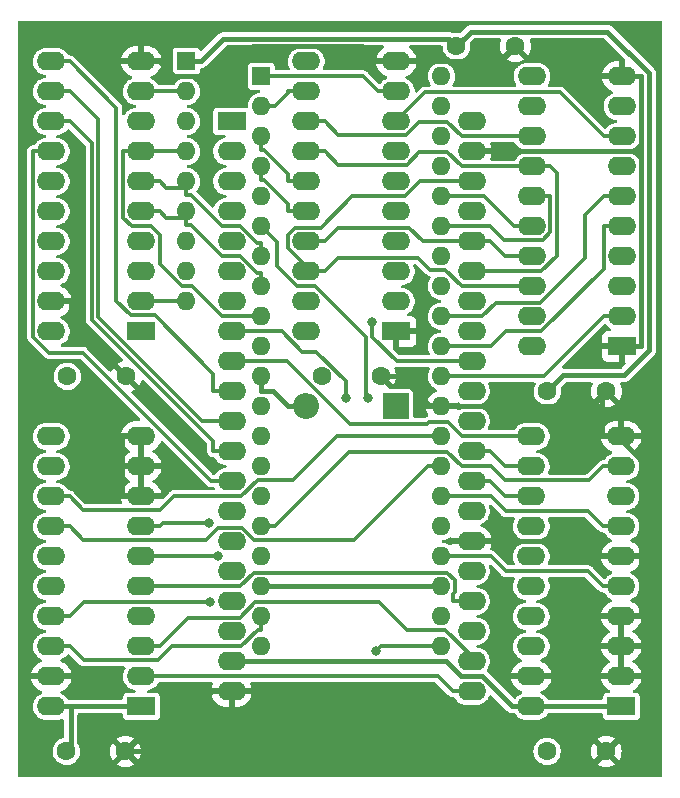
<source format=gbl>
G04 #@! TF.GenerationSoftware,KiCad,Pcbnew,(6.0.9)*
G04 #@! TF.CreationDate,2024-10-17T20:50:55+02:00*
G04 #@! TF.ProjectId,Sombrero_MSX_Goa'uld,536f6d62-7265-4726-9f5f-4d53585f476f,rev?*
G04 #@! TF.SameCoordinates,Original*
G04 #@! TF.FileFunction,Copper,L2,Bot*
G04 #@! TF.FilePolarity,Positive*
%FSLAX46Y46*%
G04 Gerber Fmt 4.6, Leading zero omitted, Abs format (unit mm)*
G04 Created by KiCad (PCBNEW (6.0.9)) date 2024-10-17 20:50:55*
%MOMM*%
%LPD*%
G01*
G04 APERTURE LIST*
G04 #@! TA.AperFunction,ComponentPad*
%ADD10R,2.400000X1.600000*%
G04 #@! TD*
G04 #@! TA.AperFunction,ComponentPad*
%ADD11O,2.400000X1.600000*%
G04 #@! TD*
G04 #@! TA.AperFunction,ComponentPad*
%ADD12C,1.600000*%
G04 #@! TD*
G04 #@! TA.AperFunction,ComponentPad*
%ADD13R,1.600000X1.600000*%
G04 #@! TD*
G04 #@! TA.AperFunction,ComponentPad*
%ADD14O,1.600000X1.600000*%
G04 #@! TD*
G04 #@! TA.AperFunction,ComponentPad*
%ADD15R,2.200000X2.200000*%
G04 #@! TD*
G04 #@! TA.AperFunction,ComponentPad*
%ADD16O,2.200000X2.200000*%
G04 #@! TD*
G04 #@! TA.AperFunction,ViaPad*
%ADD17C,0.800000*%
G04 #@! TD*
G04 #@! TA.AperFunction,Conductor*
%ADD18C,0.450000*%
G04 #@! TD*
G04 #@! TA.AperFunction,Conductor*
%ADD19C,0.300000*%
G04 #@! TD*
G04 APERTURE END LIST*
D10*
X170245000Y-99065000D03*
D11*
X170245000Y-96525000D03*
X170245000Y-93985000D03*
X170245000Y-91445000D03*
X170245000Y-88905000D03*
X170245000Y-86365000D03*
X170245000Y-83825000D03*
X170245000Y-81285000D03*
X170245000Y-78745000D03*
X170245000Y-76205000D03*
X162625000Y-76205000D03*
X162625000Y-78745000D03*
X162625000Y-81285000D03*
X162625000Y-83825000D03*
X162625000Y-86365000D03*
X162625000Y-88905000D03*
X162625000Y-91445000D03*
X162625000Y-93985000D03*
X162625000Y-96525000D03*
X162625000Y-99065000D03*
D10*
X137175000Y-80005000D03*
D11*
X137175000Y-82545000D03*
X137175000Y-85085000D03*
X137175000Y-87625000D03*
X137175000Y-90165000D03*
X137175000Y-92705000D03*
X137175000Y-95245000D03*
X137175000Y-97785000D03*
X137175000Y-100325000D03*
X137175000Y-102865000D03*
X137175000Y-105405000D03*
X137175000Y-107945000D03*
X137175000Y-110485000D03*
X137175000Y-113025000D03*
X137175000Y-115565000D03*
X137175000Y-118105000D03*
X137175000Y-120645000D03*
X137175000Y-123185000D03*
X137175000Y-125725000D03*
X137175000Y-128265000D03*
X157495000Y-128265000D03*
X157495000Y-125725000D03*
X157495000Y-123185000D03*
X157495000Y-120645000D03*
X157495000Y-118105000D03*
X157495000Y-115565000D03*
X157495000Y-113025000D03*
X157495000Y-110485000D03*
X157495000Y-107945000D03*
X157495000Y-105405000D03*
X157495000Y-102865000D03*
X157495000Y-100325000D03*
X157495000Y-97785000D03*
X157495000Y-95245000D03*
X157495000Y-92705000D03*
X157495000Y-90165000D03*
X157495000Y-87625000D03*
X157495000Y-85085000D03*
X157495000Y-82545000D03*
X157495000Y-80005000D03*
D10*
X129540000Y-129540000D03*
D11*
X129540000Y-127000000D03*
X129540000Y-124460000D03*
X129540000Y-121920000D03*
X129540000Y-119380000D03*
X129540000Y-116840000D03*
X129540000Y-114300000D03*
X129540000Y-111760000D03*
X129540000Y-109220000D03*
X129540000Y-106680000D03*
X121920000Y-106680000D03*
X121920000Y-109220000D03*
X121920000Y-111760000D03*
X121920000Y-114300000D03*
X121920000Y-116840000D03*
X121920000Y-119380000D03*
X121920000Y-121920000D03*
X121920000Y-124460000D03*
X121920000Y-127000000D03*
X121920000Y-129540000D03*
D10*
X129540000Y-97790000D03*
D11*
X129540000Y-95250000D03*
X129540000Y-92710000D03*
X129540000Y-90170000D03*
X129540000Y-87630000D03*
X129540000Y-85090000D03*
X129540000Y-82550000D03*
X129540000Y-80010000D03*
X129540000Y-77470000D03*
X129540000Y-74930000D03*
X121920000Y-74930000D03*
X121920000Y-77470000D03*
X121920000Y-80010000D03*
X121920000Y-82550000D03*
X121920000Y-85090000D03*
X121920000Y-87630000D03*
X121920000Y-90170000D03*
X121920000Y-92710000D03*
X121920000Y-95250000D03*
X121920000Y-97790000D03*
D12*
X163895000Y-133355000D03*
X168895000Y-133355000D03*
D10*
X170180000Y-129540000D03*
D11*
X170180000Y-127000000D03*
X170180000Y-124460000D03*
X170180000Y-121920000D03*
X170180000Y-119380000D03*
X170180000Y-116840000D03*
X170180000Y-114300000D03*
X170180000Y-111760000D03*
X170180000Y-109220000D03*
X170180000Y-106680000D03*
X162560000Y-106680000D03*
X162560000Y-109220000D03*
X162560000Y-111760000D03*
X162560000Y-114300000D03*
X162560000Y-116840000D03*
X162560000Y-119380000D03*
X162560000Y-121920000D03*
X162560000Y-124460000D03*
X162560000Y-127000000D03*
X162560000Y-129540000D03*
D12*
X156210000Y-73660000D03*
X161210000Y-73660000D03*
D13*
X133350000Y-74930000D03*
D14*
X133350000Y-77470000D03*
X133350000Y-80010000D03*
X133350000Y-82550000D03*
X133350000Y-85090000D03*
X133350000Y-87630000D03*
X133350000Y-90170000D03*
X133350000Y-92710000D03*
X133350000Y-95250000D03*
D15*
X151130000Y-104140000D03*
D16*
X143510000Y-104140000D03*
D12*
X123190000Y-133350000D03*
X128190000Y-133350000D03*
X123270000Y-101600000D03*
X128270000Y-101600000D03*
D13*
X139710000Y-76200000D03*
D14*
X139710000Y-78740000D03*
X139710000Y-81280000D03*
X139710000Y-83820000D03*
X139710000Y-86360000D03*
X139710000Y-88900000D03*
X139710000Y-91440000D03*
X139710000Y-93980000D03*
X139710000Y-96520000D03*
X139710000Y-99060000D03*
X139710000Y-101600000D03*
X139710000Y-104140000D03*
X139710000Y-106680000D03*
X139710000Y-109220000D03*
X139710000Y-111760000D03*
X139710000Y-114300000D03*
X139710000Y-116840000D03*
X139710000Y-119380000D03*
X139710000Y-121920000D03*
X139710000Y-124460000D03*
X154950000Y-124460000D03*
X154950000Y-121920000D03*
X154950000Y-119380000D03*
X154950000Y-116840000D03*
X154950000Y-114300000D03*
X154950000Y-111760000D03*
X154950000Y-109220000D03*
X154950000Y-106680000D03*
X154950000Y-104140000D03*
X154950000Y-101600000D03*
X154950000Y-99060000D03*
X154950000Y-96520000D03*
X154950000Y-93980000D03*
X154950000Y-91440000D03*
X154950000Y-88900000D03*
X154950000Y-86360000D03*
X154950000Y-83820000D03*
X154950000Y-81280000D03*
X154950000Y-78740000D03*
X154950000Y-76200000D03*
D12*
X163905000Y-102880000D03*
X168905000Y-102880000D03*
X144820000Y-101605000D03*
X149820000Y-101605000D03*
D10*
X151130000Y-97790000D03*
D11*
X151130000Y-95250000D03*
X151130000Y-92710000D03*
X151130000Y-90170000D03*
X151130000Y-87630000D03*
X151130000Y-85090000D03*
X151130000Y-82550000D03*
X151130000Y-80010000D03*
X151130000Y-77470000D03*
X151130000Y-74930000D03*
X143510000Y-74930000D03*
X143510000Y-77470000D03*
X143510000Y-80010000D03*
X143510000Y-82550000D03*
X143510000Y-85090000D03*
X143510000Y-87630000D03*
X143510000Y-90170000D03*
X143510000Y-92710000D03*
X143510000Y-95250000D03*
X143510000Y-97790000D03*
D17*
X149079700Y-97026600D03*
X135356800Y-120719100D03*
X149408500Y-124868700D03*
X148699200Y-103431500D03*
X146836900Y-103394400D03*
X135306400Y-114030400D03*
X136056700Y-116840000D03*
D18*
X156565000Y-126995000D02*
X158389900Y-126995000D01*
X162560000Y-129540000D02*
X160934900Y-129540000D01*
X158389900Y-126995000D02*
X160934900Y-129540000D01*
X162560000Y-129540000D02*
X170180000Y-129540000D01*
X155295000Y-125725000D02*
X156565000Y-126995000D01*
X137175000Y-125725000D02*
X155295000Y-125725000D01*
X169746400Y-106680000D02*
X168554900Y-106680000D01*
X171805100Y-108712200D02*
X171805100Y-116840000D01*
X169746400Y-106680000D02*
X169772900Y-106680000D01*
X168554900Y-106680000D02*
X168554900Y-104140000D01*
X129540000Y-74930000D02*
X131165100Y-74930000D01*
X151130000Y-74930000D02*
X149504900Y-74930000D01*
X137175000Y-128265000D02*
X135549900Y-128265000D01*
X123545100Y-96875100D02*
X123545100Y-95250000D01*
X168554900Y-103230100D02*
X168905000Y-102880000D01*
X168895000Y-133355000D02*
X166698800Y-131158800D01*
X170180000Y-116840000D02*
X171805100Y-116840000D01*
X166698800Y-131158800D02*
X141693900Y-131158800D01*
X171805100Y-121920000D02*
X171805100Y-116840000D01*
X137175000Y-128265000D02*
X138800100Y-128265000D01*
X129540000Y-111760000D02*
X127914900Y-111760000D01*
X171870100Y-82545000D02*
X159120100Y-82545000D01*
X154950000Y-104140000D02*
X153724900Y-104140000D01*
X169746400Y-116840000D02*
X168554900Y-116840000D01*
X141693900Y-131158800D02*
X138800100Y-128265000D01*
X149820000Y-101605000D02*
X151443700Y-101605000D01*
X148235000Y-73660100D02*
X139025100Y-73660100D01*
X132287000Y-76155100D02*
X131165100Y-75033200D01*
X135549900Y-128265000D02*
X130464900Y-133350000D01*
X136530100Y-76155100D02*
X132287000Y-76155100D01*
X167279900Y-115565000D02*
X157495000Y-115565000D01*
X171870100Y-82545000D02*
X171870100Y-76205000D01*
X128270000Y-101600000D02*
X123545100Y-96875100D01*
X169746400Y-116840000D02*
X170180000Y-116840000D01*
X159940000Y-74930000D02*
X151130000Y-74930000D01*
X169772900Y-106680000D02*
X171805100Y-108712200D01*
X131165100Y-75033200D02*
X131165100Y-74930000D01*
X129540000Y-106680000D02*
X127914900Y-106680000D01*
X162560000Y-127000000D02*
X170180000Y-127000000D01*
X121920000Y-95250000D02*
X123545100Y-95250000D01*
X168554900Y-116840000D02*
X167279900Y-115565000D01*
X170245000Y-76205000D02*
X171870100Y-76205000D01*
X170180000Y-106680000D02*
X169746400Y-106680000D01*
X127914900Y-111760000D02*
X127914900Y-109220000D01*
X149504900Y-74930000D02*
X148235000Y-73660100D01*
X168554900Y-104140000D02*
X168554900Y-103230100D01*
X153724900Y-103886200D02*
X153724900Y-104140000D01*
X157495000Y-82545000D02*
X159120100Y-82545000D01*
X139025100Y-73660100D02*
X136530100Y-76155100D01*
X168554900Y-104140000D02*
X154950000Y-104140000D01*
X171870100Y-99065000D02*
X171870100Y-82545000D01*
X127914900Y-106680000D02*
X127914900Y-109220000D01*
X130464900Y-133350000D02*
X128190000Y-133350000D01*
X170245000Y-99065000D02*
X171870100Y-99065000D01*
X151443700Y-101605000D02*
X153724900Y-103886200D01*
X161210000Y-73660000D02*
X159940000Y-74930000D01*
X170180000Y-121920000D02*
X171805100Y-121920000D01*
X129540000Y-109220000D02*
X127914900Y-109220000D01*
X140670000Y-102825100D02*
X139710000Y-102825100D01*
X141984900Y-104140000D02*
X140670000Y-102825100D01*
X143510000Y-104140000D02*
X141984900Y-104140000D01*
X139710000Y-101600000D02*
X139710000Y-102825100D01*
X154950000Y-119380000D02*
X139710000Y-119380000D01*
D19*
X170245000Y-96525000D02*
X168694900Y-96525000D01*
X163619900Y-101600000D02*
X168694900Y-96525000D01*
X154950000Y-101600000D02*
X163619900Y-101600000D01*
X157495000Y-100325000D02*
X155944900Y-100325000D01*
X155944900Y-100325000D02*
X151167500Y-100325000D01*
X151167500Y-100325000D02*
X149079700Y-98237200D01*
X149079700Y-98237200D02*
X149079700Y-97026600D01*
X153577800Y-77562200D02*
X164972100Y-77562200D01*
X170245000Y-81285000D02*
X168694900Y-81285000D01*
X164972100Y-77562200D02*
X168694900Y-81285000D01*
X151130000Y-80010000D02*
X153577800Y-77562200D01*
X139710000Y-121920000D02*
X139710000Y-123070100D01*
X130930000Y-125650500D02*
X132120700Y-124459800D01*
X139394900Y-123070100D02*
X139710000Y-123070100D01*
X123470100Y-124460000D02*
X124660600Y-125650500D01*
X124660600Y-125650500D02*
X130930000Y-125650500D01*
X132120700Y-124459800D02*
X138005200Y-124459800D01*
X138005200Y-124459800D02*
X139394900Y-123070100D01*
X121920000Y-124460000D02*
X123470100Y-124460000D01*
X123470100Y-121920000D02*
X124671000Y-120719100D01*
X124671000Y-120719100D02*
X135356800Y-120719100D01*
X121920000Y-121920000D02*
X123470100Y-121920000D01*
X154950000Y-124460000D02*
X149817200Y-124460000D01*
X149817200Y-124460000D02*
X149408500Y-124868700D01*
X167359900Y-113030000D02*
X168629900Y-114300000D01*
X170180000Y-114300000D02*
X168629900Y-114300000D01*
X154950000Y-111760000D02*
X159140900Y-111760000D01*
X159140900Y-111760000D02*
X160410900Y-113030000D01*
X160410900Y-113030000D02*
X167359900Y-113030000D01*
X141016200Y-92271300D02*
X141016200Y-90206200D01*
X144271300Y-93980000D02*
X142724900Y-93980000D01*
X148699200Y-103431500D02*
X148566200Y-103298500D01*
X141016200Y-90206200D02*
X139710000Y-88900000D01*
X148566200Y-98274900D02*
X144271300Y-93980000D01*
X142724900Y-93980000D02*
X141016200Y-92271300D01*
X148566200Y-103298500D02*
X148566200Y-98274900D01*
X133350000Y-95250000D02*
X129540000Y-95250000D01*
X131665100Y-88205000D02*
X131090100Y-87630000D01*
X129540000Y-87630000D02*
X131090100Y-87630000D01*
X133350000Y-88205000D02*
X131665100Y-88205000D01*
X136364500Y-91435000D02*
X133709600Y-88780100D01*
X137931600Y-91435000D02*
X136364500Y-91435000D01*
X133709600Y-88780100D02*
X133350000Y-88780100D01*
X133350000Y-87630000D02*
X133350000Y-88205000D01*
X139326500Y-92829900D02*
X137931600Y-91435000D01*
X133350000Y-88205000D02*
X133350000Y-88780100D01*
X139710000Y-93980000D02*
X139710000Y-92829900D01*
X139710000Y-92829900D02*
X139326500Y-92829900D01*
X139326500Y-90289900D02*
X137931600Y-88895000D01*
X133350000Y-85665000D02*
X131665100Y-85665000D01*
X133740900Y-86240100D02*
X133350000Y-86240100D01*
X133350000Y-85090000D02*
X133350000Y-85665000D01*
X139710000Y-90289900D02*
X139326500Y-90289900D01*
X133350000Y-85665000D02*
X133350000Y-86240100D01*
X131665100Y-85665000D02*
X131090100Y-85090000D01*
X139710000Y-91440000D02*
X139710000Y-90289900D01*
X129540000Y-85090000D02*
X131090100Y-85090000D01*
X137931600Y-88895000D02*
X136395800Y-88895000D01*
X136395800Y-88895000D02*
X133740900Y-86240100D01*
X129540000Y-82550000D02*
X127989900Y-82550000D01*
X127989900Y-88156500D02*
X127989900Y-82550000D01*
X128733400Y-88900000D02*
X127989900Y-88156500D01*
X131090200Y-92106700D02*
X131090200Y-89620800D01*
X132963500Y-93980000D02*
X131090200Y-92106700D01*
X133350000Y-82550000D02*
X129540000Y-82550000D01*
X139710000Y-96520000D02*
X136391700Y-96520000D01*
X133851700Y-93980000D02*
X132963500Y-93980000D01*
X136391700Y-96520000D02*
X133851700Y-93980000D01*
X131090200Y-89620800D02*
X130369400Y-88900000D01*
X130369400Y-88900000D02*
X128733400Y-88900000D01*
X133350000Y-77470000D02*
X129540000Y-77470000D01*
X170245000Y-88905000D02*
X168694900Y-88905000D01*
X159177500Y-99060000D02*
X160442500Y-97795000D01*
X163386500Y-97795000D02*
X168694900Y-92486600D01*
X160442500Y-97795000D02*
X163386500Y-97795000D01*
X168694900Y-92486600D02*
X168694900Y-88905000D01*
X154950000Y-99060000D02*
X159177500Y-99060000D01*
X163276700Y-95360500D02*
X159548600Y-95360500D01*
X167080900Y-87979000D02*
X167080900Y-91556300D01*
X167080900Y-91556300D02*
X163276700Y-95360500D01*
X168694900Y-86365000D02*
X167080900Y-87979000D01*
X159548600Y-95360500D02*
X158389100Y-96520000D01*
X158389100Y-96520000D02*
X154950000Y-96520000D01*
X170245000Y-86365000D02*
X168694900Y-86365000D01*
X160216000Y-90065800D02*
X163510800Y-90065800D01*
X163510800Y-90065800D02*
X164175100Y-89401500D01*
X154950000Y-88900000D02*
X159050200Y-88900000D01*
X162625000Y-86365000D02*
X164175100Y-86365000D01*
X164175100Y-89401500D02*
X164175100Y-86365000D01*
X159050200Y-88900000D02*
X160216000Y-90065800D01*
X154950000Y-86360000D02*
X158529900Y-86360000D01*
X162625000Y-88905000D02*
X161074900Y-88905000D01*
X158529900Y-86360000D02*
X161074900Y-88905000D01*
X148309900Y-76200000D02*
X139710000Y-76200000D01*
X149579900Y-77470000D02*
X148309900Y-76200000D01*
X151130000Y-77470000D02*
X149579900Y-77470000D01*
X139710000Y-78740000D02*
X140860100Y-78740000D01*
X141959900Y-77470000D02*
X141959900Y-77640200D01*
X141959900Y-77640200D02*
X140860100Y-78740000D01*
X143510000Y-77470000D02*
X141959900Y-77470000D01*
X141959900Y-86981700D02*
X139948300Y-84970100D01*
X139710000Y-83820000D02*
X139710000Y-84970100D01*
X143510000Y-87630000D02*
X141959900Y-87630000D01*
X141959900Y-87630000D02*
X141959900Y-86981700D01*
X139948300Y-84970100D02*
X139710000Y-84970100D01*
X143510000Y-85090000D02*
X141959900Y-85090000D01*
X139948300Y-82430100D02*
X139710000Y-82430100D01*
X141959900Y-84441700D02*
X139948300Y-82430100D01*
X141959900Y-85090000D02*
X141959900Y-84441700D01*
X139710000Y-81280000D02*
X139710000Y-82430100D01*
X136010200Y-114414800D02*
X134974400Y-115450600D01*
X153799900Y-109220000D02*
X147567400Y-115452500D01*
X138051400Y-114414800D02*
X136010200Y-114414800D01*
X134974400Y-115450600D02*
X124620700Y-115450600D01*
X124620700Y-115450600D02*
X123470100Y-114300000D01*
X154950000Y-109220000D02*
X153799900Y-109220000D01*
X139089100Y-115452500D02*
X138051400Y-114414800D01*
X121920000Y-114300000D02*
X123470100Y-114300000D01*
X147567400Y-115452500D02*
X139089100Y-115452500D01*
X124622100Y-112912000D02*
X123470100Y-111760000D01*
X132291900Y-111755000D02*
X131134900Y-112912000D01*
X138010100Y-111755000D02*
X132291900Y-111755000D01*
X131134900Y-112912000D02*
X124622100Y-112912000D01*
X154950000Y-106680000D02*
X146074900Y-106680000D01*
X142384700Y-110370200D02*
X139394900Y-110370200D01*
X139394900Y-110370200D02*
X138010100Y-111755000D01*
X146074900Y-106680000D02*
X142384700Y-110370200D01*
X121920000Y-111760000D02*
X123470100Y-111760000D01*
X143510000Y-80010000D02*
X145060100Y-80010000D01*
X153092100Y-80080600D02*
X155460500Y-80080600D01*
X145060100Y-80010000D02*
X146231700Y-81181600D01*
X155460500Y-80080600D02*
X156664900Y-81285000D01*
X151991100Y-81181600D02*
X153092100Y-80080600D01*
X146231700Y-81181600D02*
X151991100Y-81181600D01*
X156664900Y-81285000D02*
X162625000Y-81285000D01*
X164723600Y-91400700D02*
X163419300Y-92705000D01*
X145060100Y-82550000D02*
X146212300Y-83702200D01*
X155460500Y-82620600D02*
X156664900Y-83825000D01*
X163419300Y-92705000D02*
X157495000Y-92705000D01*
X156664900Y-83825000D02*
X162625000Y-83825000D01*
X164175100Y-83825000D02*
X164723600Y-84373500D01*
X153092100Y-82620600D02*
X155460500Y-82620600D01*
X152010500Y-83702200D02*
X153092100Y-82620600D01*
X146212300Y-83702200D02*
X152010500Y-83702200D01*
X143510000Y-82550000D02*
X145060100Y-82550000D01*
X162625000Y-83825000D02*
X164175100Y-83825000D01*
X164723600Y-84373500D02*
X164723600Y-91400700D01*
X160325100Y-91445000D02*
X162625000Y-91445000D01*
X153367500Y-90165000D02*
X157495000Y-90165000D01*
X152218800Y-89016300D02*
X153367500Y-90165000D01*
X143510000Y-90170000D02*
X145060100Y-90170000D01*
X157495000Y-90165000D02*
X159045100Y-90165000D01*
X159045100Y-90165000D02*
X160325100Y-91445000D01*
X145060100Y-90170000D02*
X146213800Y-89016300D01*
X146213800Y-89016300D02*
X152218800Y-89016300D01*
X159140900Y-116840000D02*
X160410900Y-118110000D01*
X154950000Y-116840000D02*
X159140900Y-116840000D01*
X167359900Y-118110000D02*
X168629900Y-119380000D01*
X170180000Y-119380000D02*
X168629900Y-119380000D01*
X160410900Y-118110000D02*
X167359900Y-118110000D01*
X139710000Y-114300000D02*
X140860100Y-114300000D01*
X155460500Y-108020600D02*
X147139500Y-108020600D01*
X159135900Y-109215000D02*
X156654900Y-109215000D01*
X147139500Y-108020600D02*
X140860100Y-114300000D01*
X160331400Y-110410500D02*
X159135900Y-109215000D01*
X167439400Y-110410500D02*
X160331400Y-110410500D01*
X168629900Y-109220000D02*
X167439400Y-110410500D01*
X156654900Y-109215000D02*
X155460500Y-108020600D01*
X170180000Y-109220000D02*
X168629900Y-109220000D01*
X143943600Y-92710000D02*
X141959700Y-90726100D01*
X142573000Y-89019800D02*
X144720100Y-89019800D01*
X152990600Y-91558300D02*
X146211800Y-91558300D01*
X143510000Y-92710000D02*
X143943600Y-92710000D01*
X151892700Y-86360000D02*
X153167700Y-85085000D01*
X153167700Y-85085000D02*
X157495000Y-85085000D01*
X141959700Y-89633100D02*
X142573000Y-89019800D01*
X147379900Y-86360000D02*
X151892700Y-86360000D01*
X141959700Y-90726100D02*
X141959700Y-89633100D01*
X154022500Y-92590200D02*
X152990600Y-91558300D01*
X146211800Y-91558300D02*
X145060100Y-92710000D01*
X155270100Y-92590200D02*
X154022500Y-92590200D01*
X162625000Y-93985000D02*
X156664900Y-93985000D01*
X144720100Y-89019800D02*
X147379900Y-86360000D01*
X143943600Y-92710000D02*
X145060100Y-92710000D01*
X156664900Y-93985000D02*
X155270100Y-92590200D01*
X141417000Y-97785000D02*
X137175000Y-97785000D01*
X143133900Y-99501900D02*
X141417000Y-97785000D01*
X146836900Y-103394400D02*
X146836900Y-101981700D01*
X146836900Y-101981700D02*
X144357100Y-99501900D01*
X144357100Y-99501900D02*
X143133900Y-99501900D01*
X147213000Y-105624400D02*
X141913600Y-100325000D01*
X153889900Y-105500100D02*
X153765600Y-105624400D01*
X156660100Y-106680000D02*
X155480200Y-105500100D01*
X162560000Y-106680000D02*
X156660100Y-106680000D01*
X155480200Y-105500100D02*
X153889900Y-105500100D01*
X153765600Y-105624400D02*
X147213000Y-105624400D01*
X141913600Y-100325000D02*
X137175000Y-100325000D01*
X131090100Y-114300000D02*
X131359700Y-114030400D01*
X129540000Y-114300000D02*
X131090100Y-114300000D01*
X131359700Y-114030400D02*
X135306400Y-114030400D01*
X129540000Y-116840000D02*
X136056700Y-116840000D01*
D18*
X172520300Y-75927500D02*
X168999500Y-72406700D01*
X163905000Y-102880000D02*
X165260200Y-101524800D01*
X133350000Y-74930000D02*
X134575100Y-74930000D01*
X127914900Y-129540000D02*
X123545100Y-129540000D01*
X165260200Y-101524800D02*
X170396900Y-101524800D01*
X168999500Y-72406700D02*
X157463300Y-72406700D01*
X157463300Y-72406700D02*
X156210000Y-73660000D01*
X123545100Y-132994900D02*
X123190000Y-133350000D01*
X136495200Y-73009900D02*
X134575100Y-74930000D01*
X172520300Y-99401400D02*
X172520300Y-75927500D01*
X170396900Y-101524800D02*
X172520300Y-99401400D01*
X121920000Y-129540000D02*
X123545100Y-129540000D01*
X156210000Y-73660000D02*
X155559900Y-73009900D01*
X123545100Y-129540000D02*
X123545100Y-132994900D01*
X155559900Y-73009900D02*
X136495200Y-73009900D01*
X129540000Y-129540000D02*
X127914900Y-129540000D01*
D19*
X157495000Y-107945000D02*
X159045100Y-107945000D01*
X162560000Y-109220000D02*
X161009900Y-109220000D01*
X160320100Y-109220000D02*
X159045100Y-107945000D01*
X161009900Y-109220000D02*
X160320100Y-109220000D01*
X157495000Y-110485000D02*
X159045100Y-110485000D01*
X160320100Y-111760000D02*
X159045100Y-110485000D01*
X161009900Y-111760000D02*
X160320100Y-111760000D01*
X162560000Y-111760000D02*
X161009900Y-111760000D01*
X156113400Y-118882100D02*
X156113400Y-119892500D01*
X129540000Y-119380000D02*
X137936600Y-119380000D01*
X157495000Y-120645000D02*
X155944900Y-120645000D01*
X137936600Y-119380000D02*
X139110100Y-118206500D01*
X155437800Y-118206500D02*
X156113400Y-118882100D01*
X156113400Y-119892500D02*
X155944900Y-120061000D01*
X139110100Y-118206500D02*
X155437800Y-118206500D01*
X155944900Y-120061000D02*
X155944900Y-120645000D01*
X149661700Y-120737200D02*
X151994700Y-123070200D01*
X129540000Y-124460000D02*
X131090100Y-124460000D01*
X137890100Y-122034800D02*
X139187700Y-120737200D01*
X155270200Y-123070200D02*
X157495000Y-125295000D01*
X139187700Y-120737200D02*
X149661700Y-120737200D01*
X133515300Y-122034800D02*
X137890100Y-122034800D01*
X131090100Y-124460000D02*
X133515300Y-122034800D01*
X157495000Y-125295000D02*
X157495000Y-125725000D01*
X151994700Y-123070200D02*
X155270200Y-123070200D01*
X157495000Y-128265000D02*
X155944900Y-128265000D01*
X129540000Y-127000000D02*
X154679900Y-127000000D01*
X154679900Y-127000000D02*
X155944900Y-128265000D01*
X137175000Y-102865000D02*
X135624900Y-102865000D01*
X128652300Y-96427900D02*
X130676900Y-96427900D01*
X127426400Y-95202000D02*
X128652300Y-96427900D01*
X127426400Y-78886300D02*
X127426400Y-95202000D01*
X123470100Y-74930000D02*
X127426400Y-78886300D01*
X121920000Y-74930000D02*
X123470100Y-74930000D01*
X135624900Y-101375900D02*
X135624900Y-102865000D01*
X130676900Y-96427900D02*
X135624900Y-101375900D01*
X137175000Y-105405000D02*
X135624900Y-105405000D01*
X125835600Y-96605600D02*
X134635000Y-105405000D01*
X125835600Y-79835500D02*
X125835600Y-96605600D01*
X123470100Y-77470000D02*
X125835600Y-79835500D01*
X121920000Y-77470000D02*
X123470100Y-77470000D01*
X134635000Y-105405000D02*
X135624900Y-105405000D01*
X125335500Y-96812900D02*
X135624900Y-107102300D01*
X121920000Y-80010000D02*
X123470100Y-80010000D01*
X125335500Y-81875400D02*
X125335500Y-96812900D01*
X135624900Y-107102300D02*
X135624900Y-107945000D01*
X137175000Y-107945000D02*
X135624900Y-107945000D01*
X123470100Y-80010000D02*
X125335500Y-81875400D01*
X121920000Y-82550000D02*
X120369900Y-82550000D01*
X135459500Y-110485000D02*
X137175000Y-110485000D01*
X120369900Y-98273700D02*
X121689600Y-99593400D01*
X121689600Y-99593400D02*
X124567900Y-99593400D01*
X124567900Y-99593400D02*
X135459500Y-110485000D01*
X120369900Y-82550000D02*
X120369900Y-98273700D01*
G04 #@! TA.AperFunction,Conductor*
G36*
X173580821Y-71491302D02*
G01*
X173627314Y-71544958D01*
X173638700Y-71597300D01*
X173638700Y-135412700D01*
X173618698Y-135480821D01*
X173565042Y-135527314D01*
X173512700Y-135538700D01*
X119222300Y-135538700D01*
X119154179Y-135518698D01*
X119107686Y-135465042D01*
X119096300Y-135412700D01*
X119096300Y-101569733D01*
X122114164Y-101569733D01*
X122128003Y-101780875D01*
X122129424Y-101786471D01*
X122129425Y-101786476D01*
X122173246Y-101959017D01*
X122180088Y-101985958D01*
X122182505Y-101991200D01*
X122182505Y-101991201D01*
X122237710Y-102110949D01*
X122268674Y-102178116D01*
X122276610Y-102189345D01*
X122373703Y-102326729D01*
X122390794Y-102350913D01*
X122394936Y-102354948D01*
X122413103Y-102372645D01*
X122542360Y-102498561D01*
X122547163Y-102501771D01*
X122547164Y-102501771D01*
X122606627Y-102541503D01*
X122718294Y-102616116D01*
X122723597Y-102618394D01*
X122723600Y-102618396D01*
X122887237Y-102688700D01*
X122912705Y-102699642D01*
X122974130Y-102713541D01*
X123113444Y-102745065D01*
X123113449Y-102745066D01*
X123119081Y-102746340D01*
X123124852Y-102746567D01*
X123124854Y-102746567D01*
X123189927Y-102749123D01*
X123330513Y-102754647D01*
X123453486Y-102736817D01*
X123534195Y-102725115D01*
X123534199Y-102725114D01*
X123539917Y-102724285D01*
X123545389Y-102722427D01*
X123545391Y-102722427D01*
X123734818Y-102658125D01*
X123734820Y-102658124D01*
X123740282Y-102656270D01*
X123924897Y-102552881D01*
X123938578Y-102541503D01*
X124083147Y-102421265D01*
X124087579Y-102417579D01*
X124213642Y-102266006D01*
X124219190Y-102259335D01*
X124222881Y-102254897D01*
X124226296Y-102248800D01*
X124275392Y-102161131D01*
X124326270Y-102070282D01*
X124332487Y-102051969D01*
X124392427Y-101875391D01*
X124392427Y-101875389D01*
X124394285Y-101869917D01*
X124398688Y-101839555D01*
X124414944Y-101727436D01*
X124424647Y-101660513D01*
X124426232Y-101600000D01*
X124412840Y-101454254D01*
X124407400Y-101395047D01*
X124407399Y-101395044D01*
X124406871Y-101389293D01*
X124401039Y-101368612D01*
X124351004Y-101191203D01*
X124351003Y-101191201D01*
X124349436Y-101185644D01*
X124338296Y-101163053D01*
X124258405Y-101001051D01*
X124255850Y-100995870D01*
X124237079Y-100970732D01*
X124132701Y-100830954D01*
X124132701Y-100830953D01*
X124129248Y-100826330D01*
X123997913Y-100704925D01*
X123978109Y-100686618D01*
X123978106Y-100686616D01*
X123973869Y-100682699D01*
X123905781Y-100639739D01*
X123799802Y-100572871D01*
X123799797Y-100572869D01*
X123794918Y-100569790D01*
X123598388Y-100491382D01*
X123592728Y-100490256D01*
X123592724Y-100490255D01*
X123396526Y-100451229D01*
X123396524Y-100451229D01*
X123390859Y-100450102D01*
X123385084Y-100450026D01*
X123385080Y-100450026D01*
X123278943Y-100448637D01*
X123179283Y-100447332D01*
X123173586Y-100448311D01*
X123173585Y-100448311D01*
X122976442Y-100482187D01*
X122970745Y-100483166D01*
X122772229Y-100556402D01*
X122767268Y-100559354D01*
X122767267Y-100559354D01*
X122742603Y-100574028D01*
X122590384Y-100664589D01*
X122431299Y-100804102D01*
X122427732Y-100808627D01*
X122427727Y-100808632D01*
X122305771Y-100963333D01*
X122300302Y-100970271D01*
X122297611Y-100975387D01*
X122297609Y-100975389D01*
X122269472Y-101028869D01*
X122201781Y-101157529D01*
X122188343Y-101200805D01*
X122149854Y-101324761D01*
X122139034Y-101359606D01*
X122114164Y-101569733D01*
X119096300Y-101569733D01*
X119096300Y-98233083D01*
X119865076Y-98233083D01*
X119867001Y-98264102D01*
X119868358Y-98285982D01*
X119868600Y-98293784D01*
X119868600Y-98309695D01*
X119869235Y-98314128D01*
X119869235Y-98314129D01*
X119870052Y-98319834D01*
X119871082Y-98329890D01*
X119873263Y-98365037D01*
X119873968Y-98376403D01*
X119877015Y-98384843D01*
X119877766Y-98388469D01*
X119881490Y-98403405D01*
X119882530Y-98406961D01*
X119883802Y-98415845D01*
X119903096Y-98458278D01*
X119906902Y-98467629D01*
X119922727Y-98511466D01*
X119928020Y-98518712D01*
X119929743Y-98521952D01*
X119937543Y-98535301D01*
X119939523Y-98538396D01*
X119943236Y-98546563D01*
X119973664Y-98581876D01*
X119979939Y-98589780D01*
X119987814Y-98600559D01*
X119998580Y-98611325D01*
X120004938Y-98618173D01*
X120031104Y-98648541D01*
X120031110Y-98648546D01*
X120036969Y-98655346D01*
X120044503Y-98660229D01*
X120051266Y-98666129D01*
X120051264Y-98666131D01*
X120062383Y-98675128D01*
X121285438Y-99898183D01*
X121292919Y-99907546D01*
X121293307Y-99907216D01*
X121299125Y-99914052D01*
X121303915Y-99921644D01*
X121310643Y-99927586D01*
X121310644Y-99927587D01*
X121335217Y-99949289D01*
X121343171Y-99956313D01*
X121343654Y-99956740D01*
X121349342Y-99962087D01*
X121360580Y-99973325D01*
X121364168Y-99976014D01*
X121364169Y-99976015D01*
X121368773Y-99979466D01*
X121376612Y-99985848D01*
X121411545Y-100016699D01*
X121419673Y-100020515D01*
X121422763Y-100022545D01*
X121435958Y-100030474D01*
X121439209Y-100032254D01*
X121446389Y-100037635D01*
X121454790Y-100040784D01*
X121454793Y-100040786D01*
X121490031Y-100053996D01*
X121499336Y-100057916D01*
X121541527Y-100077725D01*
X121550394Y-100079106D01*
X121553931Y-100080187D01*
X121568842Y-100084099D01*
X121572444Y-100084891D01*
X121580847Y-100088041D01*
X121589798Y-100088706D01*
X121589802Y-100088707D01*
X121627335Y-100091497D01*
X121637374Y-100092649D01*
X121650549Y-100094700D01*
X121665779Y-100094700D01*
X121675116Y-100095046D01*
X121724047Y-100098682D01*
X121732823Y-100096809D01*
X121741780Y-100096198D01*
X121741780Y-100096201D01*
X121756001Y-100094700D01*
X124308065Y-100094700D01*
X124376186Y-100114702D01*
X124397160Y-100131605D01*
X129422460Y-105156905D01*
X129456486Y-105219217D01*
X129451421Y-105290032D01*
X129408874Y-105346868D01*
X129342354Y-105371679D01*
X129333365Y-105372000D01*
X129085635Y-105372000D01*
X129080170Y-105372238D01*
X128917481Y-105386472D01*
X128906688Y-105388375D01*
X128696239Y-105444764D01*
X128685947Y-105448510D01*
X128488489Y-105540586D01*
X128478993Y-105546069D01*
X128300533Y-105671028D01*
X128292125Y-105678084D01*
X128138084Y-105832125D01*
X128131028Y-105840533D01*
X128006069Y-106018993D01*
X128000586Y-106028489D01*
X127908510Y-106225947D01*
X127904764Y-106236239D01*
X127858606Y-106408503D01*
X127858942Y-106422599D01*
X127866884Y-106426000D01*
X129668000Y-106426000D01*
X129736121Y-106446002D01*
X129782614Y-106499658D01*
X129794000Y-106552000D01*
X129794000Y-108947885D01*
X129798475Y-108963124D01*
X129799865Y-108964329D01*
X129807548Y-108966000D01*
X131207967Y-108966000D01*
X131221498Y-108962027D01*
X131222727Y-108953478D01*
X131175236Y-108776239D01*
X131171490Y-108765947D01*
X131079414Y-108568489D01*
X131073931Y-108558993D01*
X130948972Y-108380533D01*
X130941916Y-108372125D01*
X130787875Y-108218084D01*
X130779467Y-108211028D01*
X130601007Y-108086069D01*
X130591511Y-108080586D01*
X130556359Y-108064195D01*
X130503074Y-108017278D01*
X130483613Y-107949001D01*
X130504155Y-107881041D01*
X130556359Y-107835805D01*
X130591511Y-107819414D01*
X130601007Y-107813931D01*
X130779467Y-107688972D01*
X130787875Y-107681916D01*
X130941916Y-107527875D01*
X130948972Y-107519467D01*
X131073931Y-107341007D01*
X131079414Y-107331511D01*
X131167986Y-107141567D01*
X131214903Y-107088282D01*
X131283181Y-107068821D01*
X131351141Y-107089363D01*
X131371276Y-107105722D01*
X135055339Y-110789785D01*
X135062817Y-110799144D01*
X135063205Y-110798814D01*
X135069025Y-110805653D01*
X135073815Y-110813244D01*
X135080544Y-110819187D01*
X135080545Y-110819188D01*
X135113538Y-110848326D01*
X135119226Y-110853672D01*
X135130479Y-110864925D01*
X135134058Y-110867607D01*
X135134061Y-110867610D01*
X135138682Y-110871073D01*
X135146520Y-110877455D01*
X135174719Y-110902359D01*
X135181445Y-110908299D01*
X135189569Y-110912113D01*
X135192655Y-110914140D01*
X135205846Y-110922066D01*
X135209100Y-110923847D01*
X135216288Y-110929235D01*
X135224697Y-110932387D01*
X135224700Y-110932389D01*
X135259926Y-110945594D01*
X135269233Y-110949515D01*
X135311427Y-110969325D01*
X135320302Y-110970707D01*
X135323842Y-110971789D01*
X135338737Y-110975696D01*
X135342338Y-110976488D01*
X135350746Y-110979640D01*
X135359698Y-110980305D01*
X135359701Y-110980306D01*
X135397217Y-110983094D01*
X135407259Y-110984247D01*
X135415637Y-110985551D01*
X135415639Y-110985551D01*
X135420449Y-110986300D01*
X135435695Y-110986300D01*
X135445033Y-110986647D01*
X135484995Y-110989617D01*
X135484996Y-110989617D01*
X135493946Y-110990282D01*
X135502721Y-110988409D01*
X135511683Y-110987798D01*
X135511683Y-110987800D01*
X135525900Y-110986300D01*
X135661852Y-110986300D01*
X135729973Y-111006302D01*
X135770136Y-111047876D01*
X135779299Y-111063277D01*
X135796939Y-111132048D01*
X135774598Y-111199438D01*
X135719370Y-111244051D01*
X135671014Y-111253700D01*
X132362169Y-111253700D01*
X132350263Y-111252370D01*
X132350222Y-111252877D01*
X132341271Y-111252157D01*
X132332517Y-111250176D01*
X132297155Y-111252370D01*
X132279618Y-111253458D01*
X132271816Y-111253700D01*
X132255905Y-111253700D01*
X132251472Y-111254335D01*
X132251471Y-111254335D01*
X132245766Y-111255152D01*
X132235710Y-111256182D01*
X132198157Y-111258512D01*
X132198156Y-111258512D01*
X132189197Y-111259068D01*
X132180757Y-111262115D01*
X132177131Y-111262866D01*
X132162195Y-111266590D01*
X132158639Y-111267630D01*
X132149755Y-111268902D01*
X132107322Y-111288196D01*
X132097970Y-111292002D01*
X132062576Y-111304779D01*
X132062574Y-111304780D01*
X132054134Y-111307827D01*
X132046888Y-111313120D01*
X132043648Y-111314843D01*
X132030299Y-111322643D01*
X132027204Y-111324623D01*
X132019037Y-111328336D01*
X131983724Y-111358764D01*
X131975820Y-111365039D01*
X131965041Y-111372914D01*
X131954275Y-111383680D01*
X131947427Y-111390038D01*
X131917059Y-111416204D01*
X131917054Y-111416210D01*
X131910254Y-111422069D01*
X131905371Y-111429603D01*
X131899471Y-111436366D01*
X131899469Y-111436364D01*
X131890472Y-111447483D01*
X131351024Y-111986931D01*
X131288712Y-112020957D01*
X131215867Y-112014000D01*
X127872033Y-112014000D01*
X127858502Y-112017973D01*
X127857273Y-112026522D01*
X127904764Y-112203761D01*
X127908510Y-112214054D01*
X127916623Y-112231452D01*
X127927283Y-112301644D01*
X127898302Y-112366456D01*
X127838881Y-112405311D01*
X127802427Y-112410700D01*
X124881935Y-112410700D01*
X124813814Y-112390698D01*
X124792840Y-112373795D01*
X123874262Y-111455217D01*
X123866781Y-111445854D01*
X123866393Y-111446184D01*
X123860575Y-111439348D01*
X123855785Y-111431756D01*
X123844817Y-111422069D01*
X123816046Y-111396660D01*
X123810358Y-111391313D01*
X123799120Y-111380075D01*
X123794161Y-111376358D01*
X123790927Y-111373934D01*
X123783088Y-111367552D01*
X123754884Y-111342644D01*
X123748155Y-111336701D01*
X123740027Y-111332885D01*
X123736937Y-111330855D01*
X123723742Y-111322926D01*
X123720492Y-111321147D01*
X123713311Y-111315765D01*
X123704362Y-111312410D01*
X123687121Y-111305947D01*
X123669671Y-111299405D01*
X123660370Y-111295486D01*
X123618173Y-111275675D01*
X123609302Y-111274294D01*
X123605750Y-111273208D01*
X123590910Y-111269315D01*
X123587266Y-111268514D01*
X123578854Y-111265360D01*
X123569896Y-111264694D01*
X123569895Y-111264694D01*
X123536727Y-111262229D01*
X123532380Y-111261906D01*
X123522343Y-111260754D01*
X123517690Y-111260029D01*
X123513957Y-111259448D01*
X123513955Y-111259448D01*
X123509151Y-111258700D01*
X123493918Y-111258700D01*
X123484580Y-111258354D01*
X123444604Y-111255383D01*
X123444603Y-111255383D01*
X123435653Y-111254718D01*
X123435654Y-111254706D01*
X123370781Y-111240369D01*
X123323246Y-111194405D01*
X123319953Y-111188869D01*
X123255411Y-111080384D01*
X123115898Y-110921299D01*
X123111373Y-110917732D01*
X123111368Y-110917727D01*
X122954268Y-110793880D01*
X122954266Y-110793879D01*
X122949729Y-110790302D01*
X122944613Y-110787611D01*
X122944611Y-110787609D01*
X122767590Y-110694474D01*
X122767588Y-110694473D01*
X122762471Y-110691781D01*
X122639258Y-110653522D01*
X122565909Y-110630746D01*
X122565904Y-110630745D01*
X122560394Y-110629034D01*
X122443414Y-110615189D01*
X122378117Y-110587319D01*
X122338253Y-110528571D01*
X122336478Y-110457596D01*
X122373358Y-110396929D01*
X122437181Y-110365832D01*
X122446694Y-110364591D01*
X122524953Y-110357400D01*
X122524956Y-110357399D01*
X122530707Y-110356871D01*
X122536264Y-110355304D01*
X122536268Y-110355303D01*
X122728797Y-110301004D01*
X122728799Y-110301003D01*
X122734356Y-110299436D01*
X122739532Y-110296884D01*
X122739536Y-110296882D01*
X122918949Y-110208405D01*
X122924130Y-110205850D01*
X122990068Y-110156612D01*
X123089046Y-110082701D01*
X123089047Y-110082701D01*
X123093670Y-110079248D01*
X123237301Y-109923869D01*
X123318458Y-109795242D01*
X123347129Y-109749802D01*
X123347131Y-109749797D01*
X123350210Y-109744918D01*
X123428618Y-109548388D01*
X123433335Y-109524678D01*
X123440925Y-109486522D01*
X127857273Y-109486522D01*
X127904764Y-109663761D01*
X127908510Y-109674053D01*
X128000586Y-109871511D01*
X128006069Y-109881007D01*
X128131028Y-110059467D01*
X128138084Y-110067875D01*
X128292125Y-110221916D01*
X128300533Y-110228972D01*
X128478993Y-110353931D01*
X128488489Y-110359414D01*
X128523641Y-110375805D01*
X128576926Y-110422722D01*
X128596387Y-110490999D01*
X128575845Y-110558959D01*
X128523641Y-110604195D01*
X128488489Y-110620586D01*
X128478993Y-110626069D01*
X128300533Y-110751028D01*
X128292125Y-110758084D01*
X128138084Y-110912125D01*
X128131028Y-110920533D01*
X128006069Y-111098993D01*
X128000586Y-111108489D01*
X127908510Y-111305947D01*
X127904764Y-111316239D01*
X127858606Y-111488503D01*
X127858942Y-111502599D01*
X127866884Y-111506000D01*
X129267885Y-111506000D01*
X129283124Y-111501525D01*
X129284329Y-111500135D01*
X129286000Y-111492452D01*
X129286000Y-111487885D01*
X129794000Y-111487885D01*
X129798475Y-111503124D01*
X129799865Y-111504329D01*
X129807548Y-111506000D01*
X131207967Y-111506000D01*
X131221498Y-111502027D01*
X131222727Y-111493478D01*
X131175236Y-111316239D01*
X131171490Y-111305947D01*
X131079414Y-111108489D01*
X131073931Y-111098993D01*
X130948972Y-110920533D01*
X130941916Y-110912125D01*
X130787875Y-110758084D01*
X130779467Y-110751028D01*
X130601007Y-110626069D01*
X130591511Y-110620586D01*
X130556359Y-110604195D01*
X130503074Y-110557278D01*
X130483613Y-110489001D01*
X130504155Y-110421041D01*
X130556359Y-110375805D01*
X130591511Y-110359414D01*
X130601007Y-110353931D01*
X130779467Y-110228972D01*
X130787875Y-110221916D01*
X130941916Y-110067875D01*
X130948972Y-110059467D01*
X131073931Y-109881007D01*
X131079414Y-109871511D01*
X131171490Y-109674053D01*
X131175236Y-109663761D01*
X131221394Y-109491497D01*
X131221058Y-109477401D01*
X131213116Y-109474000D01*
X129812115Y-109474000D01*
X129796876Y-109478475D01*
X129795671Y-109479865D01*
X129794000Y-109487548D01*
X129794000Y-111487885D01*
X129286000Y-111487885D01*
X129286000Y-109492115D01*
X129281525Y-109476876D01*
X129280135Y-109475671D01*
X129272452Y-109474000D01*
X127872033Y-109474000D01*
X127858502Y-109477973D01*
X127857273Y-109486522D01*
X123440925Y-109486522D01*
X123468771Y-109346526D01*
X123468771Y-109346524D01*
X123469898Y-109340859D01*
X123470328Y-109308071D01*
X123471801Y-109195499D01*
X123472668Y-109129283D01*
X123452262Y-109010526D01*
X123437813Y-108926442D01*
X123437813Y-108926441D01*
X123436834Y-108920745D01*
X123363598Y-108722229D01*
X123352727Y-108703956D01*
X123258365Y-108545349D01*
X123258364Y-108545348D01*
X123255411Y-108540384D01*
X123115898Y-108381299D01*
X123111373Y-108377732D01*
X123111368Y-108377727D01*
X122954268Y-108253880D01*
X122954266Y-108253879D01*
X122949729Y-108250302D01*
X122944613Y-108247611D01*
X122944611Y-108247609D01*
X122767590Y-108154474D01*
X122767588Y-108154473D01*
X122762471Y-108151781D01*
X122684583Y-108127596D01*
X122565909Y-108090746D01*
X122565904Y-108090745D01*
X122560394Y-108089034D01*
X122443414Y-108075189D01*
X122378117Y-108047319D01*
X122338253Y-107988571D01*
X122336478Y-107917596D01*
X122373358Y-107856929D01*
X122437181Y-107825832D01*
X122446694Y-107824591D01*
X122524953Y-107817400D01*
X122524956Y-107817399D01*
X122530707Y-107816871D01*
X122536264Y-107815304D01*
X122536268Y-107815303D01*
X122728797Y-107761004D01*
X122728799Y-107761003D01*
X122734356Y-107759436D01*
X122739532Y-107756884D01*
X122739536Y-107756882D01*
X122918949Y-107668405D01*
X122924130Y-107665850D01*
X122937806Y-107655638D01*
X123089046Y-107542701D01*
X123089047Y-107542701D01*
X123093670Y-107539248D01*
X123237301Y-107383869D01*
X123283943Y-107309945D01*
X123347129Y-107209802D01*
X123347131Y-107209797D01*
X123350210Y-107204918D01*
X123428618Y-107008388D01*
X123430850Y-106997170D01*
X123440924Y-106946522D01*
X127857273Y-106946522D01*
X127904764Y-107123761D01*
X127908510Y-107134053D01*
X128000586Y-107331511D01*
X128006069Y-107341007D01*
X128131028Y-107519467D01*
X128138084Y-107527875D01*
X128292125Y-107681916D01*
X128300533Y-107688972D01*
X128478993Y-107813931D01*
X128488489Y-107819414D01*
X128523641Y-107835805D01*
X128576926Y-107882722D01*
X128596387Y-107950999D01*
X128575845Y-108018959D01*
X128523641Y-108064195D01*
X128488489Y-108080586D01*
X128478993Y-108086069D01*
X128300533Y-108211028D01*
X128292125Y-108218084D01*
X128138084Y-108372125D01*
X128131028Y-108380533D01*
X128006069Y-108558993D01*
X128000586Y-108568489D01*
X127908510Y-108765947D01*
X127904764Y-108776239D01*
X127858606Y-108948503D01*
X127858942Y-108962599D01*
X127866884Y-108966000D01*
X129267885Y-108966000D01*
X129283124Y-108961525D01*
X129284329Y-108960135D01*
X129286000Y-108952452D01*
X129286000Y-106952115D01*
X129281525Y-106936876D01*
X129280135Y-106935671D01*
X129272452Y-106934000D01*
X127872033Y-106934000D01*
X127858502Y-106937973D01*
X127857273Y-106946522D01*
X123440924Y-106946522D01*
X123468771Y-106806526D01*
X123468771Y-106806524D01*
X123469898Y-106800859D01*
X123470037Y-106790298D01*
X123471801Y-106655499D01*
X123472668Y-106589283D01*
X123466262Y-106552000D01*
X123437813Y-106386442D01*
X123437813Y-106386441D01*
X123436834Y-106380745D01*
X123363598Y-106182229D01*
X123354462Y-106166873D01*
X123258365Y-106005349D01*
X123258364Y-106005348D01*
X123255411Y-106000384D01*
X123115898Y-105841299D01*
X123111373Y-105837732D01*
X123111368Y-105837727D01*
X122954268Y-105713880D01*
X122954266Y-105713879D01*
X122949729Y-105710302D01*
X122944613Y-105707611D01*
X122944611Y-105707609D01*
X122767590Y-105614474D01*
X122767588Y-105614473D01*
X122762471Y-105611781D01*
X122688537Y-105588824D01*
X122565909Y-105550746D01*
X122565904Y-105550745D01*
X122560394Y-105549034D01*
X122510503Y-105543129D01*
X122392279Y-105529136D01*
X122392273Y-105529136D01*
X122388592Y-105528700D01*
X121466325Y-105528700D01*
X121389654Y-105535745D01*
X121315047Y-105542600D01*
X121315044Y-105542601D01*
X121309293Y-105543129D01*
X121303736Y-105544696D01*
X121303732Y-105544697D01*
X121111203Y-105598996D01*
X121111201Y-105598997D01*
X121105644Y-105600564D01*
X121100468Y-105603116D01*
X121100464Y-105603118D01*
X120962757Y-105671028D01*
X120915870Y-105694150D01*
X120911244Y-105697604D01*
X120911243Y-105697605D01*
X120848324Y-105744589D01*
X120746330Y-105820752D01*
X120687770Y-105884102D01*
X120611740Y-105966351D01*
X120602699Y-105976131D01*
X120587397Y-106000384D01*
X120492871Y-106150198D01*
X120492869Y-106150203D01*
X120489790Y-106155082D01*
X120411382Y-106351612D01*
X120410256Y-106357272D01*
X120410255Y-106357276D01*
X120371958Y-106549811D01*
X120370102Y-106559141D01*
X120370026Y-106564916D01*
X120370026Y-106564920D01*
X120369090Y-106636429D01*
X120367332Y-106770717D01*
X120368311Y-106776414D01*
X120368311Y-106776415D01*
X120383453Y-106864534D01*
X120403166Y-106979255D01*
X120476402Y-107177771D01*
X120479354Y-107182732D01*
X120479354Y-107182733D01*
X120528527Y-107265384D01*
X120584589Y-107359616D01*
X120724102Y-107518701D01*
X120728627Y-107522268D01*
X120728632Y-107522273D01*
X120885732Y-107646120D01*
X120890271Y-107649698D01*
X120895387Y-107652389D01*
X120895389Y-107652391D01*
X121058343Y-107738125D01*
X121077529Y-107748219D01*
X121151463Y-107771176D01*
X121274091Y-107809254D01*
X121274096Y-107809255D01*
X121279606Y-107810966D01*
X121396586Y-107824811D01*
X121461883Y-107852681D01*
X121501747Y-107911429D01*
X121503522Y-107982404D01*
X121466642Y-108043071D01*
X121402819Y-108074168D01*
X121393306Y-108075409D01*
X121315047Y-108082600D01*
X121315044Y-108082601D01*
X121309293Y-108083129D01*
X121303736Y-108084696D01*
X121303732Y-108084697D01*
X121111203Y-108138996D01*
X121111201Y-108138997D01*
X121105644Y-108140564D01*
X121100468Y-108143116D01*
X121100464Y-108143118D01*
X120965464Y-108209693D01*
X120915870Y-108234150D01*
X120911244Y-108237604D01*
X120911243Y-108237605D01*
X120758543Y-108351632D01*
X120746330Y-108360752D01*
X120602699Y-108516131D01*
X120587397Y-108540384D01*
X120492871Y-108690198D01*
X120492869Y-108690203D01*
X120489790Y-108695082D01*
X120411382Y-108891612D01*
X120410256Y-108897272D01*
X120410255Y-108897276D01*
X120371958Y-109089811D01*
X120370102Y-109099141D01*
X120370026Y-109104916D01*
X120370026Y-109104920D01*
X120369090Y-109176429D01*
X120367332Y-109310717D01*
X120368311Y-109316414D01*
X120368311Y-109316415D01*
X120383630Y-109405564D01*
X120403166Y-109519255D01*
X120476402Y-109717771D01*
X120479354Y-109722732D01*
X120479354Y-109722733D01*
X120562187Y-109861961D01*
X120584589Y-109899616D01*
X120724102Y-110058701D01*
X120728627Y-110062268D01*
X120728632Y-110062273D01*
X120885732Y-110186120D01*
X120890271Y-110189698D01*
X120895387Y-110192389D01*
X120895389Y-110192391D01*
X121058343Y-110278125D01*
X121077529Y-110288219D01*
X121151463Y-110311176D01*
X121274091Y-110349254D01*
X121274096Y-110349255D01*
X121279606Y-110350966D01*
X121396586Y-110364811D01*
X121461883Y-110392681D01*
X121501747Y-110451429D01*
X121503522Y-110522404D01*
X121466642Y-110583071D01*
X121402819Y-110614168D01*
X121393306Y-110615409D01*
X121315047Y-110622600D01*
X121315044Y-110622601D01*
X121309293Y-110623129D01*
X121303736Y-110624696D01*
X121303732Y-110624697D01*
X121111203Y-110678996D01*
X121111201Y-110678997D01*
X121105644Y-110680564D01*
X121100468Y-110683116D01*
X121100464Y-110683118D01*
X120966269Y-110749296D01*
X120915870Y-110774150D01*
X120911244Y-110777604D01*
X120911243Y-110777605D01*
X120791947Y-110866688D01*
X120746330Y-110900752D01*
X120673407Y-110979640D01*
X120652465Y-111002295D01*
X120602699Y-111056131D01*
X120587397Y-111080384D01*
X120492871Y-111230198D01*
X120492869Y-111230203D01*
X120489790Y-111235082D01*
X120411382Y-111431612D01*
X120410256Y-111437272D01*
X120410255Y-111437276D01*
X120396585Y-111506000D01*
X120370102Y-111639141D01*
X120370026Y-111644916D01*
X120370026Y-111644920D01*
X120368991Y-111723998D01*
X120367332Y-111850717D01*
X120403166Y-112059255D01*
X120476402Y-112257771D01*
X120479354Y-112262732D01*
X120479354Y-112262733D01*
X120564180Y-112405311D01*
X120584589Y-112439616D01*
X120724102Y-112598701D01*
X120728627Y-112602268D01*
X120728632Y-112602273D01*
X120885732Y-112726120D01*
X120890271Y-112729698D01*
X120895387Y-112732389D01*
X120895389Y-112732391D01*
X121058343Y-112818125D01*
X121077529Y-112828219D01*
X121151463Y-112851176D01*
X121274091Y-112889254D01*
X121274096Y-112889255D01*
X121279606Y-112890966D01*
X121396586Y-112904811D01*
X121461883Y-112932681D01*
X121501747Y-112991429D01*
X121503522Y-113062404D01*
X121466642Y-113123071D01*
X121402819Y-113154168D01*
X121393306Y-113155409D01*
X121315047Y-113162600D01*
X121315044Y-113162601D01*
X121309293Y-113163129D01*
X121303736Y-113164696D01*
X121303732Y-113164697D01*
X121111203Y-113218996D01*
X121111201Y-113218997D01*
X121105644Y-113220564D01*
X121100468Y-113223116D01*
X121100464Y-113223118D01*
X120935540Y-113304450D01*
X120915870Y-113314150D01*
X120911244Y-113317604D01*
X120911243Y-113317605D01*
X120778373Y-113416824D01*
X120746330Y-113440752D01*
X120670842Y-113522414D01*
X120628514Y-113568205D01*
X120602699Y-113596131D01*
X120572745Y-113643605D01*
X120492871Y-113770198D01*
X120492869Y-113770203D01*
X120489790Y-113775082D01*
X120411382Y-113971612D01*
X120410256Y-113977272D01*
X120410255Y-113977276D01*
X120378054Y-114139163D01*
X120370102Y-114179141D01*
X120370026Y-114184916D01*
X120370026Y-114184920D01*
X120368991Y-114263998D01*
X120367332Y-114390717D01*
X120403166Y-114599255D01*
X120476402Y-114797771D01*
X120479354Y-114802732D01*
X120479354Y-114802733D01*
X120524203Y-114878116D01*
X120584589Y-114979616D01*
X120724102Y-115138701D01*
X120728627Y-115142268D01*
X120728632Y-115142273D01*
X120872517Y-115255702D01*
X120890271Y-115269698D01*
X120895387Y-115272389D01*
X120895389Y-115272391D01*
X121072410Y-115365526D01*
X121077529Y-115368219D01*
X121151463Y-115391176D01*
X121274091Y-115429254D01*
X121274096Y-115429255D01*
X121279606Y-115430966D01*
X121396586Y-115444811D01*
X121461883Y-115472681D01*
X121501747Y-115531429D01*
X121503522Y-115602404D01*
X121466642Y-115663071D01*
X121402819Y-115694168D01*
X121393306Y-115695409D01*
X121315047Y-115702600D01*
X121315044Y-115702601D01*
X121309293Y-115703129D01*
X121303736Y-115704696D01*
X121303732Y-115704697D01*
X121111203Y-115758996D01*
X121111201Y-115758997D01*
X121105644Y-115760564D01*
X121100468Y-115763116D01*
X121100464Y-115763118D01*
X120937385Y-115843540D01*
X120915870Y-115854150D01*
X120911244Y-115857604D01*
X120911243Y-115857605D01*
X120750954Y-115977299D01*
X120746330Y-115980752D01*
X120602699Y-116136131D01*
X120587986Y-116159450D01*
X120492871Y-116310198D01*
X120492869Y-116310203D01*
X120489790Y-116315082D01*
X120411382Y-116511612D01*
X120410256Y-116517272D01*
X120410255Y-116517276D01*
X120371755Y-116710832D01*
X120370102Y-116719141D01*
X120370026Y-116724916D01*
X120370026Y-116724920D01*
X120369009Y-116802596D01*
X120367332Y-116930717D01*
X120368311Y-116936414D01*
X120368311Y-116936415D01*
X120381833Y-117015108D01*
X120403166Y-117139255D01*
X120476402Y-117337771D01*
X120479354Y-117342732D01*
X120479354Y-117342733D01*
X120565164Y-117486965D01*
X120584589Y-117519616D01*
X120724102Y-117678701D01*
X120728627Y-117682268D01*
X120728632Y-117682273D01*
X120885732Y-117806120D01*
X120890271Y-117809698D01*
X120895387Y-117812389D01*
X120895389Y-117812391D01*
X121042096Y-117889577D01*
X121077529Y-117908219D01*
X121151463Y-117931176D01*
X121274091Y-117969254D01*
X121274096Y-117969255D01*
X121279606Y-117970966D01*
X121396586Y-117984811D01*
X121461883Y-118012681D01*
X121501747Y-118071429D01*
X121503522Y-118142404D01*
X121466642Y-118203071D01*
X121402819Y-118234168D01*
X121393306Y-118235409D01*
X121315047Y-118242600D01*
X121315044Y-118242601D01*
X121309293Y-118243129D01*
X121303736Y-118244696D01*
X121303732Y-118244697D01*
X121111203Y-118298996D01*
X121111201Y-118298997D01*
X121105644Y-118300564D01*
X121100468Y-118303116D01*
X121100464Y-118303118D01*
X120921051Y-118391595D01*
X120915870Y-118394150D01*
X120911244Y-118397604D01*
X120911243Y-118397605D01*
X120779387Y-118496067D01*
X120746330Y-118520752D01*
X120670512Y-118602771D01*
X120628514Y-118648205D01*
X120602699Y-118676131D01*
X120580656Y-118711067D01*
X120492871Y-118850198D01*
X120492869Y-118850203D01*
X120489790Y-118855082D01*
X120411382Y-119051612D01*
X120410256Y-119057272D01*
X120410255Y-119057276D01*
X120371958Y-119249811D01*
X120370102Y-119259141D01*
X120370026Y-119264916D01*
X120370026Y-119264920D01*
X120369141Y-119332531D01*
X120367332Y-119470717D01*
X120368311Y-119476414D01*
X120368311Y-119476415D01*
X120378931Y-119538220D01*
X120403166Y-119679255D01*
X120476402Y-119877771D01*
X120479354Y-119882732D01*
X120479354Y-119882733D01*
X120564133Y-120025232D01*
X120584589Y-120059616D01*
X120724102Y-120218701D01*
X120728627Y-120222268D01*
X120728632Y-120222273D01*
X120885732Y-120346120D01*
X120890271Y-120349698D01*
X120895387Y-120352389D01*
X120895389Y-120352391D01*
X121072410Y-120445526D01*
X121077529Y-120448219D01*
X121151463Y-120471176D01*
X121274091Y-120509254D01*
X121274096Y-120509255D01*
X121279606Y-120510966D01*
X121396586Y-120524811D01*
X121461883Y-120552681D01*
X121501747Y-120611429D01*
X121503522Y-120682404D01*
X121466642Y-120743071D01*
X121402819Y-120774168D01*
X121393306Y-120775409D01*
X121315047Y-120782600D01*
X121315044Y-120782601D01*
X121309293Y-120783129D01*
X121303736Y-120784696D01*
X121303732Y-120784697D01*
X121111203Y-120838996D01*
X121111201Y-120838997D01*
X121105644Y-120840564D01*
X121100468Y-120843116D01*
X121100464Y-120843118D01*
X121005823Y-120889790D01*
X120915870Y-120934150D01*
X120746330Y-121060752D01*
X120602699Y-121216131D01*
X120588904Y-121237995D01*
X120492871Y-121390198D01*
X120492869Y-121390203D01*
X120489790Y-121395082D01*
X120411382Y-121591612D01*
X120410256Y-121597272D01*
X120410255Y-121597276D01*
X120371958Y-121789811D01*
X120370102Y-121799141D01*
X120370026Y-121804916D01*
X120370026Y-121804920D01*
X120369090Y-121876429D01*
X120367332Y-122010717D01*
X120368311Y-122016414D01*
X120368311Y-122016415D01*
X120383630Y-122105564D01*
X120403166Y-122219255D01*
X120476402Y-122417771D01*
X120479354Y-122422732D01*
X120479354Y-122422733D01*
X120548514Y-122538979D01*
X120584589Y-122599616D01*
X120724102Y-122758701D01*
X120728627Y-122762268D01*
X120728632Y-122762273D01*
X120885732Y-122886120D01*
X120890271Y-122889698D01*
X120895387Y-122892389D01*
X120895389Y-122892391D01*
X121072410Y-122985526D01*
X121077529Y-122988219D01*
X121119869Y-123001366D01*
X121274091Y-123049254D01*
X121274096Y-123049255D01*
X121279606Y-123050966D01*
X121396586Y-123064811D01*
X121461883Y-123092681D01*
X121501747Y-123151429D01*
X121503522Y-123222404D01*
X121466642Y-123283071D01*
X121402819Y-123314168D01*
X121393306Y-123315409D01*
X121315047Y-123322600D01*
X121315044Y-123322601D01*
X121309293Y-123323129D01*
X121303736Y-123324696D01*
X121303732Y-123324697D01*
X121111203Y-123378996D01*
X121111201Y-123378997D01*
X121105644Y-123380564D01*
X121100468Y-123383116D01*
X121100464Y-123383118D01*
X120998219Y-123433540D01*
X120915870Y-123474150D01*
X120911244Y-123477604D01*
X120911243Y-123477605D01*
X120758717Y-123591502D01*
X120746330Y-123600752D01*
X120687770Y-123664102D01*
X120608378Y-123749988D01*
X120602699Y-123756131D01*
X120588904Y-123777995D01*
X120492871Y-123930198D01*
X120492869Y-123930203D01*
X120489790Y-123935082D01*
X120411382Y-124131612D01*
X120410256Y-124137272D01*
X120410255Y-124137276D01*
X120371755Y-124330832D01*
X120370102Y-124339141D01*
X120370026Y-124344916D01*
X120370026Y-124344920D01*
X120369425Y-124390852D01*
X120367332Y-124550717D01*
X120368311Y-124556414D01*
X120368311Y-124556415D01*
X120376111Y-124601806D01*
X120403166Y-124759255D01*
X120476402Y-124957771D01*
X120479354Y-124962732D01*
X120479354Y-124962733D01*
X120564014Y-125105032D01*
X120584589Y-125139616D01*
X120724102Y-125298701D01*
X120728627Y-125302268D01*
X120728632Y-125302273D01*
X120885732Y-125426120D01*
X120890271Y-125429698D01*
X120895387Y-125432389D01*
X120895389Y-125432391D01*
X120914404Y-125442395D01*
X121077529Y-125528219D01*
X121082448Y-125529746D01*
X121137568Y-125574163D01*
X121159990Y-125641526D01*
X121142433Y-125710318D01*
X121090472Y-125758697D01*
X121077166Y-125764427D01*
X121065944Y-125768512D01*
X120868489Y-125860586D01*
X120858993Y-125866069D01*
X120680533Y-125991028D01*
X120672125Y-125998084D01*
X120518084Y-126152125D01*
X120511028Y-126160533D01*
X120386069Y-126338993D01*
X120380586Y-126348489D01*
X120288510Y-126545947D01*
X120284764Y-126556239D01*
X120238606Y-126728503D01*
X120238942Y-126742599D01*
X120246884Y-126746000D01*
X123587967Y-126746000D01*
X123601498Y-126742027D01*
X123602727Y-126733478D01*
X123555236Y-126556239D01*
X123551490Y-126545947D01*
X123459414Y-126348489D01*
X123453931Y-126338993D01*
X123328972Y-126160533D01*
X123321916Y-126152125D01*
X123167875Y-125998084D01*
X123159467Y-125991028D01*
X122981007Y-125866069D01*
X122971511Y-125860586D01*
X122774053Y-125768510D01*
X122761203Y-125763833D01*
X122704031Y-125721738D01*
X122678694Y-125655416D01*
X122693235Y-125585925D01*
X122748569Y-125532427D01*
X122924130Y-125445850D01*
X122982483Y-125402276D01*
X123089046Y-125322701D01*
X123089047Y-125322701D01*
X123093670Y-125319248D01*
X123237301Y-125163869D01*
X123241247Y-125157616D01*
X123241823Y-125157108D01*
X123243899Y-125154402D01*
X123244430Y-125154810D01*
X123294509Y-125110675D01*
X123364696Y-125099982D01*
X123429522Y-125128933D01*
X123436906Y-125135751D01*
X124256438Y-125955283D01*
X124263919Y-125964646D01*
X124264307Y-125964316D01*
X124270125Y-125971152D01*
X124274915Y-125978744D01*
X124281643Y-125984686D01*
X124281644Y-125984687D01*
X124314654Y-126013840D01*
X124320342Y-126019187D01*
X124331580Y-126030425D01*
X124335157Y-126033106D01*
X124335162Y-126033110D01*
X124339775Y-126036567D01*
X124347615Y-126042950D01*
X124382545Y-126073799D01*
X124390669Y-126077613D01*
X124393763Y-126079646D01*
X124406955Y-126087573D01*
X124410206Y-126089353D01*
X124417388Y-126094735D01*
X124425793Y-126097886D01*
X124425797Y-126097888D01*
X124461026Y-126111094D01*
X124470333Y-126115015D01*
X124512527Y-126134825D01*
X124521402Y-126136207D01*
X124524942Y-126137289D01*
X124539837Y-126141196D01*
X124543438Y-126141988D01*
X124551846Y-126145140D01*
X124560798Y-126145805D01*
X124560801Y-126145806D01*
X124595308Y-126148370D01*
X124598320Y-126148594D01*
X124608357Y-126149746D01*
X124613010Y-126150471D01*
X124616743Y-126151052D01*
X124616745Y-126151052D01*
X124621549Y-126151800D01*
X124636782Y-126151800D01*
X124646120Y-126152146D01*
X124686096Y-126155117D01*
X124686097Y-126155117D01*
X124695047Y-126155782D01*
X124703828Y-126153908D01*
X124712778Y-126153297D01*
X124712778Y-126153301D01*
X124726997Y-126151800D01*
X128085281Y-126151800D01*
X128153402Y-126171802D01*
X128199895Y-126225458D01*
X128209999Y-126295732D01*
X128191843Y-126345035D01*
X128112871Y-126470198D01*
X128112869Y-126470203D01*
X128109790Y-126475082D01*
X128031382Y-126671612D01*
X128030256Y-126677272D01*
X128030255Y-126677276D01*
X128016585Y-126746000D01*
X127990102Y-126879141D01*
X127987332Y-127090717D01*
X128023166Y-127299255D01*
X128096402Y-127497771D01*
X128099354Y-127502732D01*
X128099354Y-127502733D01*
X128184133Y-127645232D01*
X128204589Y-127679616D01*
X128344102Y-127838701D01*
X128348627Y-127842268D01*
X128348632Y-127842273D01*
X128505732Y-127966120D01*
X128510271Y-127969698D01*
X128515387Y-127972389D01*
X128515389Y-127972391D01*
X128588773Y-128011000D01*
X128697529Y-128068219D01*
X128771463Y-128091176D01*
X128894091Y-128129254D01*
X128894096Y-128129255D01*
X128899606Y-128130966D01*
X128955429Y-128137573D01*
X129020726Y-128165443D01*
X129060590Y-128224192D01*
X129062364Y-128295166D01*
X129025485Y-128355833D01*
X128961662Y-128386930D01*
X128940619Y-128388700D01*
X128306700Y-128388700D01*
X128302151Y-128389370D01*
X128302146Y-128389370D01*
X128247339Y-128397438D01*
X128247337Y-128397439D01*
X128237654Y-128398864D01*
X128228866Y-128403179D01*
X128228865Y-128403179D01*
X128142020Y-128445818D01*
X128142019Y-128445819D01*
X128132672Y-128450408D01*
X128125314Y-128457778D01*
X128125315Y-128457778D01*
X128058345Y-128524865D01*
X128050046Y-128533178D01*
X128045473Y-128542534D01*
X128045472Y-128542535D01*
X128031750Y-128570607D01*
X127998686Y-128638250D01*
X127997274Y-128647930D01*
X127990118Y-128696982D01*
X127988700Y-128706700D01*
X127988700Y-128837700D01*
X127968698Y-128905821D01*
X127915042Y-128952314D01*
X127862700Y-128963700D01*
X123591132Y-128963700D01*
X123574686Y-128962622D01*
X123545100Y-128958727D01*
X123515514Y-128962622D01*
X123499068Y-128963700D01*
X123388528Y-128963700D01*
X123320407Y-128943698D01*
X123280243Y-128902123D01*
X123258365Y-128865349D01*
X123258364Y-128865348D01*
X123255411Y-128860384D01*
X123115898Y-128701299D01*
X123111373Y-128697732D01*
X123111368Y-128697727D01*
X122954268Y-128573880D01*
X122954266Y-128573879D01*
X122949729Y-128570302D01*
X122944613Y-128567611D01*
X122944611Y-128567609D01*
X122767593Y-128474476D01*
X122762471Y-128471781D01*
X122757552Y-128470254D01*
X122702432Y-128425837D01*
X122680010Y-128358474D01*
X122697567Y-128289682D01*
X122749528Y-128241303D01*
X122762834Y-128235573D01*
X122774056Y-128231488D01*
X122971511Y-128139414D01*
X122981007Y-128133931D01*
X123159467Y-128008972D01*
X123167875Y-128001916D01*
X123321916Y-127847875D01*
X123328972Y-127839467D01*
X123453931Y-127661007D01*
X123459414Y-127651511D01*
X123551490Y-127454053D01*
X123555236Y-127443761D01*
X123601394Y-127271497D01*
X123601058Y-127257401D01*
X123593116Y-127254000D01*
X120252033Y-127254000D01*
X120238502Y-127257973D01*
X120237273Y-127266522D01*
X120284764Y-127443761D01*
X120288510Y-127454053D01*
X120380586Y-127651511D01*
X120386069Y-127661007D01*
X120511028Y-127839467D01*
X120518084Y-127847875D01*
X120672125Y-128001916D01*
X120680533Y-128008972D01*
X120858993Y-128133931D01*
X120868489Y-128139414D01*
X121065947Y-128231490D01*
X121078797Y-128236167D01*
X121135969Y-128278262D01*
X121161306Y-128344584D01*
X121146765Y-128414075D01*
X121091431Y-128467573D01*
X120915870Y-128554150D01*
X120911244Y-128557604D01*
X120911243Y-128557605D01*
X120809357Y-128633687D01*
X120746330Y-128680752D01*
X120673407Y-128759640D01*
X120650374Y-128784557D01*
X120602699Y-128836131D01*
X120587397Y-128860384D01*
X120492871Y-129010198D01*
X120492869Y-129010203D01*
X120489790Y-129015082D01*
X120411382Y-129211612D01*
X120410256Y-129217272D01*
X120410255Y-129217276D01*
X120384650Y-129346004D01*
X120370102Y-129419141D01*
X120367332Y-129630717D01*
X120403166Y-129839255D01*
X120476402Y-130037771D01*
X120479354Y-130042732D01*
X120479354Y-130042733D01*
X120523122Y-130116299D01*
X120584589Y-130219616D01*
X120724102Y-130378701D01*
X120728627Y-130382268D01*
X120728632Y-130382273D01*
X120885732Y-130506120D01*
X120890271Y-130509698D01*
X120895387Y-130512389D01*
X120895389Y-130512391D01*
X121072410Y-130605526D01*
X121077529Y-130608219D01*
X121146361Y-130629592D01*
X121274091Y-130669254D01*
X121274096Y-130669255D01*
X121279606Y-130670966D01*
X121309908Y-130674552D01*
X121447721Y-130690864D01*
X121447727Y-130690864D01*
X121451408Y-130691300D01*
X122373675Y-130691300D01*
X122466987Y-130682726D01*
X122524953Y-130677400D01*
X122524956Y-130677399D01*
X122530707Y-130676871D01*
X122536264Y-130675304D01*
X122536268Y-130675303D01*
X122728797Y-130621004D01*
X122728799Y-130621003D01*
X122734356Y-130619436D01*
X122787074Y-130593439D01*
X122857013Y-130581249D01*
X122922443Y-130608808D01*
X122962586Y-130667366D01*
X122968800Y-130706445D01*
X122968800Y-132116553D01*
X122948798Y-132184674D01*
X122895142Y-132231167D01*
X122886410Y-132234765D01*
X122697648Y-132304402D01*
X122697640Y-132304406D01*
X122692229Y-132306402D01*
X122510384Y-132414589D01*
X122351299Y-132554102D01*
X122347732Y-132558627D01*
X122347727Y-132558632D01*
X122223880Y-132715732D01*
X122220302Y-132720271D01*
X122217611Y-132725387D01*
X122217609Y-132725389D01*
X122125244Y-132900947D01*
X122121781Y-132907529D01*
X122059034Y-133109606D01*
X122034164Y-133319733D01*
X122048003Y-133530875D01*
X122049424Y-133536471D01*
X122049425Y-133536476D01*
X122098667Y-133730363D01*
X122100088Y-133735958D01*
X122102505Y-133741200D01*
X122102505Y-133741201D01*
X122129041Y-133798761D01*
X122188674Y-133928116D01*
X122192007Y-133932832D01*
X122293546Y-134076507D01*
X122310794Y-134100913D01*
X122462360Y-134248561D01*
X122638294Y-134366116D01*
X122643597Y-134368394D01*
X122643600Y-134368396D01*
X122814946Y-134442012D01*
X122832705Y-134449642D01*
X122860437Y-134455917D01*
X123033444Y-134495065D01*
X123033449Y-134495066D01*
X123039081Y-134496340D01*
X123044852Y-134496567D01*
X123044854Y-134496567D01*
X123109927Y-134499123D01*
X123250513Y-134504647D01*
X123373486Y-134486817D01*
X123454195Y-134475115D01*
X123454199Y-134475114D01*
X123459917Y-134474285D01*
X123465389Y-134472427D01*
X123465391Y-134472427D01*
X123572519Y-134436062D01*
X127468493Y-134436062D01*
X127477789Y-134448077D01*
X127528994Y-134483931D01*
X127538489Y-134489414D01*
X127735947Y-134581490D01*
X127746239Y-134585236D01*
X127956688Y-134641625D01*
X127967481Y-134643528D01*
X128184525Y-134662517D01*
X128195475Y-134662517D01*
X128412519Y-134643528D01*
X128423312Y-134641625D01*
X128633761Y-134585236D01*
X128644053Y-134581490D01*
X128841511Y-134489414D01*
X128851006Y-134483931D01*
X128903048Y-134447491D01*
X128911424Y-134437012D01*
X128904356Y-134423566D01*
X128202812Y-133722022D01*
X128188868Y-133714408D01*
X128187035Y-133714539D01*
X128180420Y-133718790D01*
X127474923Y-134424287D01*
X127468493Y-134436062D01*
X123572519Y-134436062D01*
X123654818Y-134408125D01*
X123654820Y-134408124D01*
X123660282Y-134406270D01*
X123844897Y-134302881D01*
X123904198Y-134253561D01*
X124003147Y-134171265D01*
X124007579Y-134167579D01*
X124133642Y-134016006D01*
X124139190Y-134009335D01*
X124142881Y-134004897D01*
X124246270Y-133820282D01*
X124253576Y-133798761D01*
X124312427Y-133625391D01*
X124312427Y-133625389D01*
X124314285Y-133619917D01*
X124318868Y-133588312D01*
X124344114Y-133414187D01*
X124344647Y-133410513D01*
X124346089Y-133355475D01*
X126877483Y-133355475D01*
X126896472Y-133572519D01*
X126898375Y-133583312D01*
X126954764Y-133793761D01*
X126958510Y-133804053D01*
X127050586Y-134001511D01*
X127056069Y-134011006D01*
X127092509Y-134063048D01*
X127102988Y-134071424D01*
X127116434Y-134064356D01*
X127817978Y-133362812D01*
X127824356Y-133351132D01*
X128554408Y-133351132D01*
X128554539Y-133352965D01*
X128558790Y-133359580D01*
X129264287Y-134065077D01*
X129276062Y-134071507D01*
X129288077Y-134062211D01*
X129323931Y-134011006D01*
X129329414Y-134001511D01*
X129421490Y-133804053D01*
X129425236Y-133793761D01*
X129481625Y-133583312D01*
X129483528Y-133572519D01*
X129502517Y-133355475D01*
X129502517Y-133344525D01*
X129500785Y-133324733D01*
X162739164Y-133324733D01*
X162753003Y-133535875D01*
X162754424Y-133541471D01*
X162754425Y-133541476D01*
X162766320Y-133588312D01*
X162805088Y-133740958D01*
X162807505Y-133746200D01*
X162807505Y-133746201D01*
X162834175Y-133804053D01*
X162893674Y-133933116D01*
X162897007Y-133937832D01*
X163008925Y-134096193D01*
X163015794Y-134105913D01*
X163167360Y-134253561D01*
X163343294Y-134371116D01*
X163348597Y-134373394D01*
X163348600Y-134373396D01*
X163526067Y-134449642D01*
X163537705Y-134454642D01*
X163613737Y-134471846D01*
X163738444Y-134500065D01*
X163738449Y-134500066D01*
X163744081Y-134501340D01*
X163749852Y-134501567D01*
X163749854Y-134501567D01*
X163814927Y-134504123D01*
X163955513Y-134509647D01*
X164078486Y-134491817D01*
X164159195Y-134480115D01*
X164159199Y-134480114D01*
X164164917Y-134479285D01*
X164170389Y-134477427D01*
X164170391Y-134477427D01*
X164277519Y-134441062D01*
X168173493Y-134441062D01*
X168182789Y-134453077D01*
X168233994Y-134488931D01*
X168243489Y-134494414D01*
X168440947Y-134586490D01*
X168451239Y-134590236D01*
X168661688Y-134646625D01*
X168672481Y-134648528D01*
X168889525Y-134667517D01*
X168900475Y-134667517D01*
X169117519Y-134648528D01*
X169128312Y-134646625D01*
X169338761Y-134590236D01*
X169349053Y-134586490D01*
X169546511Y-134494414D01*
X169556006Y-134488931D01*
X169608048Y-134452491D01*
X169616424Y-134442012D01*
X169609356Y-134428566D01*
X168907812Y-133727022D01*
X168893868Y-133719408D01*
X168892035Y-133719539D01*
X168885420Y-133723790D01*
X168179923Y-134429287D01*
X168173493Y-134441062D01*
X164277519Y-134441062D01*
X164359818Y-134413125D01*
X164359820Y-134413124D01*
X164365282Y-134411270D01*
X164549897Y-134307881D01*
X164712579Y-134172579D01*
X164847881Y-134009897D01*
X164852578Y-134001511D01*
X164948451Y-133830315D01*
X164951270Y-133825282D01*
X164958477Y-133804053D01*
X165017427Y-133630391D01*
X165017427Y-133630389D01*
X165019285Y-133624917D01*
X165024593Y-133588312D01*
X165049114Y-133419187D01*
X165049647Y-133415513D01*
X165051089Y-133360475D01*
X167582483Y-133360475D01*
X167601472Y-133577519D01*
X167603375Y-133588312D01*
X167659764Y-133798761D01*
X167663510Y-133809053D01*
X167755586Y-134006511D01*
X167761069Y-134016006D01*
X167797509Y-134068048D01*
X167807988Y-134076424D01*
X167821434Y-134069356D01*
X168522978Y-133367812D01*
X168529356Y-133356132D01*
X169259408Y-133356132D01*
X169259539Y-133357965D01*
X169263790Y-133364580D01*
X169969287Y-134070077D01*
X169981062Y-134076507D01*
X169993077Y-134067211D01*
X170028931Y-134016006D01*
X170034414Y-134006511D01*
X170126490Y-133809053D01*
X170130236Y-133798761D01*
X170186625Y-133588312D01*
X170188528Y-133577519D01*
X170207517Y-133360475D01*
X170207517Y-133349525D01*
X170188528Y-133132481D01*
X170186625Y-133121688D01*
X170130236Y-132911239D01*
X170126490Y-132900947D01*
X170034414Y-132703489D01*
X170028931Y-132693994D01*
X169992491Y-132641952D01*
X169982012Y-132633576D01*
X169968566Y-132640644D01*
X169267022Y-133342188D01*
X169259408Y-133356132D01*
X168529356Y-133356132D01*
X168530592Y-133353868D01*
X168530461Y-133352035D01*
X168526210Y-133345420D01*
X167820713Y-132639923D01*
X167808938Y-132633493D01*
X167796923Y-132642789D01*
X167761069Y-132693994D01*
X167755586Y-132703489D01*
X167663510Y-132900947D01*
X167659764Y-132911239D01*
X167603375Y-133121688D01*
X167601472Y-133132481D01*
X167582483Y-133349525D01*
X167582483Y-133360475D01*
X165051089Y-133360475D01*
X165051232Y-133355000D01*
X165031871Y-133144293D01*
X165028893Y-133133732D01*
X164976004Y-132946203D01*
X164976003Y-132946201D01*
X164974436Y-132940644D01*
X164963296Y-132918053D01*
X164883405Y-132756051D01*
X164880850Y-132750870D01*
X164861823Y-132725389D01*
X164757701Y-132585954D01*
X164757701Y-132585953D01*
X164754248Y-132581330D01*
X164598869Y-132437699D01*
X164551395Y-132407745D01*
X164424802Y-132327871D01*
X164424797Y-132327869D01*
X164419918Y-132324790D01*
X164277544Y-132267988D01*
X168173576Y-132267988D01*
X168180644Y-132281434D01*
X168882188Y-132982978D01*
X168896132Y-132990592D01*
X168897965Y-132990461D01*
X168904580Y-132986210D01*
X169610077Y-132280713D01*
X169616507Y-132268938D01*
X169607211Y-132256923D01*
X169556006Y-132221069D01*
X169546511Y-132215586D01*
X169349053Y-132123510D01*
X169338761Y-132119764D01*
X169128312Y-132063375D01*
X169117519Y-132061472D01*
X168900475Y-132042483D01*
X168889525Y-132042483D01*
X168672481Y-132061472D01*
X168661688Y-132063375D01*
X168451239Y-132119764D01*
X168440947Y-132123510D01*
X168243489Y-132215586D01*
X168233994Y-132221069D01*
X168181952Y-132257509D01*
X168173576Y-132267988D01*
X164277544Y-132267988D01*
X164223388Y-132246382D01*
X164217728Y-132245256D01*
X164217724Y-132245255D01*
X164021526Y-132206229D01*
X164021524Y-132206229D01*
X164015859Y-132205102D01*
X164010084Y-132205026D01*
X164010080Y-132205026D01*
X163903943Y-132203637D01*
X163804283Y-132202332D01*
X163798586Y-132203311D01*
X163798585Y-132203311D01*
X163615537Y-132234765D01*
X163595745Y-132238166D01*
X163397229Y-132311402D01*
X163215384Y-132419589D01*
X163056299Y-132559102D01*
X163052732Y-132563627D01*
X163052727Y-132563632D01*
X162928880Y-132720732D01*
X162925302Y-132725271D01*
X162922611Y-132730387D01*
X162922609Y-132730389D01*
X162832105Y-132902410D01*
X162826781Y-132912529D01*
X162764034Y-133114606D01*
X162739164Y-133324733D01*
X129500785Y-133324733D01*
X129483528Y-133127481D01*
X129481625Y-133116688D01*
X129425236Y-132906239D01*
X129421490Y-132895947D01*
X129329414Y-132698489D01*
X129323931Y-132688994D01*
X129287491Y-132636952D01*
X129277012Y-132628576D01*
X129263566Y-132635644D01*
X128562022Y-133337188D01*
X128554408Y-133351132D01*
X127824356Y-133351132D01*
X127825592Y-133348868D01*
X127825461Y-133347035D01*
X127821210Y-133340420D01*
X127115713Y-132634923D01*
X127103938Y-132628493D01*
X127091923Y-132637789D01*
X127056069Y-132688994D01*
X127050586Y-132698489D01*
X126958510Y-132895947D01*
X126954764Y-132906239D01*
X126898375Y-133116688D01*
X126896472Y-133127481D01*
X126877483Y-133344525D01*
X126877483Y-133355475D01*
X124346089Y-133355475D01*
X124346232Y-133350000D01*
X124326871Y-133139293D01*
X124321525Y-133120335D01*
X124271004Y-132941203D01*
X124271003Y-132941201D01*
X124269436Y-132935644D01*
X124260762Y-132918053D01*
X124178405Y-132751051D01*
X124175850Y-132745870D01*
X124157079Y-132720732D01*
X124146442Y-132706488D01*
X124121710Y-132639938D01*
X124121400Y-132631099D01*
X124121400Y-132262988D01*
X127468576Y-132262988D01*
X127475644Y-132276434D01*
X128177188Y-132977978D01*
X128191132Y-132985592D01*
X128192965Y-132985461D01*
X128199580Y-132981210D01*
X128905077Y-132275713D01*
X128911507Y-132263938D01*
X128902211Y-132251923D01*
X128851006Y-132216069D01*
X128841511Y-132210586D01*
X128644053Y-132118510D01*
X128633761Y-132114764D01*
X128423312Y-132058375D01*
X128412519Y-132056472D01*
X128195475Y-132037483D01*
X128184525Y-132037483D01*
X127967481Y-132056472D01*
X127956688Y-132058375D01*
X127746239Y-132114764D01*
X127735947Y-132118510D01*
X127538489Y-132210586D01*
X127528994Y-132216069D01*
X127476952Y-132252509D01*
X127468576Y-132262988D01*
X124121400Y-132262988D01*
X124121400Y-130242300D01*
X124141402Y-130174179D01*
X124195058Y-130127686D01*
X124247400Y-130116300D01*
X127862700Y-130116300D01*
X127930821Y-130136302D01*
X127977314Y-130189958D01*
X127988700Y-130242300D01*
X127988700Y-130373300D01*
X127989370Y-130377849D01*
X127989370Y-130377854D01*
X127993028Y-130402701D01*
X127998864Y-130442346D01*
X128003179Y-130451134D01*
X128003179Y-130451135D01*
X128039863Y-130525850D01*
X128050408Y-130547328D01*
X128057778Y-130554685D01*
X128125433Y-130622222D01*
X128133178Y-130629954D01*
X128238250Y-130681314D01*
X128269617Y-130685890D01*
X128302174Y-130690640D01*
X128302178Y-130690640D01*
X128306700Y-130691300D01*
X130773300Y-130691300D01*
X130777849Y-130690630D01*
X130777854Y-130690630D01*
X130832661Y-130682562D01*
X130832663Y-130682561D01*
X130842346Y-130681136D01*
X130851135Y-130676821D01*
X130937980Y-130634182D01*
X130937981Y-130634181D01*
X130947328Y-130629592D01*
X131029954Y-130546822D01*
X131038957Y-130528405D01*
X131056510Y-130492493D01*
X131081314Y-130441750D01*
X131091300Y-130373300D01*
X131091300Y-128706700D01*
X131089870Y-128696982D01*
X131082562Y-128647339D01*
X131082561Y-128647337D01*
X131081136Y-128637654D01*
X131066263Y-128607362D01*
X131034182Y-128542020D01*
X131034181Y-128542019D01*
X131029592Y-128532672D01*
X131028440Y-128531522D01*
X135492273Y-128531522D01*
X135539764Y-128708761D01*
X135543510Y-128719053D01*
X135635586Y-128916511D01*
X135641069Y-128926007D01*
X135766028Y-129104467D01*
X135773084Y-129112875D01*
X135927125Y-129266916D01*
X135935533Y-129273972D01*
X136113993Y-129398931D01*
X136123489Y-129404414D01*
X136320947Y-129496490D01*
X136331239Y-129500236D01*
X136541688Y-129556625D01*
X136552481Y-129558528D01*
X136715170Y-129572762D01*
X136720635Y-129573000D01*
X136902885Y-129573000D01*
X136918124Y-129568525D01*
X136919329Y-129567135D01*
X136921000Y-129559452D01*
X136921000Y-129554885D01*
X137429000Y-129554885D01*
X137433475Y-129570124D01*
X137434865Y-129571329D01*
X137442548Y-129573000D01*
X137629365Y-129573000D01*
X137634830Y-129572762D01*
X137797519Y-129558528D01*
X137808312Y-129556625D01*
X138018761Y-129500236D01*
X138029053Y-129496490D01*
X138226511Y-129404414D01*
X138236007Y-129398931D01*
X138414467Y-129273972D01*
X138422875Y-129266916D01*
X138576916Y-129112875D01*
X138583972Y-129104467D01*
X138708931Y-128926007D01*
X138714414Y-128916511D01*
X138806490Y-128719053D01*
X138810236Y-128708761D01*
X138856394Y-128536497D01*
X138856058Y-128522401D01*
X138848116Y-128519000D01*
X137447115Y-128519000D01*
X137431876Y-128523475D01*
X137430671Y-128524865D01*
X137429000Y-128532548D01*
X137429000Y-129554885D01*
X136921000Y-129554885D01*
X136921000Y-128537115D01*
X136916525Y-128521876D01*
X136915135Y-128520671D01*
X136907452Y-128519000D01*
X135507033Y-128519000D01*
X135493502Y-128522973D01*
X135492273Y-128531522D01*
X131028440Y-128531522D01*
X130968595Y-128471781D01*
X130954193Y-128457404D01*
X130954192Y-128457404D01*
X130946822Y-128450046D01*
X130841750Y-128398686D01*
X130810383Y-128394110D01*
X130777826Y-128389360D01*
X130777822Y-128389360D01*
X130773300Y-128388700D01*
X130158340Y-128388700D01*
X130090219Y-128368698D01*
X130043726Y-128315042D01*
X130033622Y-128244768D01*
X130063116Y-128180188D01*
X130122842Y-128141804D01*
X130139314Y-128138660D01*
X130139275Y-128138452D01*
X130144954Y-128137400D01*
X130150707Y-128136871D01*
X130156264Y-128135304D01*
X130156268Y-128135303D01*
X130348797Y-128081004D01*
X130348799Y-128081003D01*
X130354356Y-128079436D01*
X130359532Y-128076884D01*
X130359536Y-128076882D01*
X130538949Y-127988405D01*
X130544130Y-127985850D01*
X130713670Y-127859248D01*
X130857301Y-127703869D01*
X130948034Y-127560065D01*
X131001300Y-127513127D01*
X131054596Y-127501300D01*
X135490120Y-127501300D01*
X135558241Y-127521302D01*
X135604734Y-127574958D01*
X135614838Y-127645232D01*
X135604315Y-127680550D01*
X135543510Y-127810947D01*
X135539764Y-127821239D01*
X135493606Y-127993503D01*
X135493942Y-128007599D01*
X135501884Y-128011000D01*
X138842967Y-128011000D01*
X138856498Y-128007027D01*
X138857727Y-127998478D01*
X138810236Y-127821239D01*
X138806490Y-127810947D01*
X138745685Y-127680550D01*
X138735024Y-127610358D01*
X138764004Y-127545545D01*
X138823424Y-127506689D01*
X138859880Y-127501300D01*
X154420065Y-127501300D01*
X154488186Y-127521302D01*
X154509160Y-127538205D01*
X155540738Y-128569783D01*
X155548219Y-128579146D01*
X155548607Y-128578816D01*
X155554425Y-128585652D01*
X155559215Y-128593244D01*
X155565943Y-128599186D01*
X155565944Y-128599187D01*
X155598954Y-128628340D01*
X155604642Y-128633687D01*
X155615880Y-128644925D01*
X155619457Y-128647606D01*
X155619462Y-128647610D01*
X155624075Y-128651067D01*
X155631915Y-128657450D01*
X155666845Y-128688299D01*
X155674969Y-128692113D01*
X155678063Y-128694146D01*
X155691255Y-128702073D01*
X155694506Y-128703853D01*
X155701688Y-128709235D01*
X155710093Y-128712386D01*
X155710097Y-128712388D01*
X155745326Y-128725594D01*
X155754633Y-128729515D01*
X155796827Y-128749325D01*
X155805702Y-128750707D01*
X155809242Y-128751789D01*
X155824137Y-128755696D01*
X155827738Y-128756488D01*
X155836146Y-128759640D01*
X155845098Y-128760305D01*
X155845101Y-128760306D01*
X155879608Y-128762870D01*
X155882620Y-128763094D01*
X155892657Y-128764246D01*
X155897310Y-128764971D01*
X155901043Y-128765552D01*
X155901045Y-128765552D01*
X155905849Y-128766300D01*
X155921082Y-128766300D01*
X155930420Y-128766646D01*
X155970396Y-128769617D01*
X155970397Y-128769617D01*
X155979266Y-128770276D01*
X155979347Y-128770282D01*
X155979346Y-128770294D01*
X156044219Y-128784631D01*
X156091753Y-128830594D01*
X156159589Y-128944616D01*
X156299102Y-129103701D01*
X156303627Y-129107268D01*
X156303632Y-129107273D01*
X156443171Y-129217276D01*
X156465271Y-129234698D01*
X156470387Y-129237389D01*
X156470389Y-129237391D01*
X156647410Y-129330526D01*
X156652529Y-129333219D01*
X156726463Y-129356176D01*
X156849091Y-129394254D01*
X156849096Y-129394255D01*
X156854606Y-129395966D01*
X156879657Y-129398931D01*
X157022721Y-129415864D01*
X157022727Y-129415864D01*
X157026408Y-129416300D01*
X157948675Y-129416300D01*
X158033644Y-129408493D01*
X158099953Y-129402400D01*
X158099956Y-129402399D01*
X158105707Y-129401871D01*
X158111264Y-129400304D01*
X158111268Y-129400303D01*
X158303797Y-129346004D01*
X158303799Y-129346003D01*
X158309356Y-129344436D01*
X158314532Y-129341884D01*
X158314536Y-129341882D01*
X158493949Y-129253405D01*
X158499130Y-129250850D01*
X158668670Y-129124248D01*
X158812301Y-128968869D01*
X158854414Y-128902123D01*
X158922129Y-128794802D01*
X158922131Y-128794797D01*
X158925210Y-128789918D01*
X158981126Y-128649765D01*
X159024946Y-128593907D01*
X159092010Y-128570607D01*
X159161025Y-128587263D01*
X159187250Y-128607362D01*
X160494843Y-129914954D01*
X160505711Y-129927345D01*
X160523878Y-129951022D01*
X160530428Y-129956048D01*
X160530429Y-129956049D01*
X160554105Y-129974216D01*
X160552920Y-129975760D01*
X160552921Y-129975761D01*
X160554106Y-129974217D01*
X160636931Y-130037771D01*
X160644264Y-130043398D01*
X160696219Y-130064918D01*
X160784455Y-130101467D01*
X160792639Y-130102544D01*
X160792641Y-130102545D01*
X160855196Y-130110780D01*
X160897125Y-130116300D01*
X160897128Y-130116300D01*
X160934900Y-130121273D01*
X160943088Y-130120195D01*
X160964486Y-130117378D01*
X160980932Y-130116300D01*
X161091472Y-130116300D01*
X161159593Y-130136302D01*
X161199756Y-130177876D01*
X161224589Y-130219616D01*
X161364102Y-130378701D01*
X161368627Y-130382268D01*
X161368632Y-130382273D01*
X161525732Y-130506120D01*
X161530271Y-130509698D01*
X161535387Y-130512389D01*
X161535389Y-130512391D01*
X161712410Y-130605526D01*
X161717529Y-130608219D01*
X161786361Y-130629592D01*
X161914091Y-130669254D01*
X161914096Y-130669255D01*
X161919606Y-130670966D01*
X161949908Y-130674552D01*
X162087721Y-130690864D01*
X162087727Y-130690864D01*
X162091408Y-130691300D01*
X163013675Y-130691300D01*
X163106987Y-130682726D01*
X163164953Y-130677400D01*
X163164956Y-130677399D01*
X163170707Y-130676871D01*
X163176264Y-130675304D01*
X163176268Y-130675303D01*
X163368797Y-130621004D01*
X163368799Y-130621003D01*
X163374356Y-130619436D01*
X163379532Y-130616884D01*
X163379536Y-130616882D01*
X163558949Y-130528405D01*
X163564130Y-130525850D01*
X163733670Y-130399248D01*
X163877301Y-130243869D01*
X163920713Y-130175065D01*
X163973980Y-130128126D01*
X164027275Y-130116300D01*
X168502700Y-130116300D01*
X168570821Y-130136302D01*
X168617314Y-130189958D01*
X168628700Y-130242300D01*
X168628700Y-130373300D01*
X168629370Y-130377849D01*
X168629370Y-130377854D01*
X168633028Y-130402701D01*
X168638864Y-130442346D01*
X168643179Y-130451134D01*
X168643179Y-130451135D01*
X168679863Y-130525850D01*
X168690408Y-130547328D01*
X168697778Y-130554685D01*
X168765433Y-130622222D01*
X168773178Y-130629954D01*
X168878250Y-130681314D01*
X168909617Y-130685890D01*
X168942174Y-130690640D01*
X168942178Y-130690640D01*
X168946700Y-130691300D01*
X171413300Y-130691300D01*
X171417849Y-130690630D01*
X171417854Y-130690630D01*
X171472661Y-130682562D01*
X171472663Y-130682561D01*
X171482346Y-130681136D01*
X171491135Y-130676821D01*
X171577980Y-130634182D01*
X171577981Y-130634181D01*
X171587328Y-130629592D01*
X171669954Y-130546822D01*
X171678957Y-130528405D01*
X171696510Y-130492493D01*
X171721314Y-130441750D01*
X171731300Y-130373300D01*
X171731300Y-128706700D01*
X171729870Y-128696982D01*
X171722562Y-128647339D01*
X171722561Y-128647337D01*
X171721136Y-128637654D01*
X171706263Y-128607362D01*
X171674182Y-128542020D01*
X171674181Y-128542019D01*
X171669592Y-128532672D01*
X171608595Y-128471781D01*
X171594193Y-128457404D01*
X171594192Y-128457404D01*
X171586822Y-128450046D01*
X171481750Y-128398686D01*
X171450383Y-128394110D01*
X171417826Y-128389360D01*
X171417822Y-128389360D01*
X171413300Y-128388700D01*
X171265264Y-128388700D01*
X171197143Y-128368698D01*
X171150650Y-128315042D01*
X171140546Y-128244768D01*
X171170040Y-128180188D01*
X171212014Y-128148505D01*
X171231511Y-128139414D01*
X171241007Y-128133931D01*
X171419467Y-128008972D01*
X171427875Y-128001916D01*
X171581916Y-127847875D01*
X171588972Y-127839467D01*
X171713931Y-127661007D01*
X171719414Y-127651511D01*
X171811490Y-127454053D01*
X171815236Y-127443761D01*
X171861394Y-127271497D01*
X171861058Y-127257401D01*
X171853116Y-127254000D01*
X168512033Y-127254000D01*
X168498502Y-127257973D01*
X168497273Y-127266522D01*
X168544764Y-127443761D01*
X168548510Y-127454053D01*
X168640586Y-127651511D01*
X168646069Y-127661007D01*
X168771028Y-127839467D01*
X168778084Y-127847875D01*
X168932125Y-128001916D01*
X168940533Y-128008972D01*
X169118993Y-128133931D01*
X169128489Y-128139414D01*
X169147986Y-128148505D01*
X169201271Y-128195422D01*
X169220732Y-128263699D01*
X169200190Y-128331659D01*
X169146168Y-128377725D01*
X169094736Y-128388700D01*
X168946700Y-128388700D01*
X168942151Y-128389370D01*
X168942146Y-128389370D01*
X168887339Y-128397438D01*
X168887337Y-128397439D01*
X168877654Y-128398864D01*
X168868866Y-128403179D01*
X168868865Y-128403179D01*
X168782020Y-128445818D01*
X168782019Y-128445819D01*
X168772672Y-128450408D01*
X168765314Y-128457778D01*
X168765315Y-128457778D01*
X168698345Y-128524865D01*
X168690046Y-128533178D01*
X168685473Y-128542534D01*
X168685472Y-128542535D01*
X168671750Y-128570607D01*
X168638686Y-128638250D01*
X168637274Y-128647930D01*
X168630118Y-128696982D01*
X168628700Y-128706700D01*
X168628700Y-128837700D01*
X168608698Y-128905821D01*
X168555042Y-128952314D01*
X168502700Y-128963700D01*
X164028528Y-128963700D01*
X163960407Y-128943698D01*
X163920243Y-128902123D01*
X163898365Y-128865349D01*
X163898364Y-128865348D01*
X163895411Y-128860384D01*
X163755898Y-128701299D01*
X163751373Y-128697732D01*
X163751368Y-128697727D01*
X163594268Y-128573880D01*
X163594266Y-128573879D01*
X163589729Y-128570302D01*
X163584613Y-128567611D01*
X163584611Y-128567609D01*
X163407593Y-128474476D01*
X163402471Y-128471781D01*
X163397552Y-128470254D01*
X163342432Y-128425837D01*
X163320010Y-128358474D01*
X163337567Y-128289682D01*
X163389528Y-128241303D01*
X163402834Y-128235573D01*
X163414056Y-128231488D01*
X163611511Y-128139414D01*
X163621007Y-128133931D01*
X163799467Y-128008972D01*
X163807875Y-128001916D01*
X163961916Y-127847875D01*
X163968972Y-127839467D01*
X164093931Y-127661007D01*
X164099414Y-127651511D01*
X164191490Y-127454053D01*
X164195236Y-127443761D01*
X164241394Y-127271497D01*
X164241058Y-127257401D01*
X164233116Y-127254000D01*
X160892033Y-127254000D01*
X160878502Y-127257973D01*
X160877273Y-127266522D01*
X160924764Y-127443761D01*
X160928510Y-127454053D01*
X161020586Y-127651511D01*
X161026069Y-127661007D01*
X161151028Y-127839467D01*
X161158084Y-127847875D01*
X161312125Y-128001916D01*
X161320533Y-128008972D01*
X161498993Y-128133931D01*
X161508489Y-128139414D01*
X161705947Y-128231490D01*
X161718797Y-128236167D01*
X161775969Y-128278262D01*
X161801306Y-128344584D01*
X161786765Y-128414075D01*
X161731431Y-128467573D01*
X161555870Y-128554150D01*
X161551244Y-128557604D01*
X161551243Y-128557605D01*
X161449357Y-128633687D01*
X161386330Y-128680752D01*
X161242699Y-128836131D01*
X161242371Y-128835828D01*
X161187827Y-128875661D01*
X161116956Y-128879888D01*
X161056099Y-128846188D01*
X158829957Y-126620045D01*
X158819088Y-126607652D01*
X158805625Y-126590106D01*
X158780026Y-126523885D01*
X158794292Y-126454337D01*
X158805624Y-126436703D01*
X158808382Y-126433108D01*
X158812301Y-126428869D01*
X158815384Y-126423983D01*
X158922129Y-126254802D01*
X158922131Y-126254797D01*
X158925210Y-126249918D01*
X159003618Y-126053388D01*
X159005695Y-126042950D01*
X159043771Y-125851526D01*
X159043771Y-125851524D01*
X159044898Y-125845859D01*
X159045369Y-125809935D01*
X159046523Y-125721738D01*
X159047668Y-125634283D01*
X159039359Y-125585925D01*
X159012813Y-125431442D01*
X159012813Y-125431441D01*
X159011834Y-125425745D01*
X158938598Y-125227229D01*
X158935646Y-125222267D01*
X158833365Y-125050349D01*
X158833364Y-125050348D01*
X158830411Y-125045384D01*
X158690898Y-124886299D01*
X158686373Y-124882732D01*
X158686368Y-124882727D01*
X158529268Y-124758880D01*
X158529266Y-124758879D01*
X158524729Y-124755302D01*
X158519613Y-124752611D01*
X158519611Y-124752609D01*
X158342590Y-124659474D01*
X158342588Y-124659473D01*
X158337471Y-124656781D01*
X158263537Y-124633824D01*
X158140909Y-124595746D01*
X158140904Y-124595745D01*
X158135394Y-124594034D01*
X158018414Y-124580189D01*
X157953117Y-124552319D01*
X157913253Y-124493571D01*
X157911478Y-124422596D01*
X157948358Y-124361929D01*
X158012181Y-124330832D01*
X158021694Y-124329591D01*
X158099953Y-124322400D01*
X158099956Y-124322399D01*
X158105707Y-124321871D01*
X158111264Y-124320304D01*
X158111268Y-124320303D01*
X158303797Y-124266004D01*
X158303799Y-124266003D01*
X158309356Y-124264436D01*
X158314532Y-124261884D01*
X158314536Y-124261882D01*
X158493949Y-124173405D01*
X158499130Y-124170850D01*
X158519925Y-124155322D01*
X158664046Y-124047701D01*
X158664047Y-124047701D01*
X158668670Y-124044248D01*
X158812301Y-123888869D01*
X158882257Y-123777995D01*
X158922129Y-123714802D01*
X158922131Y-123714797D01*
X158925210Y-123709918D01*
X159003618Y-123513388D01*
X159004835Y-123507273D01*
X159043771Y-123311526D01*
X159043771Y-123311524D01*
X159044898Y-123305859D01*
X159045197Y-123283071D01*
X159046920Y-123151429D01*
X159047668Y-123094283D01*
X159039931Y-123049254D01*
X159012813Y-122891442D01*
X159012813Y-122891441D01*
X159011834Y-122885745D01*
X158938598Y-122687229D01*
X158889058Y-122603960D01*
X158833365Y-122510349D01*
X158833364Y-122510348D01*
X158830411Y-122505384D01*
X158690898Y-122346299D01*
X158686373Y-122342732D01*
X158686368Y-122342727D01*
X158529268Y-122218880D01*
X158529266Y-122218879D01*
X158524729Y-122215302D01*
X158519613Y-122212611D01*
X158519611Y-122212609D01*
X158342590Y-122119474D01*
X158342588Y-122119473D01*
X158337471Y-122116781D01*
X158263537Y-122093824D01*
X158140909Y-122055746D01*
X158140904Y-122055745D01*
X158135394Y-122054034D01*
X158018414Y-122040189D01*
X157953117Y-122012319D01*
X157913253Y-121953571D01*
X157911478Y-121882596D01*
X157948358Y-121821929D01*
X158012181Y-121790832D01*
X158021694Y-121789591D01*
X158099953Y-121782400D01*
X158099956Y-121782399D01*
X158105707Y-121781871D01*
X158111264Y-121780304D01*
X158111268Y-121780303D01*
X158303797Y-121726004D01*
X158303799Y-121726003D01*
X158309356Y-121724436D01*
X158314532Y-121721884D01*
X158314536Y-121721882D01*
X158493949Y-121633405D01*
X158499130Y-121630850D01*
X158519925Y-121615322D01*
X158664046Y-121507701D01*
X158664047Y-121507701D01*
X158668670Y-121504248D01*
X158812301Y-121348869D01*
X158880750Y-121240384D01*
X158922129Y-121174802D01*
X158922131Y-121174797D01*
X158925210Y-121169918D01*
X159003618Y-120973388D01*
X159007499Y-120953880D01*
X159043771Y-120771526D01*
X159043771Y-120771524D01*
X159044898Y-120765859D01*
X159045197Y-120743071D01*
X159046523Y-120641738D01*
X159047668Y-120554283D01*
X159042919Y-120526643D01*
X159012813Y-120351442D01*
X159012813Y-120351441D01*
X159011834Y-120345745D01*
X158938598Y-120147229D01*
X158924374Y-120123321D01*
X158833365Y-119970349D01*
X158833364Y-119970348D01*
X158830411Y-119965384D01*
X158690898Y-119806299D01*
X158686373Y-119802732D01*
X158686368Y-119802727D01*
X158529268Y-119678880D01*
X158529266Y-119678879D01*
X158524729Y-119675302D01*
X158519613Y-119672611D01*
X158519611Y-119672609D01*
X158342590Y-119579474D01*
X158342588Y-119579473D01*
X158337471Y-119576781D01*
X158215733Y-119538980D01*
X158140909Y-119515746D01*
X158140904Y-119515745D01*
X158135394Y-119514034D01*
X158018414Y-119500189D01*
X157953117Y-119472319D01*
X157913253Y-119413571D01*
X157911478Y-119342596D01*
X157948358Y-119281929D01*
X158012181Y-119250832D01*
X158021694Y-119249591D01*
X158099953Y-119242400D01*
X158099956Y-119242399D01*
X158105707Y-119241871D01*
X158111264Y-119240304D01*
X158111268Y-119240303D01*
X158303797Y-119186004D01*
X158303799Y-119186003D01*
X158309356Y-119184436D01*
X158314532Y-119181884D01*
X158314536Y-119181882D01*
X158493949Y-119093405D01*
X158499130Y-119090850D01*
X158519925Y-119075322D01*
X158664046Y-118967701D01*
X158664047Y-118967701D01*
X158668670Y-118964248D01*
X158812301Y-118808869D01*
X158849273Y-118750271D01*
X158922129Y-118634802D01*
X158922131Y-118634797D01*
X158925210Y-118629918D01*
X159003618Y-118433388D01*
X159005339Y-118424739D01*
X159043771Y-118231526D01*
X159043771Y-118231524D01*
X159044898Y-118225859D01*
X159045197Y-118203071D01*
X159046363Y-118113943D01*
X159047668Y-118014283D01*
X159039931Y-117969254D01*
X159012813Y-117811442D01*
X159012813Y-117811441D01*
X159011834Y-117805745D01*
X158985029Y-117733086D01*
X158980217Y-117662253D01*
X159014464Y-117600063D01*
X159076897Y-117566261D01*
X159147695Y-117571578D01*
X159192336Y-117600381D01*
X160006738Y-118414783D01*
X160014219Y-118424146D01*
X160014607Y-118423816D01*
X160020425Y-118430652D01*
X160025215Y-118438244D01*
X160031943Y-118444186D01*
X160031944Y-118444187D01*
X160064954Y-118473340D01*
X160070642Y-118478687D01*
X160081880Y-118489925D01*
X160085457Y-118492606D01*
X160085462Y-118492610D01*
X160090075Y-118496067D01*
X160097915Y-118502450D01*
X160118638Y-118520752D01*
X160132845Y-118533299D01*
X160140969Y-118537113D01*
X160144063Y-118539146D01*
X160157255Y-118547073D01*
X160160506Y-118548853D01*
X160167688Y-118554235D01*
X160176093Y-118557386D01*
X160176097Y-118557388D01*
X160211326Y-118570594D01*
X160220633Y-118574515D01*
X160262827Y-118594325D01*
X160271702Y-118595707D01*
X160275242Y-118596789D01*
X160290137Y-118600696D01*
X160293738Y-118601488D01*
X160302146Y-118604640D01*
X160311098Y-118605305D01*
X160311101Y-118605306D01*
X160343761Y-118607733D01*
X160348620Y-118608094D01*
X160358657Y-118609246D01*
X160363310Y-118609971D01*
X160367043Y-118610552D01*
X160367045Y-118610552D01*
X160371849Y-118611300D01*
X160387082Y-118611300D01*
X160396420Y-118611646D01*
X160436396Y-118614617D01*
X160436397Y-118614617D01*
X160445347Y-118615282D01*
X160454128Y-118613408D01*
X160463078Y-118612797D01*
X160463078Y-118612801D01*
X160477297Y-118611300D01*
X161055121Y-118611300D01*
X161123242Y-118631302D01*
X161169735Y-118684958D01*
X161179839Y-118755232D01*
X161161682Y-118804536D01*
X161129790Y-118855082D01*
X161051382Y-119051612D01*
X161050256Y-119057272D01*
X161050255Y-119057276D01*
X161011958Y-119249811D01*
X161010102Y-119259141D01*
X161010026Y-119264916D01*
X161010026Y-119264920D01*
X161009141Y-119332531D01*
X161007332Y-119470717D01*
X161008311Y-119476414D01*
X161008311Y-119476415D01*
X161018931Y-119538220D01*
X161043166Y-119679255D01*
X161116402Y-119877771D01*
X161119354Y-119882732D01*
X161119354Y-119882733D01*
X161204133Y-120025232D01*
X161224589Y-120059616D01*
X161364102Y-120218701D01*
X161368627Y-120222268D01*
X161368632Y-120222273D01*
X161525732Y-120346120D01*
X161530271Y-120349698D01*
X161535387Y-120352389D01*
X161535389Y-120352391D01*
X161712410Y-120445526D01*
X161717529Y-120448219D01*
X161791463Y-120471176D01*
X161914091Y-120509254D01*
X161914096Y-120509255D01*
X161919606Y-120510966D01*
X162036586Y-120524811D01*
X162101883Y-120552681D01*
X162141747Y-120611429D01*
X162143522Y-120682404D01*
X162106642Y-120743071D01*
X162042819Y-120774168D01*
X162033306Y-120775409D01*
X161955047Y-120782600D01*
X161955044Y-120782601D01*
X161949293Y-120783129D01*
X161943736Y-120784696D01*
X161943732Y-120784697D01*
X161751203Y-120838996D01*
X161751201Y-120838997D01*
X161745644Y-120840564D01*
X161740468Y-120843116D01*
X161740464Y-120843118D01*
X161645823Y-120889790D01*
X161555870Y-120934150D01*
X161386330Y-121060752D01*
X161242699Y-121216131D01*
X161228904Y-121237995D01*
X161132871Y-121390198D01*
X161132869Y-121390203D01*
X161129790Y-121395082D01*
X161051382Y-121591612D01*
X161050256Y-121597272D01*
X161050255Y-121597276D01*
X161011958Y-121789811D01*
X161010102Y-121799141D01*
X161010026Y-121804916D01*
X161010026Y-121804920D01*
X161009090Y-121876429D01*
X161007332Y-122010717D01*
X161008311Y-122016414D01*
X161008311Y-122016415D01*
X161023630Y-122105564D01*
X161043166Y-122219255D01*
X161116402Y-122417771D01*
X161119354Y-122422732D01*
X161119354Y-122422733D01*
X161188514Y-122538979D01*
X161224589Y-122599616D01*
X161364102Y-122758701D01*
X161368627Y-122762268D01*
X161368632Y-122762273D01*
X161525732Y-122886120D01*
X161530271Y-122889698D01*
X161535387Y-122892389D01*
X161535389Y-122892391D01*
X161712410Y-122985526D01*
X161717529Y-122988219D01*
X161759869Y-123001366D01*
X161914091Y-123049254D01*
X161914096Y-123049255D01*
X161919606Y-123050966D01*
X162036586Y-123064811D01*
X162101883Y-123092681D01*
X162141747Y-123151429D01*
X162143522Y-123222404D01*
X162106642Y-123283071D01*
X162042819Y-123314168D01*
X162033306Y-123315409D01*
X161955047Y-123322600D01*
X161955044Y-123322601D01*
X161949293Y-123323129D01*
X161943736Y-123324696D01*
X161943732Y-123324697D01*
X161751203Y-123378996D01*
X161751201Y-123378997D01*
X161745644Y-123380564D01*
X161740468Y-123383116D01*
X161740464Y-123383118D01*
X161638219Y-123433540D01*
X161555870Y-123474150D01*
X161551244Y-123477604D01*
X161551243Y-123477605D01*
X161398717Y-123591502D01*
X161386330Y-123600752D01*
X161327770Y-123664102D01*
X161248378Y-123749988D01*
X161242699Y-123756131D01*
X161228904Y-123777995D01*
X161132871Y-123930198D01*
X161132869Y-123930203D01*
X161129790Y-123935082D01*
X161051382Y-124131612D01*
X161050256Y-124137272D01*
X161050255Y-124137276D01*
X161011755Y-124330832D01*
X161010102Y-124339141D01*
X161010026Y-124344916D01*
X161010026Y-124344920D01*
X161009425Y-124390852D01*
X161007332Y-124550717D01*
X161008311Y-124556414D01*
X161008311Y-124556415D01*
X161016111Y-124601806D01*
X161043166Y-124759255D01*
X161116402Y-124957771D01*
X161119354Y-124962732D01*
X161119354Y-124962733D01*
X161204014Y-125105032D01*
X161224589Y-125139616D01*
X161364102Y-125298701D01*
X161368627Y-125302268D01*
X161368632Y-125302273D01*
X161525732Y-125426120D01*
X161530271Y-125429698D01*
X161535387Y-125432389D01*
X161535389Y-125432391D01*
X161554404Y-125442395D01*
X161717529Y-125528219D01*
X161722448Y-125529746D01*
X161777568Y-125574163D01*
X161799990Y-125641526D01*
X161782433Y-125710318D01*
X161730472Y-125758697D01*
X161717166Y-125764427D01*
X161705944Y-125768512D01*
X161508489Y-125860586D01*
X161498993Y-125866069D01*
X161320533Y-125991028D01*
X161312125Y-125998084D01*
X161158084Y-126152125D01*
X161151028Y-126160533D01*
X161026069Y-126338993D01*
X161020586Y-126348489D01*
X160928510Y-126545947D01*
X160924764Y-126556239D01*
X160878606Y-126728503D01*
X160878942Y-126742599D01*
X160886884Y-126746000D01*
X164227967Y-126746000D01*
X164241498Y-126742027D01*
X164242727Y-126733478D01*
X164195236Y-126556239D01*
X164191490Y-126545947D01*
X164099414Y-126348489D01*
X164093931Y-126338993D01*
X163968972Y-126160533D01*
X163961916Y-126152125D01*
X163807875Y-125998084D01*
X163799467Y-125991028D01*
X163621007Y-125866069D01*
X163611511Y-125860586D01*
X163414053Y-125768510D01*
X163401203Y-125763833D01*
X163344031Y-125721738D01*
X163318694Y-125655416D01*
X163333235Y-125585925D01*
X163388569Y-125532427D01*
X163564130Y-125445850D01*
X163622483Y-125402276D01*
X163729046Y-125322701D01*
X163729047Y-125322701D01*
X163733670Y-125319248D01*
X163877301Y-125163869D01*
X163914424Y-125105032D01*
X163987129Y-124989802D01*
X163987131Y-124989797D01*
X163990210Y-124984918D01*
X164068618Y-124788388D01*
X164070939Y-124776723D01*
X164080924Y-124726522D01*
X168497273Y-124726522D01*
X168544764Y-124903761D01*
X168548510Y-124914053D01*
X168640586Y-125111511D01*
X168646069Y-125121007D01*
X168771028Y-125299467D01*
X168778084Y-125307875D01*
X168932125Y-125461916D01*
X168940533Y-125468972D01*
X169118993Y-125593931D01*
X169128489Y-125599414D01*
X169163641Y-125615805D01*
X169216926Y-125662722D01*
X169236387Y-125730999D01*
X169215845Y-125798959D01*
X169163641Y-125844195D01*
X169128489Y-125860586D01*
X169118993Y-125866069D01*
X168940533Y-125991028D01*
X168932125Y-125998084D01*
X168778084Y-126152125D01*
X168771028Y-126160533D01*
X168646069Y-126338993D01*
X168640586Y-126348489D01*
X168548510Y-126545947D01*
X168544764Y-126556239D01*
X168498606Y-126728503D01*
X168498942Y-126742599D01*
X168506884Y-126746000D01*
X169907885Y-126746000D01*
X169923124Y-126741525D01*
X169924329Y-126740135D01*
X169926000Y-126732452D01*
X169926000Y-126727885D01*
X170434000Y-126727885D01*
X170438475Y-126743124D01*
X170439865Y-126744329D01*
X170447548Y-126746000D01*
X171847967Y-126746000D01*
X171861498Y-126742027D01*
X171862727Y-126733478D01*
X171815236Y-126556239D01*
X171811490Y-126545947D01*
X171719414Y-126348489D01*
X171713931Y-126338993D01*
X171588972Y-126160533D01*
X171581916Y-126152125D01*
X171427875Y-125998084D01*
X171419467Y-125991028D01*
X171241007Y-125866069D01*
X171231511Y-125860586D01*
X171196359Y-125844195D01*
X171143074Y-125797278D01*
X171123613Y-125729001D01*
X171144155Y-125661041D01*
X171196359Y-125615805D01*
X171231511Y-125599414D01*
X171241007Y-125593931D01*
X171419467Y-125468972D01*
X171427875Y-125461916D01*
X171581916Y-125307875D01*
X171588972Y-125299467D01*
X171713931Y-125121007D01*
X171719414Y-125111511D01*
X171811490Y-124914053D01*
X171815236Y-124903761D01*
X171861394Y-124731497D01*
X171861058Y-124717401D01*
X171853116Y-124714000D01*
X170452115Y-124714000D01*
X170436876Y-124718475D01*
X170435671Y-124719865D01*
X170434000Y-124727548D01*
X170434000Y-126727885D01*
X169926000Y-126727885D01*
X169926000Y-124732115D01*
X169921525Y-124716876D01*
X169920135Y-124715671D01*
X169912452Y-124714000D01*
X168512033Y-124714000D01*
X168498502Y-124717973D01*
X168497273Y-124726522D01*
X164080924Y-124726522D01*
X164108771Y-124586526D01*
X164108771Y-124586524D01*
X164109898Y-124580859D01*
X164110369Y-124544935D01*
X164112308Y-124396772D01*
X164112668Y-124369283D01*
X164080934Y-124184602D01*
X164077813Y-124166442D01*
X164077813Y-124166441D01*
X164076834Y-124160745D01*
X164003598Y-123962229D01*
X163991765Y-123942340D01*
X163898365Y-123785349D01*
X163898364Y-123785348D01*
X163895411Y-123780384D01*
X163755898Y-123621299D01*
X163751373Y-123617732D01*
X163751368Y-123617727D01*
X163594268Y-123493880D01*
X163594266Y-123493879D01*
X163589729Y-123490302D01*
X163584613Y-123487611D01*
X163584611Y-123487609D01*
X163407590Y-123394474D01*
X163407588Y-123394473D01*
X163402471Y-123391781D01*
X163328537Y-123368824D01*
X163205909Y-123330746D01*
X163205904Y-123330745D01*
X163200394Y-123329034D01*
X163083414Y-123315189D01*
X163018117Y-123287319D01*
X162978253Y-123228571D01*
X162976478Y-123157596D01*
X163013358Y-123096929D01*
X163077181Y-123065832D01*
X163086694Y-123064591D01*
X163164953Y-123057400D01*
X163164956Y-123057399D01*
X163170707Y-123056871D01*
X163176264Y-123055304D01*
X163176268Y-123055303D01*
X163368797Y-123001004D01*
X163368799Y-123001003D01*
X163374356Y-122999436D01*
X163379532Y-122996884D01*
X163379536Y-122996882D01*
X163558949Y-122908405D01*
X163564130Y-122905850D01*
X163622483Y-122862276D01*
X163729046Y-122782701D01*
X163729047Y-122782701D01*
X163733670Y-122779248D01*
X163877301Y-122623869D01*
X163939637Y-122525072D01*
X163987129Y-122449802D01*
X163987131Y-122449797D01*
X163990210Y-122444918D01*
X164068618Y-122248388D01*
X164070559Y-122238634D01*
X164080925Y-122186522D01*
X168497273Y-122186522D01*
X168544764Y-122363761D01*
X168548510Y-122374053D01*
X168640586Y-122571511D01*
X168646069Y-122581007D01*
X168771028Y-122759467D01*
X168778084Y-122767875D01*
X168932125Y-122921916D01*
X168940533Y-122928972D01*
X169118993Y-123053931D01*
X169128489Y-123059414D01*
X169163641Y-123075805D01*
X169216926Y-123122722D01*
X169236387Y-123190999D01*
X169215845Y-123258959D01*
X169163641Y-123304195D01*
X169128489Y-123320586D01*
X169118993Y-123326069D01*
X168940533Y-123451028D01*
X168932125Y-123458084D01*
X168778084Y-123612125D01*
X168771028Y-123620533D01*
X168646069Y-123798993D01*
X168640586Y-123808489D01*
X168548510Y-124005947D01*
X168544764Y-124016239D01*
X168498606Y-124188503D01*
X168498942Y-124202599D01*
X168506884Y-124206000D01*
X169907885Y-124206000D01*
X169923124Y-124201525D01*
X169924329Y-124200135D01*
X169926000Y-124192452D01*
X169926000Y-124187885D01*
X170434000Y-124187885D01*
X170438475Y-124203124D01*
X170439865Y-124204329D01*
X170447548Y-124206000D01*
X171847967Y-124206000D01*
X171861498Y-124202027D01*
X171862727Y-124193478D01*
X171815236Y-124016239D01*
X171811490Y-124005947D01*
X171719414Y-123808489D01*
X171713931Y-123798993D01*
X171588972Y-123620533D01*
X171581916Y-123612125D01*
X171427875Y-123458084D01*
X171419467Y-123451028D01*
X171241007Y-123326069D01*
X171231511Y-123320586D01*
X171196359Y-123304195D01*
X171143074Y-123257278D01*
X171123613Y-123189001D01*
X171144155Y-123121041D01*
X171196359Y-123075805D01*
X171231511Y-123059414D01*
X171241007Y-123053931D01*
X171419467Y-122928972D01*
X171427875Y-122921916D01*
X171581916Y-122767875D01*
X171588972Y-122759467D01*
X171713931Y-122581007D01*
X171719414Y-122571511D01*
X171811490Y-122374053D01*
X171815236Y-122363761D01*
X171861394Y-122191497D01*
X171861058Y-122177401D01*
X171853116Y-122174000D01*
X170452115Y-122174000D01*
X170436876Y-122178475D01*
X170435671Y-122179865D01*
X170434000Y-122187548D01*
X170434000Y-124187885D01*
X169926000Y-124187885D01*
X169926000Y-122192115D01*
X169921525Y-122176876D01*
X169920135Y-122175671D01*
X169912452Y-122174000D01*
X168512033Y-122174000D01*
X168498502Y-122177973D01*
X168497273Y-122186522D01*
X164080925Y-122186522D01*
X164108771Y-122046526D01*
X164108771Y-122046524D01*
X164109898Y-122040859D01*
X164110328Y-122008071D01*
X164111801Y-121895499D01*
X164112668Y-121829283D01*
X164092262Y-121710526D01*
X164077813Y-121626442D01*
X164077813Y-121626441D01*
X164076834Y-121620745D01*
X164003598Y-121422229D01*
X163994910Y-121407626D01*
X163898365Y-121245349D01*
X163898364Y-121245348D01*
X163895411Y-121240384D01*
X163755898Y-121081299D01*
X163751373Y-121077732D01*
X163751368Y-121077727D01*
X163594268Y-120953880D01*
X163594266Y-120953879D01*
X163589729Y-120950302D01*
X163584613Y-120947611D01*
X163584611Y-120947609D01*
X163407590Y-120854474D01*
X163407588Y-120854473D01*
X163402471Y-120851781D01*
X163328537Y-120828824D01*
X163205909Y-120790746D01*
X163205904Y-120790745D01*
X163200394Y-120789034D01*
X163083414Y-120775189D01*
X163018117Y-120747319D01*
X162978253Y-120688571D01*
X162976478Y-120617596D01*
X163013358Y-120556929D01*
X163077181Y-120525832D01*
X163086694Y-120524591D01*
X163164953Y-120517400D01*
X163164956Y-120517399D01*
X163170707Y-120516871D01*
X163176264Y-120515304D01*
X163176268Y-120515303D01*
X163368797Y-120461004D01*
X163368799Y-120461003D01*
X163374356Y-120459436D01*
X163379532Y-120456884D01*
X163379536Y-120456882D01*
X163558949Y-120368405D01*
X163564130Y-120365850D01*
X163587898Y-120348102D01*
X163729046Y-120242701D01*
X163729047Y-120242701D01*
X163733670Y-120239248D01*
X163848876Y-120114619D01*
X163873382Y-120088109D01*
X163873384Y-120088106D01*
X163877301Y-120083869D01*
X163924174Y-120009580D01*
X163987129Y-119909802D01*
X163987131Y-119909797D01*
X163990210Y-119904918D01*
X164068618Y-119708388D01*
X164073314Y-119684783D01*
X164108771Y-119506526D01*
X164108771Y-119506524D01*
X164109898Y-119500859D01*
X164110328Y-119468071D01*
X164112592Y-119295065D01*
X164112668Y-119289283D01*
X164076834Y-119080745D01*
X164003598Y-118882229D01*
X163995758Y-118869051D01*
X163955702Y-118801723D01*
X163938062Y-118732953D01*
X163960403Y-118665563D01*
X164015630Y-118620949D01*
X164063987Y-118611300D01*
X167100065Y-118611300D01*
X167168186Y-118631302D01*
X167189160Y-118648205D01*
X168225738Y-119684783D01*
X168233219Y-119694146D01*
X168233607Y-119693816D01*
X168239425Y-119700652D01*
X168244215Y-119708244D01*
X168250943Y-119714186D01*
X168250944Y-119714187D01*
X168283954Y-119743340D01*
X168289642Y-119748687D01*
X168300880Y-119759925D01*
X168304457Y-119762606D01*
X168304462Y-119762610D01*
X168309075Y-119766067D01*
X168316915Y-119772450D01*
X168351845Y-119803299D01*
X168359969Y-119807113D01*
X168363063Y-119809146D01*
X168376255Y-119817073D01*
X168379506Y-119818853D01*
X168386688Y-119824235D01*
X168395093Y-119827386D01*
X168395097Y-119827388D01*
X168430326Y-119840594D01*
X168439633Y-119844515D01*
X168481827Y-119864325D01*
X168490702Y-119865707D01*
X168494242Y-119866789D01*
X168509137Y-119870696D01*
X168512738Y-119871488D01*
X168521146Y-119874640D01*
X168530098Y-119875305D01*
X168530101Y-119875306D01*
X168564608Y-119877870D01*
X168567620Y-119878094D01*
X168577657Y-119879246D01*
X168582310Y-119879971D01*
X168586043Y-119880552D01*
X168586045Y-119880552D01*
X168590849Y-119881300D01*
X168606082Y-119881300D01*
X168615420Y-119881646D01*
X168655396Y-119884617D01*
X168655397Y-119884617D01*
X168664266Y-119885276D01*
X168664347Y-119885282D01*
X168664346Y-119885294D01*
X168729219Y-119899631D01*
X168776753Y-119945594D01*
X168844589Y-120059616D01*
X168984102Y-120218701D01*
X168988627Y-120222268D01*
X168988632Y-120222273D01*
X169145732Y-120346120D01*
X169150271Y-120349698D01*
X169155387Y-120352389D01*
X169155389Y-120352391D01*
X169219591Y-120386169D01*
X169337529Y-120448219D01*
X169342448Y-120449746D01*
X169397568Y-120494163D01*
X169419990Y-120561526D01*
X169402433Y-120630318D01*
X169350472Y-120678697D01*
X169337166Y-120684427D01*
X169325944Y-120688512D01*
X169128489Y-120780586D01*
X169118993Y-120786069D01*
X168940533Y-120911028D01*
X168932125Y-120918084D01*
X168778084Y-121072125D01*
X168771028Y-121080533D01*
X168646069Y-121258993D01*
X168640586Y-121268489D01*
X168548510Y-121465947D01*
X168544764Y-121476239D01*
X168498606Y-121648503D01*
X168498942Y-121662599D01*
X168506884Y-121666000D01*
X171847967Y-121666000D01*
X171861498Y-121662027D01*
X171862727Y-121653478D01*
X171815236Y-121476239D01*
X171811490Y-121465947D01*
X171719414Y-121268489D01*
X171713931Y-121258993D01*
X171588972Y-121080533D01*
X171581916Y-121072125D01*
X171427875Y-120918084D01*
X171419467Y-120911028D01*
X171241007Y-120786069D01*
X171231511Y-120780586D01*
X171034053Y-120688510D01*
X171021203Y-120683833D01*
X170964031Y-120641738D01*
X170938694Y-120575416D01*
X170953235Y-120505925D01*
X171008569Y-120452427D01*
X171184130Y-120365850D01*
X171207898Y-120348102D01*
X171349046Y-120242701D01*
X171349047Y-120242701D01*
X171353670Y-120239248D01*
X171468876Y-120114619D01*
X171493382Y-120088109D01*
X171493384Y-120088106D01*
X171497301Y-120083869D01*
X171544174Y-120009580D01*
X171607129Y-119909802D01*
X171607131Y-119909797D01*
X171610210Y-119904918D01*
X171688618Y-119708388D01*
X171693314Y-119684783D01*
X171728771Y-119506526D01*
X171728771Y-119506524D01*
X171729898Y-119500859D01*
X171730328Y-119468071D01*
X171732592Y-119295065D01*
X171732668Y-119289283D01*
X171696834Y-119080745D01*
X171623598Y-118882229D01*
X171615758Y-118869051D01*
X171518365Y-118705349D01*
X171518364Y-118705348D01*
X171515411Y-118700384D01*
X171375898Y-118541299D01*
X171371373Y-118537732D01*
X171371368Y-118537727D01*
X171214268Y-118413880D01*
X171214266Y-118413879D01*
X171209729Y-118410302D01*
X171204613Y-118407611D01*
X171204611Y-118407609D01*
X171027593Y-118314476D01*
X171022471Y-118311781D01*
X171017552Y-118310254D01*
X170962432Y-118265837D01*
X170940010Y-118198474D01*
X170957567Y-118129682D01*
X171009528Y-118081303D01*
X171022834Y-118075573D01*
X171034056Y-118071488D01*
X171231511Y-117979414D01*
X171241007Y-117973931D01*
X171419467Y-117848972D01*
X171427875Y-117841916D01*
X171581916Y-117687875D01*
X171588972Y-117679467D01*
X171713931Y-117501007D01*
X171719414Y-117491511D01*
X171811490Y-117294053D01*
X171815236Y-117283761D01*
X171861394Y-117111497D01*
X171861058Y-117097401D01*
X171853116Y-117094000D01*
X168512033Y-117094000D01*
X168498502Y-117097973D01*
X168497273Y-117106522D01*
X168544764Y-117283761D01*
X168548510Y-117294053D01*
X168640586Y-117491511D01*
X168646069Y-117501007D01*
X168771028Y-117679467D01*
X168778084Y-117687875D01*
X168932125Y-117841916D01*
X168940533Y-117848972D01*
X169118993Y-117973931D01*
X169128489Y-117979414D01*
X169325947Y-118071490D01*
X169338797Y-118076167D01*
X169395969Y-118118262D01*
X169421306Y-118184584D01*
X169406765Y-118254075D01*
X169351431Y-118307573D01*
X169175870Y-118394150D01*
X169171244Y-118397604D01*
X169171243Y-118397605D01*
X169039387Y-118496067D01*
X169006330Y-118520752D01*
X168930512Y-118602771D01*
X168888514Y-118648205D01*
X168862699Y-118676131D01*
X168858753Y-118682384D01*
X168858177Y-118682892D01*
X168856101Y-118685598D01*
X168855570Y-118685190D01*
X168805491Y-118729325D01*
X168735304Y-118740018D01*
X168670478Y-118711067D01*
X168663094Y-118704249D01*
X167764062Y-117805217D01*
X167756581Y-117795854D01*
X167756193Y-117796184D01*
X167750375Y-117789348D01*
X167745585Y-117781756D01*
X167737389Y-117774517D01*
X167705846Y-117746660D01*
X167700158Y-117741313D01*
X167688920Y-117730075D01*
X167685331Y-117727385D01*
X167680727Y-117723934D01*
X167672888Y-117717552D01*
X167660674Y-117706765D01*
X167637955Y-117686701D01*
X167629827Y-117682885D01*
X167626737Y-117680855D01*
X167613542Y-117672926D01*
X167610292Y-117671147D01*
X167603111Y-117665765D01*
X167559471Y-117649405D01*
X167550170Y-117645486D01*
X167507973Y-117625675D01*
X167499102Y-117624294D01*
X167495550Y-117623208D01*
X167480710Y-117619315D01*
X167477066Y-117618514D01*
X167468654Y-117615360D01*
X167459696Y-117614694D01*
X167459695Y-117614694D01*
X167430359Y-117612514D01*
X167422180Y-117611906D01*
X167412143Y-117610754D01*
X167407490Y-117610029D01*
X167403757Y-117609448D01*
X167403755Y-117609448D01*
X167398951Y-117608700D01*
X167383718Y-117608700D01*
X167374380Y-117608354D01*
X167334404Y-117605383D01*
X167334403Y-117605383D01*
X167325453Y-117604718D01*
X167316672Y-117606592D01*
X167307722Y-117607203D01*
X167307722Y-117607199D01*
X167293503Y-117608700D01*
X164064879Y-117608700D01*
X163996758Y-117588698D01*
X163950265Y-117535042D01*
X163940161Y-117464768D01*
X163958318Y-117415464D01*
X163987127Y-117369804D01*
X163987128Y-117369802D01*
X163990210Y-117364918D01*
X164068618Y-117168388D01*
X164073335Y-117144678D01*
X164108771Y-116966526D01*
X164108771Y-116966524D01*
X164109898Y-116960859D01*
X164110369Y-116924935D01*
X164111801Y-116815499D01*
X164112668Y-116749283D01*
X164076834Y-116540745D01*
X164003598Y-116342229D01*
X163997957Y-116332747D01*
X163898365Y-116165349D01*
X163898364Y-116165348D01*
X163895411Y-116160384D01*
X163755898Y-116001299D01*
X163751373Y-115997732D01*
X163751368Y-115997727D01*
X163594268Y-115873880D01*
X163594266Y-115873879D01*
X163589729Y-115870302D01*
X163584613Y-115867611D01*
X163584611Y-115867609D01*
X163407590Y-115774474D01*
X163407588Y-115774473D01*
X163402471Y-115771781D01*
X163279258Y-115733522D01*
X163205909Y-115710746D01*
X163205904Y-115710745D01*
X163200394Y-115709034D01*
X163083414Y-115695189D01*
X163018117Y-115667319D01*
X162978253Y-115608571D01*
X162976478Y-115537596D01*
X163013358Y-115476929D01*
X163077181Y-115445832D01*
X163086694Y-115444591D01*
X163164953Y-115437400D01*
X163164956Y-115437399D01*
X163170707Y-115436871D01*
X163176264Y-115435304D01*
X163176268Y-115435303D01*
X163368797Y-115381004D01*
X163368799Y-115381003D01*
X163374356Y-115379436D01*
X163379532Y-115376884D01*
X163379536Y-115376882D01*
X163558949Y-115288405D01*
X163564130Y-115285850D01*
X163649779Y-115221893D01*
X163729046Y-115162701D01*
X163729047Y-115162701D01*
X163733670Y-115159248D01*
X163877301Y-115003869D01*
X163912349Y-114948321D01*
X163987129Y-114829802D01*
X163987131Y-114829797D01*
X163990210Y-114824918D01*
X164068618Y-114628388D01*
X164070559Y-114618634D01*
X164108771Y-114426526D01*
X164108771Y-114426524D01*
X164109898Y-114420859D01*
X164110369Y-114384935D01*
X164111803Y-114275318D01*
X164112668Y-114209283D01*
X164081123Y-114025702D01*
X164077813Y-114006442D01*
X164077813Y-114006441D01*
X164076834Y-114000745D01*
X164003598Y-113802229D01*
X163999133Y-113794724D01*
X163955702Y-113721723D01*
X163938062Y-113652953D01*
X163960403Y-113585563D01*
X164015630Y-113540949D01*
X164063987Y-113531300D01*
X167100065Y-113531300D01*
X167168186Y-113551302D01*
X167189160Y-113568205D01*
X168225738Y-114604783D01*
X168233219Y-114614146D01*
X168233607Y-114613816D01*
X168239425Y-114620652D01*
X168244215Y-114628244D01*
X168250943Y-114634186D01*
X168250944Y-114634187D01*
X168283954Y-114663340D01*
X168289642Y-114668687D01*
X168300880Y-114679925D01*
X168304457Y-114682606D01*
X168304462Y-114682610D01*
X168309075Y-114686067D01*
X168316915Y-114692450D01*
X168344854Y-114717125D01*
X168351845Y-114723299D01*
X168359969Y-114727113D01*
X168363063Y-114729146D01*
X168376255Y-114737073D01*
X168379506Y-114738853D01*
X168386688Y-114744235D01*
X168395093Y-114747386D01*
X168395097Y-114747388D01*
X168430326Y-114760594D01*
X168439633Y-114764515D01*
X168481827Y-114784325D01*
X168490702Y-114785707D01*
X168494242Y-114786789D01*
X168509137Y-114790696D01*
X168512738Y-114791488D01*
X168521146Y-114794640D01*
X168530098Y-114795305D01*
X168530101Y-114795306D01*
X168564608Y-114797870D01*
X168567620Y-114798094D01*
X168577657Y-114799246D01*
X168582310Y-114799971D01*
X168586043Y-114800552D01*
X168586045Y-114800552D01*
X168590849Y-114801300D01*
X168606082Y-114801300D01*
X168615420Y-114801646D01*
X168655396Y-114804617D01*
X168655397Y-114804617D01*
X168664266Y-114805276D01*
X168664347Y-114805282D01*
X168664346Y-114805294D01*
X168729219Y-114819631D01*
X168776753Y-114865594D01*
X168844589Y-114979616D01*
X168984102Y-115138701D01*
X168988627Y-115142268D01*
X168988632Y-115142273D01*
X169132517Y-115255702D01*
X169150271Y-115269698D01*
X169155387Y-115272389D01*
X169155389Y-115272391D01*
X169221222Y-115307027D01*
X169337529Y-115368219D01*
X169342448Y-115369746D01*
X169397568Y-115414163D01*
X169419990Y-115481526D01*
X169402433Y-115550318D01*
X169350472Y-115598697D01*
X169337166Y-115604427D01*
X169325944Y-115608512D01*
X169128489Y-115700586D01*
X169118993Y-115706069D01*
X168940533Y-115831028D01*
X168932125Y-115838084D01*
X168778084Y-115992125D01*
X168771028Y-116000533D01*
X168646069Y-116178993D01*
X168640586Y-116188489D01*
X168548510Y-116385947D01*
X168544764Y-116396239D01*
X168498606Y-116568503D01*
X168498942Y-116582599D01*
X168506884Y-116586000D01*
X171847967Y-116586000D01*
X171861498Y-116582027D01*
X171862727Y-116573478D01*
X171815236Y-116396239D01*
X171811490Y-116385947D01*
X171719414Y-116188489D01*
X171713931Y-116178993D01*
X171588972Y-116000533D01*
X171581916Y-115992125D01*
X171427875Y-115838084D01*
X171419467Y-115831028D01*
X171241007Y-115706069D01*
X171231511Y-115700586D01*
X171034053Y-115608510D01*
X171021203Y-115603833D01*
X170964031Y-115561738D01*
X170938694Y-115495416D01*
X170953235Y-115425925D01*
X171008569Y-115372427D01*
X171184130Y-115285850D01*
X171269779Y-115221893D01*
X171349046Y-115162701D01*
X171349047Y-115162701D01*
X171353670Y-115159248D01*
X171497301Y-115003869D01*
X171532349Y-114948321D01*
X171607129Y-114829802D01*
X171607131Y-114829797D01*
X171610210Y-114824918D01*
X171688618Y-114628388D01*
X171690559Y-114618634D01*
X171728771Y-114426526D01*
X171728771Y-114426524D01*
X171729898Y-114420859D01*
X171730369Y-114384935D01*
X171731803Y-114275318D01*
X171732668Y-114209283D01*
X171701123Y-114025702D01*
X171697813Y-114006442D01*
X171697813Y-114006441D01*
X171696834Y-114000745D01*
X171623598Y-113802229D01*
X171614968Y-113787724D01*
X171518365Y-113625349D01*
X171518364Y-113625348D01*
X171515411Y-113620384D01*
X171375898Y-113461299D01*
X171371373Y-113457732D01*
X171371368Y-113457727D01*
X171214268Y-113333880D01*
X171214266Y-113333879D01*
X171209729Y-113330302D01*
X171204613Y-113327611D01*
X171204611Y-113327609D01*
X171027590Y-113234474D01*
X171027588Y-113234473D01*
X171022471Y-113231781D01*
X170899258Y-113193522D01*
X170825909Y-113170746D01*
X170825904Y-113170745D01*
X170820394Y-113169034D01*
X170703414Y-113155189D01*
X170638117Y-113127319D01*
X170598253Y-113068571D01*
X170596478Y-112997596D01*
X170633358Y-112936929D01*
X170697181Y-112905832D01*
X170706694Y-112904591D01*
X170784953Y-112897400D01*
X170784956Y-112897399D01*
X170790707Y-112896871D01*
X170796264Y-112895304D01*
X170796268Y-112895303D01*
X170988797Y-112841004D01*
X170988799Y-112841003D01*
X170994356Y-112839436D01*
X170999532Y-112836884D01*
X170999536Y-112836882D01*
X171178949Y-112748405D01*
X171184130Y-112745850D01*
X171223858Y-112716184D01*
X171349046Y-112622701D01*
X171349047Y-112622701D01*
X171353670Y-112619248D01*
X171453814Y-112510913D01*
X171493382Y-112468109D01*
X171493384Y-112468106D01*
X171497301Y-112463869D01*
X171537453Y-112400232D01*
X171607129Y-112289802D01*
X171607131Y-112289797D01*
X171610210Y-112284918D01*
X171688618Y-112088388D01*
X171693335Y-112064678D01*
X171728771Y-111886526D01*
X171728771Y-111886524D01*
X171729898Y-111880859D01*
X171730369Y-111844935D01*
X171731801Y-111735499D01*
X171732668Y-111669283D01*
X171696834Y-111460745D01*
X171623598Y-111262229D01*
X171618034Y-111252877D01*
X171518365Y-111085349D01*
X171518364Y-111085348D01*
X171515411Y-111080384D01*
X171375898Y-110921299D01*
X171371373Y-110917732D01*
X171371368Y-110917727D01*
X171214268Y-110793880D01*
X171214266Y-110793879D01*
X171209729Y-110790302D01*
X171204613Y-110787611D01*
X171204611Y-110787609D01*
X171027590Y-110694474D01*
X171027588Y-110694473D01*
X171022471Y-110691781D01*
X170899258Y-110653522D01*
X170825909Y-110630746D01*
X170825904Y-110630745D01*
X170820394Y-110629034D01*
X170703414Y-110615189D01*
X170638117Y-110587319D01*
X170598253Y-110528571D01*
X170596478Y-110457596D01*
X170633358Y-110396929D01*
X170697181Y-110365832D01*
X170706694Y-110364591D01*
X170784953Y-110357400D01*
X170784956Y-110357399D01*
X170790707Y-110356871D01*
X170796264Y-110355304D01*
X170796268Y-110355303D01*
X170988797Y-110301004D01*
X170988799Y-110301003D01*
X170994356Y-110299436D01*
X170999532Y-110296884D01*
X170999536Y-110296882D01*
X171178949Y-110208405D01*
X171184130Y-110205850D01*
X171250068Y-110156612D01*
X171349046Y-110082701D01*
X171349047Y-110082701D01*
X171353670Y-110079248D01*
X171497301Y-109923869D01*
X171578458Y-109795242D01*
X171607129Y-109749802D01*
X171607131Y-109749797D01*
X171610210Y-109744918D01*
X171688618Y-109548388D01*
X171693335Y-109524678D01*
X171728771Y-109346526D01*
X171728771Y-109346524D01*
X171729898Y-109340859D01*
X171730328Y-109308071D01*
X171731801Y-109195499D01*
X171732668Y-109129283D01*
X171712262Y-109010526D01*
X171697813Y-108926442D01*
X171697813Y-108926441D01*
X171696834Y-108920745D01*
X171623598Y-108722229D01*
X171612727Y-108703956D01*
X171518365Y-108545349D01*
X171518364Y-108545348D01*
X171515411Y-108540384D01*
X171375898Y-108381299D01*
X171371373Y-108377732D01*
X171371368Y-108377727D01*
X171214268Y-108253880D01*
X171214266Y-108253879D01*
X171209729Y-108250302D01*
X171204613Y-108247611D01*
X171204611Y-108247609D01*
X171027593Y-108154476D01*
X171022471Y-108151781D01*
X171017552Y-108150254D01*
X170962432Y-108105837D01*
X170940010Y-108038474D01*
X170957567Y-107969682D01*
X171009528Y-107921303D01*
X171022834Y-107915573D01*
X171034056Y-107911488D01*
X171231511Y-107819414D01*
X171241007Y-107813931D01*
X171419467Y-107688972D01*
X171427875Y-107681916D01*
X171581916Y-107527875D01*
X171588972Y-107519467D01*
X171713931Y-107341007D01*
X171719414Y-107331511D01*
X171811490Y-107134053D01*
X171815236Y-107123761D01*
X171861394Y-106951497D01*
X171861058Y-106937401D01*
X171853116Y-106934000D01*
X168512033Y-106934000D01*
X168498502Y-106937973D01*
X168497273Y-106946522D01*
X168544764Y-107123761D01*
X168548510Y-107134053D01*
X168640586Y-107331511D01*
X168646069Y-107341007D01*
X168771028Y-107519467D01*
X168778084Y-107527875D01*
X168932125Y-107681916D01*
X168940533Y-107688972D01*
X169118993Y-107813931D01*
X169128489Y-107819414D01*
X169325947Y-107911490D01*
X169338797Y-107916167D01*
X169395969Y-107958262D01*
X169421306Y-108024584D01*
X169406765Y-108094075D01*
X169351431Y-108147573D01*
X169175870Y-108234150D01*
X169171244Y-108237604D01*
X169171243Y-108237605D01*
X169018543Y-108351632D01*
X169006330Y-108360752D01*
X168862699Y-108516131D01*
X168847397Y-108540384D01*
X168773807Y-108657017D01*
X168720540Y-108703956D01*
X168670382Y-108712993D01*
X168670517Y-108715176D01*
X168617618Y-108718458D01*
X168609816Y-108718700D01*
X168593905Y-108718700D01*
X168589472Y-108719335D01*
X168589471Y-108719335D01*
X168583766Y-108720152D01*
X168573710Y-108721182D01*
X168536157Y-108723512D01*
X168536156Y-108723512D01*
X168527197Y-108724068D01*
X168518757Y-108727115D01*
X168515131Y-108727866D01*
X168500195Y-108731590D01*
X168496639Y-108732630D01*
X168487755Y-108733902D01*
X168445322Y-108753196D01*
X168435970Y-108757002D01*
X168400578Y-108769778D01*
X168400574Y-108769780D01*
X168392134Y-108772827D01*
X168384890Y-108778119D01*
X168381618Y-108779859D01*
X168368337Y-108787620D01*
X168365208Y-108789621D01*
X168357037Y-108793336D01*
X168342753Y-108805644D01*
X168321732Y-108823756D01*
X168313815Y-108830042D01*
X168306977Y-108835037D01*
X168306972Y-108835042D01*
X168303040Y-108837914D01*
X168292268Y-108848686D01*
X168285422Y-108855043D01*
X168248254Y-108887069D01*
X168243370Y-108894603D01*
X168237471Y-108901366D01*
X168237469Y-108901364D01*
X168228479Y-108912475D01*
X167268659Y-109872296D01*
X167206348Y-109906320D01*
X167179565Y-109909200D01*
X164110594Y-109909200D01*
X164042473Y-109889198D01*
X163995980Y-109835542D01*
X163985876Y-109765268D01*
X163993562Y-109736516D01*
X164068618Y-109548388D01*
X164073335Y-109524678D01*
X164108771Y-109346526D01*
X164108771Y-109346524D01*
X164109898Y-109340859D01*
X164110328Y-109308071D01*
X164111801Y-109195499D01*
X164112668Y-109129283D01*
X164092262Y-109010526D01*
X164077813Y-108926442D01*
X164077813Y-108926441D01*
X164076834Y-108920745D01*
X164003598Y-108722229D01*
X163992727Y-108703956D01*
X163898365Y-108545349D01*
X163898364Y-108545348D01*
X163895411Y-108540384D01*
X163755898Y-108381299D01*
X163751373Y-108377732D01*
X163751368Y-108377727D01*
X163594268Y-108253880D01*
X163594266Y-108253879D01*
X163589729Y-108250302D01*
X163584613Y-108247611D01*
X163584611Y-108247609D01*
X163407590Y-108154474D01*
X163407588Y-108154473D01*
X163402471Y-108151781D01*
X163324583Y-108127596D01*
X163205909Y-108090746D01*
X163205904Y-108090745D01*
X163200394Y-108089034D01*
X163083414Y-108075189D01*
X163018117Y-108047319D01*
X162978253Y-107988571D01*
X162976478Y-107917596D01*
X163013358Y-107856929D01*
X163077181Y-107825832D01*
X163086694Y-107824591D01*
X163164953Y-107817400D01*
X163164956Y-107817399D01*
X163170707Y-107816871D01*
X163176264Y-107815304D01*
X163176268Y-107815303D01*
X163368797Y-107761004D01*
X163368799Y-107761003D01*
X163374356Y-107759436D01*
X163379532Y-107756884D01*
X163379536Y-107756882D01*
X163558949Y-107668405D01*
X163564130Y-107665850D01*
X163577806Y-107655638D01*
X163729046Y-107542701D01*
X163729047Y-107542701D01*
X163733670Y-107539248D01*
X163877301Y-107383869D01*
X163923943Y-107309945D01*
X163987129Y-107209802D01*
X163987131Y-107209797D01*
X163990210Y-107204918D01*
X164068618Y-107008388D01*
X164070850Y-106997170D01*
X164108771Y-106806526D01*
X164108771Y-106806524D01*
X164109898Y-106800859D01*
X164110037Y-106790298D01*
X164111801Y-106655499D01*
X164112668Y-106589283D01*
X164106262Y-106552000D01*
X164081604Y-106408503D01*
X168498606Y-106408503D01*
X168498942Y-106422599D01*
X168506884Y-106426000D01*
X169907885Y-106426000D01*
X169923124Y-106421525D01*
X169924329Y-106420135D01*
X169926000Y-106412452D01*
X169926000Y-106407885D01*
X170434000Y-106407885D01*
X170438475Y-106423124D01*
X170439865Y-106424329D01*
X170447548Y-106426000D01*
X171847967Y-106426000D01*
X171861498Y-106422027D01*
X171862727Y-106413478D01*
X171815236Y-106236239D01*
X171811490Y-106225947D01*
X171719414Y-106028489D01*
X171713931Y-106018993D01*
X171588972Y-105840533D01*
X171581916Y-105832125D01*
X171427875Y-105678084D01*
X171419467Y-105671028D01*
X171241007Y-105546069D01*
X171231511Y-105540586D01*
X171034053Y-105448510D01*
X171023761Y-105444764D01*
X170813312Y-105388375D01*
X170802519Y-105386472D01*
X170639830Y-105372238D01*
X170634365Y-105372000D01*
X170452115Y-105372000D01*
X170436876Y-105376475D01*
X170435671Y-105377865D01*
X170434000Y-105385548D01*
X170434000Y-106407885D01*
X169926000Y-106407885D01*
X169926000Y-105390115D01*
X169921525Y-105374876D01*
X169920135Y-105373671D01*
X169912452Y-105372000D01*
X169725635Y-105372000D01*
X169720170Y-105372238D01*
X169557481Y-105386472D01*
X169546688Y-105388375D01*
X169336239Y-105444764D01*
X169325947Y-105448510D01*
X169128489Y-105540586D01*
X169118993Y-105546069D01*
X168940533Y-105671028D01*
X168932125Y-105678084D01*
X168778084Y-105832125D01*
X168771028Y-105840533D01*
X168646069Y-106018993D01*
X168640586Y-106028489D01*
X168548510Y-106225947D01*
X168544764Y-106236239D01*
X168498606Y-106408503D01*
X164081604Y-106408503D01*
X164077813Y-106386442D01*
X164077813Y-106386441D01*
X164076834Y-106380745D01*
X164003598Y-106182229D01*
X163994462Y-106166873D01*
X163898365Y-106005349D01*
X163898364Y-106005348D01*
X163895411Y-106000384D01*
X163755898Y-105841299D01*
X163751373Y-105837732D01*
X163751368Y-105837727D01*
X163594268Y-105713880D01*
X163594266Y-105713879D01*
X163589729Y-105710302D01*
X163584613Y-105707611D01*
X163584611Y-105707609D01*
X163407590Y-105614474D01*
X163407588Y-105614473D01*
X163402471Y-105611781D01*
X163328537Y-105588824D01*
X163205909Y-105550746D01*
X163205904Y-105550745D01*
X163200394Y-105549034D01*
X163150503Y-105543129D01*
X163032279Y-105529136D01*
X163032273Y-105529136D01*
X163028592Y-105528700D01*
X162106325Y-105528700D01*
X162029654Y-105535745D01*
X161955047Y-105542600D01*
X161955044Y-105542601D01*
X161949293Y-105543129D01*
X161943736Y-105544696D01*
X161943732Y-105544697D01*
X161751203Y-105598996D01*
X161751201Y-105598997D01*
X161745644Y-105600564D01*
X161740468Y-105603116D01*
X161740464Y-105603118D01*
X161602757Y-105671028D01*
X161555870Y-105694150D01*
X161551244Y-105697604D01*
X161551243Y-105697605D01*
X161488324Y-105744589D01*
X161386330Y-105820752D01*
X161327770Y-105884102D01*
X161251740Y-105966351D01*
X161242699Y-105976131D01*
X161171510Y-106088960D01*
X161151966Y-106119935D01*
X161098700Y-106166873D01*
X161045404Y-106178700D01*
X158996725Y-106178700D01*
X158928604Y-106158698D01*
X158882111Y-106105042D01*
X158872007Y-106034768D01*
X158890163Y-105985465D01*
X158922129Y-105934802D01*
X158922131Y-105934797D01*
X158925210Y-105929918D01*
X159003618Y-105733388D01*
X159007499Y-105713880D01*
X159043771Y-105531526D01*
X159043771Y-105531524D01*
X159044898Y-105525859D01*
X159045321Y-105493597D01*
X159046735Y-105385548D01*
X159047668Y-105314283D01*
X159042919Y-105286643D01*
X159012813Y-105111442D01*
X159012813Y-105111441D01*
X159011834Y-105105745D01*
X158938598Y-104907229D01*
X158925612Y-104885401D01*
X158833365Y-104730349D01*
X158833364Y-104730348D01*
X158830411Y-104725384D01*
X158690898Y-104566299D01*
X158686373Y-104562732D01*
X158686368Y-104562727D01*
X158529268Y-104438880D01*
X158529266Y-104438879D01*
X158524729Y-104435302D01*
X158519613Y-104432611D01*
X158519611Y-104432609D01*
X158342590Y-104339474D01*
X158342588Y-104339473D01*
X158337471Y-104336781D01*
X158263537Y-104313824D01*
X158140909Y-104275746D01*
X158140904Y-104275745D01*
X158135394Y-104274034D01*
X158018414Y-104260189D01*
X157953117Y-104232319D01*
X157913253Y-104173571D01*
X157911478Y-104102596D01*
X157948358Y-104041929D01*
X158012181Y-104010832D01*
X158021694Y-104009591D01*
X158099953Y-104002400D01*
X158099956Y-104002399D01*
X158105707Y-104001871D01*
X158111264Y-104000304D01*
X158111268Y-104000303D01*
X158303797Y-103946004D01*
X158303799Y-103946003D01*
X158309356Y-103944436D01*
X158314532Y-103941884D01*
X158314536Y-103941882D01*
X158493949Y-103853405D01*
X158499130Y-103850850D01*
X158523194Y-103832881D01*
X158664046Y-103727701D01*
X158664047Y-103727701D01*
X158668670Y-103724248D01*
X158782131Y-103601507D01*
X158808382Y-103573109D01*
X158808384Y-103573106D01*
X158812301Y-103568869D01*
X158890287Y-103445268D01*
X158922129Y-103394802D01*
X158922131Y-103394797D01*
X158925210Y-103389918D01*
X159003618Y-103193388D01*
X159005158Y-103185650D01*
X159043771Y-102991526D01*
X159043771Y-102991524D01*
X159044898Y-102985859D01*
X159044992Y-102978726D01*
X159046529Y-102861294D01*
X159047668Y-102774283D01*
X159044152Y-102753818D01*
X159012813Y-102571442D01*
X159012813Y-102571441D01*
X159011834Y-102565745D01*
X158938598Y-102367229D01*
X158893675Y-102291721D01*
X158876036Y-102222953D01*
X158898376Y-102155563D01*
X158953604Y-102110949D01*
X159001961Y-102101300D01*
X162805013Y-102101300D01*
X162873134Y-102121302D01*
X162919627Y-102174958D01*
X162929731Y-102245232D01*
X162916523Y-102285964D01*
X162836781Y-102437529D01*
X162820414Y-102490240D01*
X162781134Y-102616742D01*
X162774034Y-102639606D01*
X162749164Y-102849733D01*
X162763003Y-103060875D01*
X162764424Y-103066471D01*
X162764425Y-103066476D01*
X162804599Y-103224657D01*
X162815088Y-103265958D01*
X162817505Y-103271200D01*
X162817505Y-103271201D01*
X162889862Y-103428156D01*
X162903674Y-103458116D01*
X162907007Y-103462832D01*
X163017831Y-103619645D01*
X163025794Y-103630913D01*
X163029936Y-103634948D01*
X163104180Y-103707273D01*
X163177360Y-103778561D01*
X163353294Y-103896116D01*
X163358597Y-103898394D01*
X163358600Y-103898396D01*
X163488690Y-103954287D01*
X163547705Y-103979642D01*
X163601246Y-103991757D01*
X163748444Y-104025065D01*
X163748449Y-104025066D01*
X163754081Y-104026340D01*
X163759852Y-104026567D01*
X163759854Y-104026567D01*
X163818144Y-104028857D01*
X163965513Y-104034647D01*
X164107569Y-104014050D01*
X164169195Y-104005115D01*
X164169199Y-104005114D01*
X164174917Y-104004285D01*
X164180389Y-104002427D01*
X164180391Y-104002427D01*
X164287519Y-103966062D01*
X168183493Y-103966062D01*
X168192789Y-103978077D01*
X168243994Y-104013931D01*
X168253489Y-104019414D01*
X168450947Y-104111490D01*
X168461239Y-104115236D01*
X168671688Y-104171625D01*
X168682481Y-104173528D01*
X168899525Y-104192517D01*
X168910475Y-104192517D01*
X169127519Y-104173528D01*
X169138312Y-104171625D01*
X169348761Y-104115236D01*
X169359053Y-104111490D01*
X169556511Y-104019414D01*
X169566006Y-104013931D01*
X169618048Y-103977491D01*
X169626424Y-103967012D01*
X169619356Y-103953566D01*
X168917812Y-103252022D01*
X168903868Y-103244408D01*
X168902035Y-103244539D01*
X168895420Y-103248790D01*
X168189923Y-103954287D01*
X168183493Y-103966062D01*
X164287519Y-103966062D01*
X164369818Y-103938125D01*
X164369820Y-103938124D01*
X164375282Y-103936270D01*
X164559897Y-103832881D01*
X164722579Y-103697579D01*
X164857881Y-103534897D01*
X164862331Y-103526952D01*
X164915786Y-103431500D01*
X164961270Y-103350282D01*
X164967259Y-103332641D01*
X165027427Y-103155391D01*
X165027427Y-103155389D01*
X165029285Y-103149917D01*
X165032218Y-103129693D01*
X165059115Y-102944183D01*
X165059115Y-102944181D01*
X165059647Y-102940513D01*
X165061232Y-102880000D01*
X165048228Y-102738474D01*
X165042400Y-102675047D01*
X165042399Y-102675044D01*
X165041871Y-102669293D01*
X165037465Y-102653671D01*
X165038225Y-102582679D01*
X165069638Y-102530374D01*
X165462006Y-102138005D01*
X165524319Y-102103980D01*
X165551102Y-102101100D01*
X167627208Y-102101100D01*
X167695329Y-102121102D01*
X167741822Y-102174758D01*
X167751926Y-102245032D01*
X167741403Y-102280350D01*
X167673510Y-102425947D01*
X167669764Y-102436239D01*
X167613375Y-102646688D01*
X167611472Y-102657481D01*
X167592483Y-102874525D01*
X167592483Y-102885475D01*
X167611472Y-103102519D01*
X167613375Y-103113312D01*
X167669764Y-103323761D01*
X167673510Y-103334053D01*
X167765586Y-103531511D01*
X167771069Y-103541006D01*
X167807509Y-103593048D01*
X167817988Y-103601424D01*
X167831434Y-103594356D01*
X168815905Y-102609885D01*
X168878217Y-102575859D01*
X168949032Y-102580924D01*
X168994095Y-102609885D01*
X169979287Y-103595077D01*
X169991062Y-103601507D01*
X170003077Y-103592211D01*
X170038931Y-103541006D01*
X170044414Y-103531511D01*
X170136490Y-103334053D01*
X170140236Y-103323761D01*
X170196625Y-103113312D01*
X170198528Y-103102519D01*
X170217517Y-102885475D01*
X170217517Y-102874525D01*
X170198528Y-102657481D01*
X170196625Y-102646688D01*
X170140236Y-102436239D01*
X170136490Y-102425947D01*
X170068597Y-102280350D01*
X170057936Y-102210158D01*
X170086916Y-102145346D01*
X170146336Y-102106489D01*
X170182792Y-102101100D01*
X170350868Y-102101100D01*
X170367315Y-102102178D01*
X170396900Y-102106073D01*
X170434673Y-102101100D01*
X170434678Y-102101100D01*
X170539159Y-102087345D01*
X170539161Y-102087344D01*
X170547345Y-102086267D01*
X170641725Y-102047173D01*
X170664137Y-102037890D01*
X170679905Y-102031359D01*
X170679906Y-102031358D01*
X170687536Y-102028198D01*
X170777695Y-101959017D01*
X170777705Y-101959009D01*
X170801370Y-101940850D01*
X170801372Y-101940848D01*
X170807922Y-101935822D01*
X170812948Y-101929272D01*
X170812951Y-101929269D01*
X170826087Y-101912149D01*
X170836954Y-101899758D01*
X172895255Y-99841457D01*
X172907647Y-99830589D01*
X172924773Y-99817448D01*
X172924776Y-99817445D01*
X172931322Y-99812422D01*
X172936675Y-99805446D01*
X172954509Y-99782205D01*
X172954519Y-99782192D01*
X172968491Y-99763984D01*
X173023698Y-99692036D01*
X173028780Y-99679768D01*
X173048204Y-99632871D01*
X173053067Y-99621131D01*
X173081767Y-99551845D01*
X173096600Y-99439175D01*
X173096600Y-99439173D01*
X173101573Y-99401400D01*
X173097678Y-99371814D01*
X173096600Y-99355368D01*
X173096600Y-75973532D01*
X173097678Y-75957085D01*
X173100495Y-75935688D01*
X173101573Y-75927500D01*
X173099585Y-75912395D01*
X173096600Y-75889725D01*
X173082845Y-75785243D01*
X173081767Y-75777055D01*
X173076070Y-75763300D01*
X173052844Y-75707229D01*
X173026858Y-75644492D01*
X173023698Y-75636863D01*
X173016604Y-75627617D01*
X172954567Y-75546770D01*
X172954562Y-75546763D01*
X172954517Y-75546705D01*
X172954512Y-75546700D01*
X172931322Y-75516478D01*
X172924772Y-75511452D01*
X172924769Y-75511449D01*
X172907649Y-75498313D01*
X172895258Y-75487446D01*
X169439557Y-72031745D01*
X169428689Y-72019353D01*
X169415548Y-72002227D01*
X169415545Y-72002224D01*
X169410522Y-71995678D01*
X169403975Y-71990654D01*
X169380305Y-71972491D01*
X169380295Y-71972483D01*
X169296687Y-71908329D01*
X169290136Y-71903302D01*
X169282506Y-71900142D01*
X169282505Y-71900141D01*
X169220040Y-71874268D01*
X169149945Y-71845233D01*
X169141757Y-71844155D01*
X169037278Y-71830400D01*
X169037273Y-71830400D01*
X168999500Y-71825427D01*
X168991312Y-71826505D01*
X168969914Y-71829322D01*
X168953468Y-71830400D01*
X157509332Y-71830400D01*
X157492885Y-71829322D01*
X157471488Y-71826505D01*
X157463300Y-71825427D01*
X157425527Y-71830400D01*
X157425522Y-71830400D01*
X157321043Y-71844155D01*
X157312855Y-71845233D01*
X157242760Y-71874268D01*
X157180295Y-71900141D01*
X157180294Y-71900142D01*
X157172664Y-71903302D01*
X157166113Y-71908329D01*
X157082505Y-71972483D01*
X157082495Y-71972491D01*
X157058830Y-71990650D01*
X157058828Y-71990652D01*
X157052278Y-71995678D01*
X157047253Y-72002227D01*
X157047249Y-72002231D01*
X157034113Y-72019351D01*
X157023246Y-72031742D01*
X156557000Y-72497988D01*
X156494688Y-72532014D01*
X156443324Y-72532472D01*
X156336526Y-72511229D01*
X156336524Y-72511229D01*
X156330859Y-72510102D01*
X156325084Y-72510026D01*
X156325080Y-72510026D01*
X156218943Y-72508637D01*
X156119283Y-72507332D01*
X156113586Y-72508311D01*
X156113585Y-72508311D01*
X155954908Y-72535577D01*
X155884384Y-72527400D01*
X155864239Y-72515657D01*
X155864238Y-72515658D01*
X155857091Y-72511532D01*
X155850536Y-72506502D01*
X155780441Y-72477468D01*
X155710345Y-72448433D01*
X155702157Y-72447355D01*
X155597678Y-72433600D01*
X155597673Y-72433600D01*
X155559900Y-72428627D01*
X155551712Y-72429705D01*
X155530314Y-72432522D01*
X155513868Y-72433600D01*
X136541231Y-72433600D01*
X136524784Y-72432522D01*
X136503388Y-72429705D01*
X136495200Y-72428627D01*
X136457427Y-72433600D01*
X136457422Y-72433600D01*
X136352943Y-72447355D01*
X136344755Y-72448433D01*
X136337124Y-72451594D01*
X136245627Y-72489494D01*
X136245625Y-72489495D01*
X136212194Y-72503342D01*
X136212193Y-72503343D01*
X136204563Y-72506503D01*
X136114406Y-72575683D01*
X136090731Y-72593849D01*
X136090728Y-72593852D01*
X136084178Y-72598878D01*
X136079152Y-72605428D01*
X136079151Y-72605429D01*
X136066007Y-72622559D01*
X136055139Y-72634950D01*
X134672106Y-74017982D01*
X134609794Y-74052008D01*
X134538978Y-74046943D01*
X134482143Y-74004396D01*
X134469908Y-73984418D01*
X134444182Y-73932020D01*
X134444181Y-73932019D01*
X134439592Y-73922672D01*
X134365788Y-73848996D01*
X134364193Y-73847404D01*
X134364192Y-73847404D01*
X134356822Y-73840046D01*
X134251750Y-73788686D01*
X134220383Y-73784110D01*
X134187826Y-73779360D01*
X134187822Y-73779360D01*
X134183300Y-73778700D01*
X132516700Y-73778700D01*
X132512151Y-73779370D01*
X132512146Y-73779370D01*
X132457339Y-73787438D01*
X132457337Y-73787439D01*
X132447654Y-73788864D01*
X132438866Y-73793179D01*
X132438865Y-73793179D01*
X132352020Y-73835818D01*
X132352019Y-73835819D01*
X132342672Y-73840408D01*
X132260046Y-73923178D01*
X132255473Y-73932534D01*
X132255472Y-73932535D01*
X132240151Y-73963880D01*
X132208686Y-74028250D01*
X132207274Y-74037930D01*
X132199600Y-74090533D01*
X132198700Y-74096700D01*
X132198700Y-75763300D01*
X132199370Y-75767849D01*
X132199370Y-75767854D01*
X132207351Y-75822070D01*
X132208864Y-75832346D01*
X132213179Y-75841134D01*
X132213179Y-75841135D01*
X132255583Y-75927500D01*
X132260408Y-75937328D01*
X132282725Y-75959606D01*
X132335433Y-76012222D01*
X132343178Y-76019954D01*
X132448250Y-76071314D01*
X132470713Y-76074591D01*
X132512174Y-76080640D01*
X132512178Y-76080640D01*
X132516700Y-76081300D01*
X133155610Y-76081300D01*
X133223731Y-76101302D01*
X133270224Y-76154958D01*
X133280328Y-76225232D01*
X133250834Y-76289812D01*
X133191108Y-76328196D01*
X133176948Y-76331480D01*
X133158226Y-76334697D01*
X133103651Y-76344075D01*
X133050745Y-76353166D01*
X132852229Y-76426402D01*
X132847268Y-76429354D01*
X132847267Y-76429354D01*
X132721371Y-76504255D01*
X132670384Y-76534589D01*
X132511299Y-76674102D01*
X132507732Y-76678627D01*
X132507727Y-76678632D01*
X132431608Y-76775190D01*
X132380302Y-76840271D01*
X132377613Y-76845382D01*
X132377611Y-76845385D01*
X132348157Y-76901368D01*
X132298737Y-76952340D01*
X132236649Y-76968700D01*
X131053148Y-76968700D01*
X130985027Y-76948698D01*
X130944863Y-76907123D01*
X130944182Y-76905977D01*
X130875411Y-76790384D01*
X130735898Y-76631299D01*
X130731373Y-76627732D01*
X130731368Y-76627727D01*
X130574268Y-76503880D01*
X130574266Y-76503879D01*
X130569729Y-76500302D01*
X130564613Y-76497611D01*
X130564611Y-76497609D01*
X130387593Y-76404476D01*
X130382471Y-76401781D01*
X130377552Y-76400254D01*
X130322432Y-76355837D01*
X130300010Y-76288474D01*
X130317567Y-76219682D01*
X130369528Y-76171303D01*
X130382834Y-76165573D01*
X130394056Y-76161488D01*
X130591511Y-76069414D01*
X130601007Y-76063931D01*
X130779467Y-75938972D01*
X130787875Y-75931916D01*
X130941916Y-75777875D01*
X130948972Y-75769467D01*
X131073931Y-75591007D01*
X131079414Y-75581511D01*
X131171490Y-75384053D01*
X131175236Y-75373761D01*
X131221394Y-75201497D01*
X131221058Y-75187401D01*
X131213116Y-75184000D01*
X127872033Y-75184000D01*
X127858502Y-75187973D01*
X127857273Y-75196522D01*
X127904764Y-75373761D01*
X127908510Y-75384053D01*
X128000586Y-75581511D01*
X128006069Y-75591007D01*
X128131028Y-75769467D01*
X128138084Y-75777875D01*
X128292125Y-75931916D01*
X128300533Y-75938972D01*
X128478993Y-76063931D01*
X128488489Y-76069414D01*
X128685947Y-76161490D01*
X128698797Y-76166167D01*
X128755969Y-76208262D01*
X128781306Y-76274584D01*
X128766765Y-76344075D01*
X128711431Y-76397573D01*
X128535870Y-76484150D01*
X128531244Y-76487604D01*
X128531243Y-76487605D01*
X128468324Y-76534589D01*
X128366330Y-76610752D01*
X128290842Y-76692414D01*
X128248514Y-76738205D01*
X128222699Y-76766131D01*
X128207397Y-76790384D01*
X128112871Y-76940198D01*
X128112869Y-76940203D01*
X128109790Y-76945082D01*
X128031382Y-77141612D01*
X128030256Y-77147272D01*
X128030255Y-77147276D01*
X127991378Y-77342726D01*
X127990102Y-77349141D01*
X127990026Y-77354916D01*
X127990026Y-77354920D01*
X127989031Y-77430949D01*
X127987332Y-77560717D01*
X128023166Y-77769255D01*
X128096402Y-77967771D01*
X128099354Y-77972732D01*
X128099354Y-77972733D01*
X128180179Y-78108586D01*
X128204589Y-78149616D01*
X128344102Y-78308701D01*
X128348627Y-78312268D01*
X128348632Y-78312273D01*
X128492517Y-78425702D01*
X128510271Y-78439698D01*
X128515387Y-78442389D01*
X128515389Y-78442391D01*
X128678343Y-78528125D01*
X128697529Y-78538219D01*
X128765875Y-78559441D01*
X128894091Y-78599254D01*
X128894096Y-78599255D01*
X128899606Y-78600966D01*
X129016586Y-78614811D01*
X129081883Y-78642681D01*
X129121747Y-78701429D01*
X129123522Y-78772404D01*
X129086642Y-78833071D01*
X129022819Y-78864168D01*
X129013306Y-78865409D01*
X128935047Y-78872600D01*
X128935044Y-78872601D01*
X128929293Y-78873129D01*
X128923736Y-78874696D01*
X128923732Y-78874697D01*
X128731203Y-78928996D01*
X128731201Y-78928997D01*
X128725644Y-78930564D01*
X128720468Y-78933116D01*
X128720464Y-78933118D01*
X128603483Y-78990807D01*
X128535870Y-79024150D01*
X128531244Y-79027604D01*
X128531243Y-79027605D01*
X128377650Y-79142299D01*
X128366330Y-79150752D01*
X128222699Y-79306131D01*
X128207419Y-79330349D01*
X128160262Y-79405088D01*
X128106995Y-79452027D01*
X128036808Y-79462716D01*
X127971984Y-79433762D01*
X127933104Y-79374357D01*
X127927700Y-79337853D01*
X127927700Y-78956569D01*
X127929030Y-78944663D01*
X127928523Y-78944622D01*
X127929243Y-78935671D01*
X127931224Y-78926917D01*
X127927942Y-78874018D01*
X127927700Y-78866216D01*
X127927700Y-78850305D01*
X127926248Y-78840166D01*
X127925218Y-78830110D01*
X127922888Y-78792557D01*
X127922888Y-78792556D01*
X127922332Y-78783597D01*
X127919285Y-78775157D01*
X127918534Y-78771531D01*
X127914810Y-78756595D01*
X127913770Y-78753039D01*
X127912498Y-78744155D01*
X127893204Y-78701722D01*
X127889398Y-78692370D01*
X127876621Y-78656976D01*
X127876620Y-78656974D01*
X127873573Y-78648534D01*
X127868280Y-78641288D01*
X127866557Y-78638048D01*
X127858757Y-78624699D01*
X127856777Y-78621604D01*
X127853064Y-78613437D01*
X127822636Y-78578124D01*
X127816361Y-78570220D01*
X127808486Y-78559441D01*
X127797720Y-78548675D01*
X127791362Y-78541827D01*
X127765196Y-78511459D01*
X127765190Y-78511454D01*
X127759331Y-78504654D01*
X127751797Y-78499771D01*
X127745034Y-78493871D01*
X127745036Y-78493869D01*
X127733917Y-78484872D01*
X123907548Y-74658503D01*
X127858606Y-74658503D01*
X127858942Y-74672599D01*
X127866884Y-74676000D01*
X129267885Y-74676000D01*
X129283124Y-74671525D01*
X129284329Y-74670135D01*
X129286000Y-74662452D01*
X129286000Y-74657885D01*
X129794000Y-74657885D01*
X129798475Y-74673124D01*
X129799865Y-74674329D01*
X129807548Y-74676000D01*
X131207967Y-74676000D01*
X131221498Y-74672027D01*
X131222727Y-74663478D01*
X131175236Y-74486239D01*
X131171490Y-74475947D01*
X131079414Y-74278489D01*
X131073931Y-74268993D01*
X130948972Y-74090533D01*
X130941916Y-74082125D01*
X130787875Y-73928084D01*
X130779467Y-73921028D01*
X130601007Y-73796069D01*
X130591511Y-73790586D01*
X130394053Y-73698510D01*
X130383761Y-73694764D01*
X130173312Y-73638375D01*
X130162519Y-73636472D01*
X129999830Y-73622238D01*
X129994365Y-73622000D01*
X129812115Y-73622000D01*
X129796876Y-73626475D01*
X129795671Y-73627865D01*
X129794000Y-73635548D01*
X129794000Y-74657885D01*
X129286000Y-74657885D01*
X129286000Y-73640115D01*
X129281525Y-73624876D01*
X129280135Y-73623671D01*
X129272452Y-73622000D01*
X129085635Y-73622000D01*
X129080170Y-73622238D01*
X128917481Y-73636472D01*
X128906688Y-73638375D01*
X128696239Y-73694764D01*
X128685947Y-73698510D01*
X128488489Y-73790586D01*
X128478993Y-73796069D01*
X128300533Y-73921028D01*
X128292125Y-73928084D01*
X128138084Y-74082125D01*
X128131028Y-74090533D01*
X128006069Y-74268993D01*
X128000586Y-74278489D01*
X127908510Y-74475947D01*
X127904764Y-74486239D01*
X127858606Y-74658503D01*
X123907548Y-74658503D01*
X123874262Y-74625217D01*
X123866781Y-74615854D01*
X123866393Y-74616184D01*
X123860575Y-74609348D01*
X123855785Y-74601756D01*
X123816045Y-74566659D01*
X123810358Y-74561313D01*
X123799120Y-74550075D01*
X123795531Y-74547385D01*
X123790927Y-74543934D01*
X123783088Y-74537552D01*
X123754884Y-74512644D01*
X123748155Y-74506701D01*
X123740027Y-74502885D01*
X123736937Y-74500855D01*
X123723742Y-74492926D01*
X123720492Y-74491147D01*
X123713311Y-74485765D01*
X123669671Y-74469405D01*
X123660370Y-74465486D01*
X123618173Y-74445675D01*
X123609302Y-74444294D01*
X123605750Y-74443208D01*
X123590910Y-74439315D01*
X123587266Y-74438514D01*
X123578854Y-74435360D01*
X123569896Y-74434694D01*
X123569895Y-74434694D01*
X123536727Y-74432229D01*
X123532380Y-74431906D01*
X123522343Y-74430754D01*
X123517690Y-74430029D01*
X123513957Y-74429448D01*
X123513955Y-74429448D01*
X123509151Y-74428700D01*
X123493918Y-74428700D01*
X123484580Y-74428354D01*
X123444604Y-74425383D01*
X123444603Y-74425383D01*
X123435653Y-74424718D01*
X123435654Y-74424706D01*
X123370781Y-74410369D01*
X123323246Y-74364405D01*
X123296433Y-74319335D01*
X123255411Y-74250384D01*
X123115898Y-74091299D01*
X123111373Y-74087732D01*
X123111368Y-74087727D01*
X122954268Y-73963880D01*
X122954266Y-73963879D01*
X122949729Y-73960302D01*
X122944613Y-73957611D01*
X122944611Y-73957609D01*
X122767590Y-73864474D01*
X122767588Y-73864473D01*
X122762471Y-73861781D01*
X122671292Y-73833469D01*
X122565909Y-73800746D01*
X122565904Y-73800745D01*
X122560394Y-73799034D01*
X122530092Y-73795448D01*
X122392279Y-73779136D01*
X122392273Y-73779136D01*
X122388592Y-73778700D01*
X121466325Y-73778700D01*
X121381356Y-73786507D01*
X121315047Y-73792600D01*
X121315044Y-73792601D01*
X121309293Y-73793129D01*
X121303736Y-73794696D01*
X121303732Y-73794697D01*
X121111203Y-73848996D01*
X121111201Y-73848997D01*
X121105644Y-73850564D01*
X121100468Y-73853116D01*
X121100464Y-73853118D01*
X120921051Y-73941595D01*
X120915870Y-73944150D01*
X120911244Y-73947604D01*
X120911243Y-73947605D01*
X120790284Y-74037930D01*
X120746330Y-74070752D01*
X120728045Y-74090533D01*
X120637219Y-74188788D01*
X120602699Y-74226131D01*
X120587397Y-74250384D01*
X120492871Y-74400198D01*
X120492869Y-74400203D01*
X120489790Y-74405082D01*
X120411382Y-74601612D01*
X120410256Y-74607272D01*
X120410255Y-74607276D01*
X120375046Y-74784285D01*
X120370102Y-74809141D01*
X120370026Y-74814916D01*
X120370026Y-74814920D01*
X120369480Y-74856614D01*
X120367332Y-75020717D01*
X120368311Y-75026414D01*
X120368311Y-75026415D01*
X120390304Y-75154404D01*
X120403166Y-75229255D01*
X120476402Y-75427771D01*
X120479354Y-75432732D01*
X120479354Y-75432733D01*
X120557074Y-75563367D01*
X120584589Y-75609616D01*
X120724102Y-75768701D01*
X120728627Y-75772268D01*
X120728632Y-75772273D01*
X120877620Y-75889725D01*
X120890271Y-75899698D01*
X120895387Y-75902389D01*
X120895389Y-75902391D01*
X121060563Y-75989293D01*
X121077529Y-75998219D01*
X121146361Y-76019592D01*
X121274091Y-76059254D01*
X121274096Y-76059255D01*
X121279606Y-76060966D01*
X121396586Y-76074811D01*
X121461883Y-76102681D01*
X121501747Y-76161429D01*
X121503522Y-76232404D01*
X121466642Y-76293071D01*
X121402819Y-76324168D01*
X121393306Y-76325409D01*
X121315047Y-76332600D01*
X121315044Y-76332601D01*
X121309293Y-76333129D01*
X121303736Y-76334696D01*
X121303732Y-76334697D01*
X121111203Y-76388996D01*
X121111201Y-76388997D01*
X121105644Y-76390564D01*
X121100468Y-76393116D01*
X121100464Y-76393118D01*
X120921051Y-76481595D01*
X120915870Y-76484150D01*
X120911244Y-76487604D01*
X120911243Y-76487605D01*
X120848324Y-76534589D01*
X120746330Y-76610752D01*
X120670842Y-76692414D01*
X120628514Y-76738205D01*
X120602699Y-76766131D01*
X120587397Y-76790384D01*
X120492871Y-76940198D01*
X120492869Y-76940203D01*
X120489790Y-76945082D01*
X120411382Y-77141612D01*
X120410256Y-77147272D01*
X120410255Y-77147276D01*
X120371378Y-77342726D01*
X120370102Y-77349141D01*
X120370026Y-77354916D01*
X120370026Y-77354920D01*
X120369031Y-77430949D01*
X120367332Y-77560717D01*
X120403166Y-77769255D01*
X120476402Y-77967771D01*
X120479354Y-77972732D01*
X120479354Y-77972733D01*
X120560179Y-78108586D01*
X120584589Y-78149616D01*
X120724102Y-78308701D01*
X120728627Y-78312268D01*
X120728632Y-78312273D01*
X120872517Y-78425702D01*
X120890271Y-78439698D01*
X120895387Y-78442389D01*
X120895389Y-78442391D01*
X121058343Y-78528125D01*
X121077529Y-78538219D01*
X121145875Y-78559441D01*
X121274091Y-78599254D01*
X121274096Y-78599255D01*
X121279606Y-78600966D01*
X121396586Y-78614811D01*
X121461883Y-78642681D01*
X121501747Y-78701429D01*
X121503522Y-78772404D01*
X121466642Y-78833071D01*
X121402819Y-78864168D01*
X121393306Y-78865409D01*
X121315047Y-78872600D01*
X121315044Y-78872601D01*
X121309293Y-78873129D01*
X121303736Y-78874696D01*
X121303732Y-78874697D01*
X121111203Y-78928996D01*
X121111201Y-78928997D01*
X121105644Y-78930564D01*
X121100468Y-78933116D01*
X121100464Y-78933118D01*
X120983483Y-78990807D01*
X120915870Y-79024150D01*
X120911244Y-79027604D01*
X120911243Y-79027605D01*
X120757650Y-79142299D01*
X120746330Y-79150752D01*
X120602699Y-79306131D01*
X120587419Y-79330349D01*
X120492871Y-79480198D01*
X120492869Y-79480203D01*
X120489790Y-79485082D01*
X120411382Y-79681612D01*
X120410256Y-79687272D01*
X120410255Y-79687276D01*
X120372588Y-79876644D01*
X120370102Y-79889141D01*
X120370026Y-79894916D01*
X120370026Y-79894920D01*
X120369090Y-79966414D01*
X120367332Y-80100717D01*
X120368311Y-80106414D01*
X120368311Y-80106415D01*
X120390304Y-80234404D01*
X120403166Y-80309255D01*
X120476402Y-80507771D01*
X120479354Y-80512732D01*
X120479354Y-80512733D01*
X120579047Y-80680300D01*
X120584589Y-80689616D01*
X120724102Y-80848701D01*
X120728627Y-80852268D01*
X120728632Y-80852273D01*
X120872517Y-80965702D01*
X120890271Y-80979698D01*
X120895387Y-80982389D01*
X120895389Y-80982391D01*
X121058343Y-81068125D01*
X121077529Y-81078219D01*
X121131424Y-81094954D01*
X121274091Y-81139254D01*
X121274096Y-81139255D01*
X121279606Y-81140966D01*
X121396586Y-81154811D01*
X121461883Y-81182681D01*
X121501747Y-81241429D01*
X121503522Y-81312404D01*
X121466642Y-81373071D01*
X121402819Y-81404168D01*
X121393306Y-81405409D01*
X121315047Y-81412600D01*
X121315044Y-81412601D01*
X121309293Y-81413129D01*
X121303736Y-81414696D01*
X121303732Y-81414697D01*
X121111203Y-81468996D01*
X121111201Y-81468997D01*
X121105644Y-81470564D01*
X121100468Y-81473116D01*
X121100464Y-81473118D01*
X120931190Y-81556595D01*
X120915870Y-81564150D01*
X120911244Y-81567604D01*
X120911243Y-81567605D01*
X120753026Y-81685752D01*
X120746330Y-81690752D01*
X120667809Y-81775696D01*
X120617106Y-81830546D01*
X120602699Y-81846131D01*
X120552694Y-81925385D01*
X120511966Y-81989935D01*
X120458700Y-82036873D01*
X120405404Y-82048700D01*
X120378399Y-82048700D01*
X120377629Y-82048698D01*
X120376611Y-82048692D01*
X120301166Y-82048231D01*
X120289620Y-82051531D01*
X120273259Y-82056207D01*
X120256496Y-82059785D01*
X120236644Y-82062628D01*
X120236637Y-82062630D01*
X120227755Y-82063902D01*
X120204824Y-82074328D01*
X120187304Y-82080773D01*
X120171733Y-82085223D01*
X120171731Y-82085224D01*
X120163099Y-82087691D01*
X120138539Y-82103187D01*
X120123470Y-82111318D01*
X120097037Y-82123336D01*
X120090236Y-82129196D01*
X120090233Y-82129198D01*
X120077963Y-82139770D01*
X120062953Y-82150877D01*
X120049250Y-82159523D01*
X120049247Y-82159525D01*
X120041656Y-82164315D01*
X120022436Y-82186078D01*
X120010248Y-82198118D01*
X119988254Y-82217069D01*
X119983374Y-82224598D01*
X119974559Y-82238198D01*
X119963268Y-82253073D01*
X119946601Y-82271945D01*
X119942786Y-82280070D01*
X119942785Y-82280072D01*
X119934261Y-82298227D01*
X119925941Y-82313206D01*
X119910152Y-82337566D01*
X119907374Y-82346857D01*
X119902939Y-82361686D01*
X119896277Y-82379131D01*
X119889391Y-82393798D01*
X119889390Y-82393802D01*
X119885575Y-82401927D01*
X119884194Y-82410797D01*
X119881110Y-82430605D01*
X119877327Y-82447322D01*
X119871581Y-82466537D01*
X119869008Y-82475141D01*
X119868953Y-82484114D01*
X119868953Y-82484115D01*
X119868801Y-82509101D01*
X119868769Y-82509863D01*
X119868600Y-82510949D01*
X119868600Y-82541501D01*
X119868598Y-82542271D01*
X119868131Y-82618734D01*
X119868511Y-82620063D01*
X119868600Y-82621373D01*
X119868600Y-98203431D01*
X119867270Y-98215337D01*
X119867777Y-98215378D01*
X119867057Y-98224329D01*
X119865076Y-98233083D01*
X119096300Y-98233083D01*
X119096300Y-71597300D01*
X119116302Y-71529179D01*
X119169958Y-71482686D01*
X119222300Y-71471300D01*
X173512700Y-71471300D01*
X173580821Y-71491302D01*
G37*
G04 #@! TD.AperFunction*
G04 #@! TA.AperFunction,Conductor*
G36*
X159147695Y-112491578D02*
G01*
X159192336Y-112520381D01*
X160006738Y-113334783D01*
X160014219Y-113344146D01*
X160014607Y-113343816D01*
X160020425Y-113350652D01*
X160025215Y-113358244D01*
X160031943Y-113364186D01*
X160031944Y-113364187D01*
X160064954Y-113393340D01*
X160070642Y-113398687D01*
X160081880Y-113409925D01*
X160085457Y-113412606D01*
X160085462Y-113412610D01*
X160090075Y-113416067D01*
X160097915Y-113422450D01*
X160117277Y-113439550D01*
X160132845Y-113453299D01*
X160140969Y-113457113D01*
X160144063Y-113459146D01*
X160157255Y-113467073D01*
X160160506Y-113468853D01*
X160167688Y-113474235D01*
X160176093Y-113477386D01*
X160176097Y-113477388D01*
X160211326Y-113490594D01*
X160220633Y-113494515D01*
X160262827Y-113514325D01*
X160271702Y-113515707D01*
X160275242Y-113516789D01*
X160290137Y-113520696D01*
X160293738Y-113521488D01*
X160302146Y-113524640D01*
X160311098Y-113525305D01*
X160311101Y-113525306D01*
X160345608Y-113527870D01*
X160348620Y-113528094D01*
X160358657Y-113529246D01*
X160363310Y-113529971D01*
X160367043Y-113530552D01*
X160367045Y-113530552D01*
X160371849Y-113531300D01*
X160387082Y-113531300D01*
X160396420Y-113531646D01*
X160436396Y-113534617D01*
X160436397Y-113534617D01*
X160445347Y-113535282D01*
X160454128Y-113533408D01*
X160463078Y-113532797D01*
X160463078Y-113532801D01*
X160477297Y-113531300D01*
X161055121Y-113531300D01*
X161123242Y-113551302D01*
X161169735Y-113604958D01*
X161179839Y-113675232D01*
X161161682Y-113724536D01*
X161129790Y-113775082D01*
X161051382Y-113971612D01*
X161050256Y-113977272D01*
X161050255Y-113977276D01*
X161018054Y-114139163D01*
X161010102Y-114179141D01*
X161010026Y-114184916D01*
X161010026Y-114184920D01*
X161008991Y-114263998D01*
X161007332Y-114390717D01*
X161043166Y-114599255D01*
X161116402Y-114797771D01*
X161119354Y-114802732D01*
X161119354Y-114802733D01*
X161164203Y-114878116D01*
X161224589Y-114979616D01*
X161364102Y-115138701D01*
X161368627Y-115142268D01*
X161368632Y-115142273D01*
X161512517Y-115255702D01*
X161530271Y-115269698D01*
X161535387Y-115272389D01*
X161535389Y-115272391D01*
X161712410Y-115365526D01*
X161717529Y-115368219D01*
X161791463Y-115391176D01*
X161914091Y-115429254D01*
X161914096Y-115429255D01*
X161919606Y-115430966D01*
X162036586Y-115444811D01*
X162101883Y-115472681D01*
X162141747Y-115531429D01*
X162143522Y-115602404D01*
X162106642Y-115663071D01*
X162042819Y-115694168D01*
X162033306Y-115695409D01*
X161955047Y-115702600D01*
X161955044Y-115702601D01*
X161949293Y-115703129D01*
X161943736Y-115704696D01*
X161943732Y-115704697D01*
X161751203Y-115758996D01*
X161751201Y-115758997D01*
X161745644Y-115760564D01*
X161740468Y-115763116D01*
X161740464Y-115763118D01*
X161577385Y-115843540D01*
X161555870Y-115854150D01*
X161551244Y-115857604D01*
X161551243Y-115857605D01*
X161390954Y-115977299D01*
X161386330Y-115980752D01*
X161242699Y-116136131D01*
X161227986Y-116159450D01*
X161132871Y-116310198D01*
X161132869Y-116310203D01*
X161129790Y-116315082D01*
X161051382Y-116511612D01*
X161050256Y-116517272D01*
X161050255Y-116517276D01*
X161011755Y-116710832D01*
X161010102Y-116719141D01*
X161010026Y-116724916D01*
X161010026Y-116724920D01*
X161009009Y-116802596D01*
X161007332Y-116930717D01*
X161008311Y-116936414D01*
X161008311Y-116936415D01*
X161021833Y-117015108D01*
X161043166Y-117139255D01*
X161116402Y-117337771D01*
X161119354Y-117342732D01*
X161119354Y-117342733D01*
X161164298Y-117418277D01*
X161181938Y-117487047D01*
X161159597Y-117554437D01*
X161104370Y-117599051D01*
X161056013Y-117608700D01*
X160670736Y-117608700D01*
X160602615Y-117588698D01*
X160581641Y-117571795D01*
X159545062Y-116535217D01*
X159537581Y-116525854D01*
X159537193Y-116526184D01*
X159531375Y-116519348D01*
X159526585Y-116511756D01*
X159486845Y-116476659D01*
X159481158Y-116471313D01*
X159469920Y-116460075D01*
X159466331Y-116457385D01*
X159461727Y-116453934D01*
X159453888Y-116447552D01*
X159429081Y-116425644D01*
X159418955Y-116416701D01*
X159410827Y-116412885D01*
X159407737Y-116410855D01*
X159394542Y-116402926D01*
X159391292Y-116401147D01*
X159384111Y-116395765D01*
X159375162Y-116392410D01*
X159357921Y-116385947D01*
X159340471Y-116379405D01*
X159331170Y-116375486D01*
X159288973Y-116355675D01*
X159280102Y-116354294D01*
X159276550Y-116353208D01*
X159261710Y-116349315D01*
X159258066Y-116348514D01*
X159249654Y-116345360D01*
X159240696Y-116344694D01*
X159240695Y-116344694D01*
X159207527Y-116342229D01*
X159203180Y-116341906D01*
X159193143Y-116340754D01*
X159188490Y-116340029D01*
X159184757Y-116339448D01*
X159184755Y-116339448D01*
X159179951Y-116338700D01*
X159175089Y-116338700D01*
X159170229Y-116338324D01*
X159170311Y-116337260D01*
X159107096Y-116318698D01*
X159060603Y-116265042D01*
X159050499Y-116194768D01*
X159061022Y-116159450D01*
X159126490Y-116019053D01*
X159130236Y-116008761D01*
X159176394Y-115836497D01*
X159176058Y-115822401D01*
X159168116Y-115819000D01*
X155827033Y-115819000D01*
X155811794Y-115823475D01*
X155809285Y-115826371D01*
X155785236Y-115879030D01*
X155725511Y-115917415D01*
X155654514Y-115917416D01*
X155622776Y-115903081D01*
X155622206Y-115902721D01*
X155584870Y-115879164D01*
X155479802Y-115812871D01*
X155479797Y-115812869D01*
X155474918Y-115809790D01*
X155278388Y-115731382D01*
X155272728Y-115730256D01*
X155272724Y-115730255D01*
X155079954Y-115691911D01*
X155017044Y-115659004D01*
X154981912Y-115597309D01*
X154985712Y-115526414D01*
X155027238Y-115468828D01*
X155086455Y-115443636D01*
X155214195Y-115425115D01*
X155214199Y-115425114D01*
X155219917Y-115424285D01*
X155225389Y-115422427D01*
X155225391Y-115422427D01*
X155414818Y-115358125D01*
X155414820Y-115358124D01*
X155420282Y-115356270D01*
X155604897Y-115252881D01*
X155609335Y-115249190D01*
X155614100Y-115245915D01*
X155614969Y-115247179D01*
X155673433Y-115221893D01*
X155743489Y-115233414D01*
X155796195Y-115280980D01*
X155797306Y-115284736D01*
X155812305Y-115306898D01*
X155821884Y-115311000D01*
X159162967Y-115311000D01*
X159176498Y-115307027D01*
X159177727Y-115298478D01*
X159130236Y-115121239D01*
X159126490Y-115110947D01*
X159034414Y-114913489D01*
X159028931Y-114903993D01*
X158903972Y-114725533D01*
X158896916Y-114717125D01*
X158742875Y-114563084D01*
X158734467Y-114556028D01*
X158556007Y-114431069D01*
X158546511Y-114425586D01*
X158349053Y-114333510D01*
X158336203Y-114328833D01*
X158279031Y-114286738D01*
X158253694Y-114220416D01*
X158268235Y-114150925D01*
X158323569Y-114097427D01*
X158499130Y-114010850D01*
X158519925Y-113995322D01*
X158664046Y-113887701D01*
X158664047Y-113887701D01*
X158668670Y-113884248D01*
X158812301Y-113728869D01*
X158855137Y-113660977D01*
X158922129Y-113554802D01*
X158922131Y-113554797D01*
X158925210Y-113549918D01*
X159003618Y-113353388D01*
X159005028Y-113346302D01*
X159043771Y-113151526D01*
X159043771Y-113151524D01*
X159044898Y-113145859D01*
X159045197Y-113123071D01*
X159047592Y-112940065D01*
X159047668Y-112934283D01*
X159042919Y-112906643D01*
X159012813Y-112731442D01*
X159012813Y-112731441D01*
X159011834Y-112725745D01*
X158985029Y-112653086D01*
X158980217Y-112582253D01*
X159014464Y-112520063D01*
X159076897Y-112486261D01*
X159147695Y-112491578D01*
G37*
G04 #@! TD.AperFunction*
G04 #@! TA.AperFunction,Conductor*
G36*
X123429522Y-80678933D02*
G01*
X123436906Y-80685751D01*
X124797295Y-82046140D01*
X124831321Y-82108452D01*
X124834200Y-82135235D01*
X124834200Y-96742631D01*
X124832870Y-96754537D01*
X124833377Y-96754578D01*
X124832657Y-96763529D01*
X124830676Y-96772283D01*
X124833488Y-96817609D01*
X124833958Y-96825182D01*
X124834200Y-96832984D01*
X124834200Y-96848895D01*
X124834835Y-96853328D01*
X124834835Y-96853329D01*
X124835652Y-96859034D01*
X124836682Y-96869090D01*
X124838984Y-96906190D01*
X124839568Y-96915603D01*
X124842615Y-96924043D01*
X124843366Y-96927669D01*
X124847090Y-96942605D01*
X124848130Y-96946161D01*
X124849402Y-96955045D01*
X124868696Y-96997478D01*
X124872502Y-97006830D01*
X124876302Y-97017355D01*
X124888327Y-97050666D01*
X124893620Y-97057912D01*
X124895343Y-97061152D01*
X124903143Y-97074501D01*
X124905123Y-97077596D01*
X124908836Y-97085763D01*
X124939264Y-97121076D01*
X124945539Y-97128980D01*
X124953414Y-97139759D01*
X124964180Y-97150525D01*
X124970538Y-97157373D01*
X124996704Y-97187741D01*
X124996710Y-97187746D01*
X125002569Y-97194546D01*
X125010103Y-97199429D01*
X125016866Y-97205329D01*
X125016864Y-97205331D01*
X125027983Y-97214328D01*
X127949677Y-100136022D01*
X127983703Y-100198334D01*
X127978638Y-100269149D01*
X127936091Y-100325985D01*
X127893193Y-100346824D01*
X127826239Y-100364764D01*
X127815947Y-100368510D01*
X127618489Y-100460586D01*
X127608994Y-100466069D01*
X127556952Y-100502509D01*
X127548576Y-100512988D01*
X127555644Y-100526434D01*
X129344287Y-102315077D01*
X129356062Y-102321507D01*
X129368077Y-102312211D01*
X129403931Y-102261006D01*
X129409414Y-102251511D01*
X129501490Y-102054053D01*
X129505236Y-102043761D01*
X129523176Y-101976807D01*
X129560128Y-101916184D01*
X129623988Y-101885163D01*
X129694483Y-101893591D01*
X129733978Y-101920323D01*
X135086695Y-107273040D01*
X135120721Y-107335352D01*
X135123600Y-107362135D01*
X135123600Y-107936501D01*
X135123598Y-107937271D01*
X135123131Y-108013734D01*
X135125598Y-108022365D01*
X135131107Y-108041641D01*
X135134685Y-108058404D01*
X135137528Y-108078256D01*
X135137530Y-108078263D01*
X135138802Y-108087145D01*
X135149228Y-108110076D01*
X135155673Y-108127596D01*
X135162591Y-108151801D01*
X135178087Y-108176361D01*
X135186218Y-108191430D01*
X135198236Y-108217863D01*
X135204096Y-108224664D01*
X135204098Y-108224667D01*
X135214670Y-108236937D01*
X135225777Y-108251947D01*
X135234423Y-108265650D01*
X135234425Y-108265653D01*
X135239215Y-108273244D01*
X135260978Y-108292464D01*
X135273018Y-108304652D01*
X135291969Y-108326646D01*
X135299498Y-108331526D01*
X135313098Y-108340341D01*
X135327974Y-108351632D01*
X135346845Y-108368299D01*
X135354970Y-108372114D01*
X135354972Y-108372115D01*
X135373127Y-108380639D01*
X135388106Y-108388959D01*
X135412466Y-108404748D01*
X135436589Y-108411962D01*
X135454031Y-108418623D01*
X135468698Y-108425509D01*
X135468702Y-108425510D01*
X135476827Y-108429325D01*
X135485697Y-108430706D01*
X135505505Y-108433790D01*
X135522222Y-108437573D01*
X135541437Y-108443319D01*
X135541439Y-108443319D01*
X135550041Y-108445892D01*
X135559014Y-108445947D01*
X135559015Y-108445947D01*
X135566392Y-108445992D01*
X135584013Y-108446100D01*
X135584763Y-108446131D01*
X135585849Y-108446300D01*
X135616401Y-108446300D01*
X135617171Y-108446302D01*
X135617549Y-108446304D01*
X135662788Y-108446581D01*
X135730785Y-108467000D01*
X135770302Y-108508156D01*
X135800547Y-108558993D01*
X135839589Y-108624616D01*
X135979102Y-108783701D01*
X135983627Y-108787268D01*
X135983632Y-108787273D01*
X136140732Y-108911120D01*
X136145271Y-108914698D01*
X136150387Y-108917389D01*
X136150389Y-108917391D01*
X136327410Y-109010526D01*
X136332529Y-109013219D01*
X136406463Y-109036176D01*
X136529091Y-109074254D01*
X136529096Y-109074255D01*
X136534606Y-109075966D01*
X136651586Y-109089811D01*
X136716883Y-109117681D01*
X136756747Y-109176429D01*
X136758522Y-109247404D01*
X136721642Y-109308071D01*
X136657819Y-109339168D01*
X136648306Y-109340409D01*
X136570047Y-109347600D01*
X136570044Y-109347601D01*
X136564293Y-109348129D01*
X136558736Y-109349696D01*
X136558732Y-109349697D01*
X136366203Y-109403996D01*
X136366201Y-109403997D01*
X136360644Y-109405564D01*
X136355468Y-109408116D01*
X136355464Y-109408118D01*
X136176051Y-109496595D01*
X136170870Y-109499150D01*
X136166244Y-109502604D01*
X136166243Y-109502605D01*
X136061370Y-109580918D01*
X136001330Y-109625752D01*
X135946742Y-109684805D01*
X135872363Y-109765268D01*
X135857699Y-109781131D01*
X135854620Y-109786011D01*
X135789764Y-109888802D01*
X135736497Y-109935740D01*
X135666310Y-109946429D01*
X135601485Y-109917474D01*
X135594107Y-109910661D01*
X128708679Y-103025233D01*
X128674653Y-102962922D01*
X128679718Y-102892107D01*
X128722265Y-102835271D01*
X128744524Y-102821944D01*
X128921511Y-102739414D01*
X128931006Y-102733931D01*
X128983048Y-102697491D01*
X128991424Y-102687012D01*
X128984356Y-102673566D01*
X127195713Y-100884923D01*
X127183938Y-100878493D01*
X127171923Y-100887789D01*
X127136069Y-100938994D01*
X127130586Y-100948489D01*
X127048056Y-101125476D01*
X127001139Y-101178761D01*
X126932861Y-101198222D01*
X126864901Y-101177680D01*
X126844766Y-101161321D01*
X124972062Y-99288617D01*
X124964581Y-99279254D01*
X124964193Y-99279584D01*
X124958375Y-99272748D01*
X124953585Y-99265156D01*
X124913845Y-99230059D01*
X124908158Y-99224713D01*
X124896920Y-99213475D01*
X124893331Y-99210785D01*
X124888727Y-99207334D01*
X124880888Y-99200952D01*
X124857627Y-99180409D01*
X124845955Y-99170101D01*
X124837827Y-99166285D01*
X124834737Y-99164255D01*
X124821542Y-99156326D01*
X124818292Y-99154547D01*
X124811111Y-99149165D01*
X124767471Y-99132805D01*
X124758170Y-99128886D01*
X124715973Y-99109075D01*
X124707102Y-99107694D01*
X124703550Y-99106608D01*
X124688710Y-99102715D01*
X124685066Y-99101914D01*
X124676654Y-99098760D01*
X124667696Y-99098094D01*
X124667695Y-99098094D01*
X124638359Y-99095914D01*
X124630180Y-99095306D01*
X124620143Y-99094154D01*
X124615490Y-99093429D01*
X124611757Y-99092848D01*
X124611755Y-99092848D01*
X124606951Y-99092100D01*
X124591718Y-99092100D01*
X124582380Y-99091754D01*
X124542404Y-99088783D01*
X124542403Y-99088783D01*
X124533453Y-99088118D01*
X124524672Y-99089992D01*
X124515722Y-99090603D01*
X124515722Y-99090599D01*
X124501503Y-99092100D01*
X122823222Y-99092100D01*
X122755101Y-99072098D01*
X122708608Y-99018442D01*
X122698504Y-98948168D01*
X122727998Y-98883588D01*
X122767494Y-98853094D01*
X122772702Y-98850526D01*
X122924130Y-98775850D01*
X122944925Y-98760322D01*
X123089046Y-98652701D01*
X123089047Y-98652701D01*
X123093670Y-98649248D01*
X123205784Y-98527964D01*
X123233382Y-98498109D01*
X123233384Y-98498106D01*
X123237301Y-98493869D01*
X123294379Y-98403405D01*
X123347129Y-98319802D01*
X123347131Y-98319797D01*
X123350210Y-98314918D01*
X123428618Y-98118388D01*
X123430740Y-98107724D01*
X123468771Y-97916526D01*
X123468771Y-97916524D01*
X123469898Y-97910859D01*
X123470284Y-97881415D01*
X123471907Y-97757371D01*
X123472668Y-97699283D01*
X123470872Y-97688828D01*
X123437813Y-97496442D01*
X123437813Y-97496441D01*
X123436834Y-97490745D01*
X123363598Y-97292229D01*
X123350916Y-97270913D01*
X123258365Y-97115349D01*
X123258364Y-97115348D01*
X123255411Y-97110384D01*
X123115898Y-96951299D01*
X123111373Y-96947732D01*
X123111368Y-96947727D01*
X122954268Y-96823880D01*
X122954266Y-96823879D01*
X122949729Y-96820302D01*
X122944613Y-96817611D01*
X122944611Y-96817609D01*
X122767593Y-96724476D01*
X122762471Y-96721781D01*
X122757552Y-96720254D01*
X122702432Y-96675837D01*
X122680010Y-96608474D01*
X122697567Y-96539682D01*
X122749528Y-96491303D01*
X122762834Y-96485573D01*
X122774056Y-96481488D01*
X122971511Y-96389414D01*
X122981007Y-96383931D01*
X123159467Y-96258972D01*
X123167875Y-96251916D01*
X123321916Y-96097875D01*
X123328972Y-96089467D01*
X123453931Y-95911007D01*
X123459414Y-95901511D01*
X123551490Y-95704053D01*
X123555236Y-95693761D01*
X123601394Y-95521497D01*
X123601058Y-95507401D01*
X123593116Y-95504000D01*
X121792000Y-95504000D01*
X121723879Y-95483998D01*
X121677386Y-95430342D01*
X121666000Y-95378000D01*
X121666000Y-95122000D01*
X121686002Y-95053879D01*
X121739658Y-95007386D01*
X121792000Y-94996000D01*
X123587967Y-94996000D01*
X123601498Y-94992027D01*
X123602727Y-94983478D01*
X123555236Y-94806239D01*
X123551490Y-94795947D01*
X123459414Y-94598489D01*
X123453931Y-94588993D01*
X123328972Y-94410533D01*
X123321916Y-94402125D01*
X123167875Y-94248084D01*
X123159467Y-94241028D01*
X122981007Y-94116069D01*
X122971511Y-94110586D01*
X122774053Y-94018510D01*
X122761203Y-94013833D01*
X122704031Y-93971738D01*
X122678694Y-93905416D01*
X122693235Y-93835925D01*
X122748569Y-93782427D01*
X122924130Y-93695850D01*
X122957248Y-93671120D01*
X123089046Y-93572701D01*
X123089047Y-93572701D01*
X123093670Y-93569248D01*
X123237301Y-93413869D01*
X123284055Y-93339768D01*
X123347129Y-93239802D01*
X123347131Y-93239797D01*
X123350210Y-93234918D01*
X123428618Y-93038388D01*
X123430559Y-93028634D01*
X123468771Y-92836526D01*
X123468771Y-92836524D01*
X123469898Y-92830859D01*
X123470086Y-92816558D01*
X123471655Y-92696644D01*
X123472668Y-92619283D01*
X123467623Y-92589920D01*
X123437813Y-92416442D01*
X123437813Y-92416441D01*
X123436834Y-92410745D01*
X123363598Y-92212229D01*
X123352786Y-92194056D01*
X123258365Y-92035349D01*
X123258364Y-92035348D01*
X123255411Y-92030384D01*
X123115898Y-91871299D01*
X123111373Y-91867732D01*
X123111368Y-91867727D01*
X122954268Y-91743880D01*
X122954266Y-91743879D01*
X122949729Y-91740302D01*
X122944613Y-91737611D01*
X122944611Y-91737609D01*
X122767590Y-91644474D01*
X122767588Y-91644473D01*
X122762471Y-91641781D01*
X122639258Y-91603522D01*
X122565909Y-91580746D01*
X122565904Y-91580745D01*
X122560394Y-91579034D01*
X122443414Y-91565189D01*
X122378117Y-91537319D01*
X122338253Y-91478571D01*
X122336478Y-91407596D01*
X122373358Y-91346929D01*
X122437181Y-91315832D01*
X122446694Y-91314591D01*
X122524953Y-91307400D01*
X122524956Y-91307399D01*
X122530707Y-91306871D01*
X122536264Y-91305304D01*
X122536268Y-91305303D01*
X122728797Y-91251004D01*
X122728799Y-91251003D01*
X122734356Y-91249436D01*
X122739532Y-91246884D01*
X122739536Y-91246882D01*
X122918949Y-91158405D01*
X122924130Y-91155850D01*
X122944092Y-91140944D01*
X123089046Y-91032701D01*
X123089047Y-91032701D01*
X123093670Y-91029248D01*
X123201066Y-90913068D01*
X123233382Y-90878109D01*
X123233384Y-90878106D01*
X123237301Y-90873869D01*
X123271378Y-90819860D01*
X123347129Y-90699802D01*
X123347131Y-90699797D01*
X123350210Y-90694918D01*
X123428618Y-90498388D01*
X123429797Y-90492464D01*
X123468771Y-90296526D01*
X123468771Y-90296524D01*
X123469898Y-90290859D01*
X123470076Y-90277307D01*
X123471363Y-90178943D01*
X123472668Y-90079283D01*
X123464931Y-90034254D01*
X123437813Y-89876442D01*
X123437813Y-89876441D01*
X123436834Y-89870745D01*
X123363598Y-89672229D01*
X123356155Y-89659718D01*
X123258365Y-89495349D01*
X123258364Y-89495348D01*
X123255411Y-89490384D01*
X123115898Y-89331299D01*
X123111373Y-89327732D01*
X123111368Y-89327727D01*
X122954268Y-89203880D01*
X122954266Y-89203879D01*
X122949729Y-89200302D01*
X122944613Y-89197611D01*
X122944611Y-89197609D01*
X122767590Y-89104474D01*
X122767588Y-89104473D01*
X122762471Y-89101781D01*
X122688537Y-89078824D01*
X122565909Y-89040746D01*
X122565904Y-89040745D01*
X122560394Y-89039034D01*
X122443414Y-89025189D01*
X122378117Y-88997319D01*
X122338253Y-88938571D01*
X122336478Y-88867596D01*
X122373358Y-88806929D01*
X122437181Y-88775832D01*
X122446694Y-88774591D01*
X122524953Y-88767400D01*
X122524956Y-88767399D01*
X122530707Y-88766871D01*
X122536264Y-88765304D01*
X122536268Y-88765303D01*
X122728797Y-88711004D01*
X122728799Y-88711003D01*
X122734356Y-88709436D01*
X122739532Y-88706884D01*
X122739536Y-88706882D01*
X122918949Y-88618405D01*
X122924130Y-88615850D01*
X122951760Y-88595218D01*
X123089046Y-88492701D01*
X123089047Y-88492701D01*
X123093670Y-88489248D01*
X123183683Y-88391873D01*
X123233382Y-88338109D01*
X123233384Y-88338106D01*
X123237301Y-88333869D01*
X123277428Y-88270271D01*
X123347129Y-88159802D01*
X123347131Y-88159797D01*
X123350210Y-88154918D01*
X123428618Y-87958388D01*
X123430158Y-87950650D01*
X123468771Y-87756526D01*
X123468771Y-87756524D01*
X123469898Y-87750859D01*
X123469986Y-87744194D01*
X123471440Y-87633054D01*
X123472668Y-87539283D01*
X123470872Y-87528828D01*
X123437813Y-87336442D01*
X123437813Y-87336441D01*
X123436834Y-87330745D01*
X123363598Y-87132229D01*
X123350916Y-87110913D01*
X123258365Y-86955349D01*
X123258364Y-86955348D01*
X123255411Y-86950384D01*
X123115898Y-86791299D01*
X123111373Y-86787732D01*
X123111368Y-86787727D01*
X122954268Y-86663880D01*
X122954266Y-86663879D01*
X122949729Y-86660302D01*
X122944613Y-86657611D01*
X122944611Y-86657609D01*
X122767590Y-86564474D01*
X122767588Y-86564473D01*
X122762471Y-86561781D01*
X122688537Y-86538824D01*
X122565909Y-86500746D01*
X122565904Y-86500745D01*
X122560394Y-86499034D01*
X122443414Y-86485189D01*
X122378117Y-86457319D01*
X122338253Y-86398571D01*
X122336478Y-86327596D01*
X122373358Y-86266929D01*
X122437181Y-86235832D01*
X122446694Y-86234591D01*
X122524953Y-86227400D01*
X122524956Y-86227399D01*
X122530707Y-86226871D01*
X122536264Y-86225304D01*
X122536268Y-86225303D01*
X122728797Y-86171004D01*
X122728799Y-86171003D01*
X122734356Y-86169436D01*
X122739532Y-86166884D01*
X122739536Y-86166882D01*
X122918949Y-86078405D01*
X122924130Y-86075850D01*
X122948727Y-86057483D01*
X123089046Y-85952701D01*
X123089047Y-85952701D01*
X123093670Y-85949248D01*
X123199097Y-85835198D01*
X123233382Y-85798109D01*
X123233384Y-85798106D01*
X123237301Y-85793869D01*
X123273153Y-85737047D01*
X123347129Y-85619802D01*
X123347131Y-85619797D01*
X123350210Y-85614918D01*
X123428618Y-85418388D01*
X123430158Y-85410650D01*
X123468771Y-85216526D01*
X123468771Y-85216524D01*
X123469898Y-85210859D01*
X123470197Y-85188071D01*
X123471565Y-85083504D01*
X123472668Y-84999283D01*
X123467623Y-84969920D01*
X123437813Y-84796442D01*
X123437813Y-84796441D01*
X123436834Y-84790745D01*
X123363598Y-84592229D01*
X123358034Y-84582877D01*
X123258365Y-84415349D01*
X123258364Y-84415348D01*
X123255411Y-84410384D01*
X123115898Y-84251299D01*
X123111373Y-84247732D01*
X123111368Y-84247727D01*
X122954268Y-84123880D01*
X122954266Y-84123879D01*
X122949729Y-84120302D01*
X122944613Y-84117611D01*
X122944611Y-84117609D01*
X122767590Y-84024474D01*
X122767588Y-84024473D01*
X122762471Y-84021781D01*
X122687997Y-83998656D01*
X122565909Y-83960746D01*
X122565904Y-83960745D01*
X122560394Y-83959034D01*
X122443414Y-83945189D01*
X122378117Y-83917319D01*
X122338253Y-83858571D01*
X122336478Y-83787596D01*
X122373358Y-83726929D01*
X122437181Y-83695832D01*
X122446694Y-83694591D01*
X122524953Y-83687400D01*
X122524956Y-83687399D01*
X122530707Y-83686871D01*
X122536264Y-83685304D01*
X122536268Y-83685303D01*
X122728797Y-83631004D01*
X122728799Y-83631003D01*
X122734356Y-83629436D01*
X122739532Y-83626884D01*
X122739536Y-83626882D01*
X122918949Y-83538405D01*
X122924130Y-83535850D01*
X122945067Y-83520216D01*
X123089046Y-83412701D01*
X123089047Y-83412701D01*
X123093670Y-83409248D01*
X123237301Y-83253869D01*
X123277428Y-83190271D01*
X123347129Y-83079802D01*
X123347131Y-83079797D01*
X123350210Y-83074918D01*
X123428618Y-82878388D01*
X123430740Y-82867724D01*
X123468771Y-82676526D01*
X123468771Y-82676524D01*
X123469898Y-82670859D01*
X123470197Y-82648071D01*
X123471565Y-82543504D01*
X123472668Y-82459283D01*
X123467623Y-82429920D01*
X123437813Y-82256442D01*
X123437813Y-82256441D01*
X123436834Y-82250745D01*
X123363598Y-82052229D01*
X123360623Y-82047229D01*
X123258365Y-81875349D01*
X123258364Y-81875348D01*
X123255411Y-81870384D01*
X123115898Y-81711299D01*
X123111373Y-81707732D01*
X123111368Y-81707727D01*
X122954268Y-81583880D01*
X122954266Y-81583879D01*
X122949729Y-81580302D01*
X122944613Y-81577611D01*
X122944611Y-81577609D01*
X122767590Y-81484474D01*
X122767588Y-81484473D01*
X122762471Y-81481781D01*
X122688537Y-81458824D01*
X122565909Y-81420746D01*
X122565904Y-81420745D01*
X122560394Y-81419034D01*
X122443414Y-81405189D01*
X122378117Y-81377319D01*
X122338253Y-81318571D01*
X122336478Y-81247596D01*
X122373358Y-81186929D01*
X122437181Y-81155832D01*
X122446694Y-81154591D01*
X122524953Y-81147400D01*
X122524956Y-81147399D01*
X122530707Y-81146871D01*
X122536264Y-81145304D01*
X122536268Y-81145303D01*
X122728797Y-81091004D01*
X122728799Y-81091003D01*
X122734356Y-81089436D01*
X122739532Y-81086884D01*
X122739536Y-81086882D01*
X122918949Y-80998405D01*
X122924130Y-80995850D01*
X122937612Y-80985783D01*
X123089046Y-80872701D01*
X123089047Y-80872701D01*
X123093670Y-80869248D01*
X123237301Y-80713869D01*
X123241247Y-80707616D01*
X123241823Y-80707108D01*
X123243899Y-80704402D01*
X123244430Y-80704810D01*
X123294509Y-80660675D01*
X123364696Y-80649982D01*
X123429522Y-80678933D01*
G37*
G04 #@! TD.AperFunction*
G04 #@! TA.AperFunction,Conductor*
G36*
X151123641Y-100825552D02*
G01*
X151123647Y-100825552D01*
X151128449Y-100826300D01*
X151143682Y-100826300D01*
X151153020Y-100826646D01*
X151192996Y-100829617D01*
X151192997Y-100829617D01*
X151201947Y-100830282D01*
X151210728Y-100828408D01*
X151219678Y-100827797D01*
X151219678Y-100827801D01*
X151233897Y-100826300D01*
X153847383Y-100826300D01*
X153915504Y-100846302D01*
X153961997Y-100899958D01*
X153972101Y-100970232D01*
X153958891Y-101010966D01*
X153881781Y-101157529D01*
X153868343Y-101200805D01*
X153829854Y-101324761D01*
X153819034Y-101359606D01*
X153794164Y-101569733D01*
X153808003Y-101780875D01*
X153809424Y-101786471D01*
X153809425Y-101786476D01*
X153853246Y-101959017D01*
X153860088Y-101985958D01*
X153862505Y-101991200D01*
X153862505Y-101991201D01*
X153917710Y-102110949D01*
X153948674Y-102178116D01*
X153956610Y-102189345D01*
X154053703Y-102326729D01*
X154070794Y-102350913D01*
X154074936Y-102354948D01*
X154093103Y-102372645D01*
X154222360Y-102498561D01*
X154227163Y-102501771D01*
X154227164Y-102501771D01*
X154286627Y-102541503D01*
X154398294Y-102616116D01*
X154403597Y-102618394D01*
X154403600Y-102618396D01*
X154452968Y-102639606D01*
X154519694Y-102668274D01*
X154574386Y-102713541D01*
X154595923Y-102781192D01*
X154577466Y-102849748D01*
X154524875Y-102897442D01*
X154511277Y-102902507D01*
X154511413Y-102902881D01*
X154495947Y-102908510D01*
X154298489Y-103000586D01*
X154288993Y-103006069D01*
X154110533Y-103131028D01*
X154102125Y-103138084D01*
X153948084Y-103292125D01*
X153941028Y-103300533D01*
X153816069Y-103478993D01*
X153810586Y-103488489D01*
X153718510Y-103685947D01*
X153714764Y-103696239D01*
X153668606Y-103868503D01*
X153668942Y-103882599D01*
X153676884Y-103886000D01*
X156217967Y-103886000D01*
X156233206Y-103881525D01*
X156235550Y-103878820D01*
X156259800Y-103825720D01*
X156319526Y-103787336D01*
X156390523Y-103787336D01*
X156433031Y-103809282D01*
X156465271Y-103834698D01*
X156470387Y-103837389D01*
X156470389Y-103837391D01*
X156647410Y-103930526D01*
X156652529Y-103933219D01*
X156718057Y-103953566D01*
X156849091Y-103994254D01*
X156849096Y-103994255D01*
X156854606Y-103995966D01*
X156971586Y-104009811D01*
X157036883Y-104037681D01*
X157076747Y-104096429D01*
X157078522Y-104167404D01*
X157041642Y-104228071D01*
X156977819Y-104259168D01*
X156968306Y-104260409D01*
X156890047Y-104267600D01*
X156890044Y-104267601D01*
X156884293Y-104268129D01*
X156878736Y-104269696D01*
X156878732Y-104269697D01*
X156686203Y-104323996D01*
X156686201Y-104323997D01*
X156680644Y-104325564D01*
X156675468Y-104328116D01*
X156675464Y-104328118D01*
X156496051Y-104416595D01*
X156490870Y-104419150D01*
X156486242Y-104422606D01*
X156486237Y-104422609D01*
X156431648Y-104463372D01*
X156365099Y-104488104D01*
X156295743Y-104472929D01*
X156245600Y-104422667D01*
X156243172Y-104413582D01*
X156232695Y-104398102D01*
X156223116Y-104394000D01*
X153682033Y-104394000D01*
X153668502Y-104397973D01*
X153667273Y-104406522D01*
X153714764Y-104583761D01*
X153718510Y-104594053D01*
X153810586Y-104791511D01*
X153816069Y-104801006D01*
X153828262Y-104818420D01*
X153850950Y-104885694D01*
X153833665Y-104954555D01*
X153781895Y-105003139D01*
X153760414Y-105011626D01*
X153756639Y-105012730D01*
X153747755Y-105014002D01*
X153705322Y-105033296D01*
X153695971Y-105037102D01*
X153691928Y-105038561D01*
X153660576Y-105049879D01*
X153660574Y-105049880D01*
X153652134Y-105052927D01*
X153644888Y-105058220D01*
X153641648Y-105059943D01*
X153628299Y-105067743D01*
X153625204Y-105069723D01*
X153617037Y-105073436D01*
X153602228Y-105086196D01*
X153594849Y-105092554D01*
X153530186Y-105121867D01*
X153512602Y-105123100D01*
X152707300Y-105123100D01*
X152639179Y-105103098D01*
X152592686Y-105049442D01*
X152581300Y-104997100D01*
X152581300Y-103006700D01*
X152579067Y-102991526D01*
X152572562Y-102947339D01*
X152572561Y-102947337D01*
X152571136Y-102937654D01*
X152562360Y-102919780D01*
X152524182Y-102842020D01*
X152524181Y-102842019D01*
X152519592Y-102832672D01*
X152467821Y-102780991D01*
X152444193Y-102757404D01*
X152444192Y-102757404D01*
X152436822Y-102750046D01*
X152331750Y-102698686D01*
X152300383Y-102694110D01*
X152267826Y-102689360D01*
X152267822Y-102689360D01*
X152263300Y-102688700D01*
X150596680Y-102688700D01*
X150528559Y-102668698D01*
X150507585Y-102651795D01*
X149549885Y-101694095D01*
X149515859Y-101631783D01*
X149520924Y-101560968D01*
X149549885Y-101515905D01*
X149730905Y-101334885D01*
X149793217Y-101300859D01*
X149864032Y-101305924D01*
X149909095Y-101334885D01*
X150894287Y-102320077D01*
X150906062Y-102326507D01*
X150918077Y-102317211D01*
X150953931Y-102266006D01*
X150959414Y-102256511D01*
X151051490Y-102059053D01*
X151055236Y-102048761D01*
X151111625Y-101838312D01*
X151113528Y-101827519D01*
X151132517Y-101610475D01*
X151132517Y-101599525D01*
X151113528Y-101382481D01*
X151111625Y-101371688D01*
X151055236Y-101161239D01*
X151051490Y-101150947D01*
X150982060Y-101002056D01*
X150971399Y-100931865D01*
X151000379Y-100867052D01*
X151059798Y-100828195D01*
X151115632Y-100824305D01*
X151123641Y-100825552D01*
G37*
G04 #@! TD.AperFunction*
G04 #@! TA.AperFunction,Conductor*
G36*
X168860985Y-97172026D02*
G01*
X168911683Y-97207003D01*
X169049102Y-97363701D01*
X169053627Y-97367268D01*
X169053632Y-97367273D01*
X169210732Y-97491120D01*
X169215271Y-97494698D01*
X169250822Y-97513402D01*
X169262399Y-97519493D01*
X169313371Y-97568913D01*
X169329534Y-97638045D01*
X169305755Y-97704941D01*
X169249584Y-97748362D01*
X169203731Y-97757001D01*
X169000331Y-97757001D01*
X168993510Y-97757371D01*
X168942648Y-97762895D01*
X168927396Y-97766521D01*
X168806946Y-97811676D01*
X168791351Y-97820214D01*
X168689276Y-97896715D01*
X168676715Y-97909276D01*
X168600214Y-98011351D01*
X168591676Y-98026946D01*
X168546522Y-98147394D01*
X168542895Y-98162649D01*
X168537369Y-98213514D01*
X168537000Y-98220328D01*
X168537000Y-98792885D01*
X168541475Y-98808124D01*
X168542865Y-98809329D01*
X168550548Y-98811000D01*
X170373000Y-98811000D01*
X170441121Y-98831002D01*
X170487614Y-98884658D01*
X170499000Y-98937000D01*
X170499000Y-100354884D01*
X170503475Y-100370123D01*
X170526077Y-100389708D01*
X170564461Y-100449435D01*
X170564461Y-100520431D01*
X170532660Y-100574028D01*
X170195093Y-100911595D01*
X170132781Y-100945621D01*
X170105998Y-100948500D01*
X165306232Y-100948500D01*
X165289787Y-100947422D01*
X165270614Y-100944898D01*
X165205686Y-100916176D01*
X165166594Y-100856911D01*
X165165749Y-100785920D01*
X165197964Y-100730881D01*
X166019176Y-99909669D01*
X168537001Y-99909669D01*
X168537371Y-99916490D01*
X168542895Y-99967352D01*
X168546521Y-99982604D01*
X168591676Y-100103054D01*
X168600214Y-100118649D01*
X168676715Y-100220724D01*
X168689276Y-100233285D01*
X168791351Y-100309786D01*
X168806946Y-100318324D01*
X168927394Y-100363478D01*
X168942649Y-100367105D01*
X168993514Y-100372631D01*
X169000328Y-100373000D01*
X169972885Y-100373000D01*
X169988124Y-100368525D01*
X169989329Y-100367135D01*
X169991000Y-100359452D01*
X169991000Y-99337115D01*
X169986525Y-99321876D01*
X169985135Y-99320671D01*
X169977452Y-99319000D01*
X168555116Y-99319000D01*
X168539877Y-99323475D01*
X168538672Y-99324865D01*
X168537001Y-99332548D01*
X168537001Y-99909669D01*
X166019176Y-99909669D01*
X168727858Y-97200987D01*
X168790170Y-97166961D01*
X168860985Y-97172026D01*
G37*
G04 #@! TD.AperFunction*
G04 #@! TA.AperFunction,Conductor*
G36*
X152798886Y-92079602D02*
G01*
X152819860Y-92096505D01*
X153618338Y-92894983D01*
X153625819Y-92904346D01*
X153626207Y-92904016D01*
X153632025Y-92910852D01*
X153636815Y-92918444D01*
X153643543Y-92924386D01*
X153643544Y-92924387D01*
X153676554Y-92953540D01*
X153682242Y-92958887D01*
X153693480Y-92970125D01*
X153697068Y-92972814D01*
X153697069Y-92972815D01*
X153701673Y-92976266D01*
X153709512Y-92982648D01*
X153744445Y-93013499D01*
X153752573Y-93017315D01*
X153755663Y-93019345D01*
X153768858Y-93027274D01*
X153772108Y-93029053D01*
X153779289Y-93034435D01*
X153787693Y-93037586D01*
X153787694Y-93037586D01*
X153801952Y-93042931D01*
X153822929Y-93050795D01*
X153832230Y-93054714D01*
X153874427Y-93074525D01*
X153883298Y-93075906D01*
X153886850Y-93076992D01*
X153901690Y-93080885D01*
X153905334Y-93081686D01*
X153913746Y-93084840D01*
X153937971Y-93086640D01*
X154004418Y-93111635D01*
X154046807Y-93168588D01*
X154051676Y-93239418D01*
X154027580Y-93290299D01*
X154019113Y-93301040D01*
X153980302Y-93350271D01*
X153977611Y-93355387D01*
X153977609Y-93355389D01*
X153887016Y-93527579D01*
X153881781Y-93537529D01*
X153873248Y-93565011D01*
X153832621Y-93695850D01*
X153819034Y-93739606D01*
X153794164Y-93949733D01*
X153808003Y-94160875D01*
X153809424Y-94166471D01*
X153809425Y-94166476D01*
X153839338Y-94284255D01*
X153860088Y-94365958D01*
X153948674Y-94558116D01*
X153954274Y-94566040D01*
X154039847Y-94687123D01*
X154070794Y-94730913D01*
X154074936Y-94734948D01*
X154092676Y-94752229D01*
X154222360Y-94878561D01*
X154227163Y-94881771D01*
X154227164Y-94881771D01*
X154284891Y-94920343D01*
X154398294Y-94996116D01*
X154403597Y-94998394D01*
X154403600Y-94998396D01*
X154587398Y-95077362D01*
X154592705Y-95079642D01*
X154753234Y-95115966D01*
X154781669Y-95122400D01*
X154799081Y-95126340D01*
X154804853Y-95126567D01*
X154805432Y-95126643D01*
X154870359Y-95155366D01*
X154909450Y-95214632D01*
X154910295Y-95285623D01*
X154872624Y-95345802D01*
X154810323Y-95375745D01*
X154729129Y-95389697D01*
X154650745Y-95403166D01*
X154452229Y-95476402D01*
X154447268Y-95479354D01*
X154447267Y-95479354D01*
X154320660Y-95554678D01*
X154270384Y-95584589D01*
X154111299Y-95724102D01*
X154107732Y-95728627D01*
X154107727Y-95728632D01*
X154000477Y-95864679D01*
X153980302Y-95890271D01*
X153977611Y-95895387D01*
X153977609Y-95895389D01*
X153884474Y-96072410D01*
X153881781Y-96077529D01*
X153865934Y-96128564D01*
X153820934Y-96273488D01*
X153819034Y-96279606D01*
X153794164Y-96489733D01*
X153808003Y-96700875D01*
X153809424Y-96706471D01*
X153809425Y-96706476D01*
X153848171Y-96859034D01*
X153860088Y-96905958D01*
X153862505Y-96911200D01*
X153862505Y-96911201D01*
X153926454Y-97049918D01*
X153948674Y-97098116D01*
X153954274Y-97106040D01*
X154025629Y-97207005D01*
X154070794Y-97270913D01*
X154074936Y-97274948D01*
X154133504Y-97332002D01*
X154222360Y-97418561D01*
X154227163Y-97421771D01*
X154227164Y-97421771D01*
X154287783Y-97462275D01*
X154398294Y-97536116D01*
X154403597Y-97538394D01*
X154403600Y-97538396D01*
X154587398Y-97617362D01*
X154592705Y-97619642D01*
X154799081Y-97666340D01*
X154804853Y-97666567D01*
X154805432Y-97666643D01*
X154870359Y-97695366D01*
X154909450Y-97754632D01*
X154910295Y-97825623D01*
X154872624Y-97885802D01*
X154810323Y-97915745D01*
X154650745Y-97943166D01*
X154452229Y-98016402D01*
X154447268Y-98019354D01*
X154447267Y-98019354D01*
X154403033Y-98045671D01*
X154270384Y-98124589D01*
X154111299Y-98264102D01*
X154107732Y-98268627D01*
X154107727Y-98268632D01*
X153983880Y-98425732D01*
X153980302Y-98430271D01*
X153977611Y-98435387D01*
X153977609Y-98435389D01*
X153893471Y-98595310D01*
X153881781Y-98617529D01*
X153868343Y-98660805D01*
X153823820Y-98804193D01*
X153819034Y-98819606D01*
X153794164Y-99029733D01*
X153808003Y-99240875D01*
X153809424Y-99246471D01*
X153809425Y-99246476D01*
X153850851Y-99409588D01*
X153860088Y-99445958D01*
X153862505Y-99451200D01*
X153862505Y-99451201D01*
X153905128Y-99543657D01*
X153947548Y-99635673D01*
X153947548Y-99635674D01*
X153948674Y-99638116D01*
X153948194Y-99638337D01*
X153964050Y-99703696D01*
X153940829Y-99770788D01*
X153885022Y-99814675D01*
X153838193Y-99823700D01*
X151427335Y-99823700D01*
X151359214Y-99803698D01*
X151338240Y-99786795D01*
X150846919Y-99295474D01*
X150812893Y-99233162D01*
X150817958Y-99162347D01*
X150860505Y-99105511D01*
X150864449Y-99103536D01*
X150874329Y-99092135D01*
X150876000Y-99084452D01*
X150876000Y-99079884D01*
X151384000Y-99079884D01*
X151388475Y-99095123D01*
X151389865Y-99096328D01*
X151397548Y-99097999D01*
X152374669Y-99097999D01*
X152381490Y-99097629D01*
X152432352Y-99092105D01*
X152447604Y-99088479D01*
X152568054Y-99043324D01*
X152583649Y-99034786D01*
X152685724Y-98958285D01*
X152698285Y-98945724D01*
X152774786Y-98843649D01*
X152783324Y-98828054D01*
X152828478Y-98707606D01*
X152832105Y-98692351D01*
X152837631Y-98641486D01*
X152838000Y-98634672D01*
X152838000Y-98062115D01*
X152833525Y-98046876D01*
X152832135Y-98045671D01*
X152824452Y-98044000D01*
X151402115Y-98044000D01*
X151386876Y-98048475D01*
X151385671Y-98049865D01*
X151384000Y-98057548D01*
X151384000Y-99079884D01*
X150876000Y-99079884D01*
X150876000Y-97662000D01*
X150896002Y-97593879D01*
X150949658Y-97547386D01*
X151002000Y-97536000D01*
X152819884Y-97536000D01*
X152835123Y-97531525D01*
X152836328Y-97530135D01*
X152837999Y-97522452D01*
X152837999Y-96945331D01*
X152837629Y-96938510D01*
X152832105Y-96887648D01*
X152828479Y-96872396D01*
X152783324Y-96751946D01*
X152774786Y-96736351D01*
X152698285Y-96634276D01*
X152685724Y-96621715D01*
X152583649Y-96545214D01*
X152568054Y-96536676D01*
X152447606Y-96491522D01*
X152432351Y-96487895D01*
X152381486Y-96482369D01*
X152374672Y-96482000D01*
X152175371Y-96482000D01*
X152107250Y-96461998D01*
X152060757Y-96408342D01*
X152050653Y-96338068D01*
X152080147Y-96273488D01*
X152119642Y-96242995D01*
X152134130Y-96235850D01*
X152158727Y-96217483D01*
X152299046Y-96112701D01*
X152299047Y-96112701D01*
X152303670Y-96109248D01*
X152447301Y-95953869D01*
X152492772Y-95881802D01*
X152557129Y-95779802D01*
X152557131Y-95779797D01*
X152560210Y-95774918D01*
X152638618Y-95578388D01*
X152640740Y-95567724D01*
X152678771Y-95376526D01*
X152678771Y-95376524D01*
X152679898Y-95370859D01*
X152680197Y-95348071D01*
X152682592Y-95165065D01*
X152682668Y-95159283D01*
X152681546Y-95152750D01*
X152647813Y-94956442D01*
X152647813Y-94956441D01*
X152646834Y-94950745D01*
X152573598Y-94752229D01*
X152560916Y-94730913D01*
X152468365Y-94575349D01*
X152468364Y-94575348D01*
X152465411Y-94570384D01*
X152325898Y-94411299D01*
X152321373Y-94407732D01*
X152321368Y-94407727D01*
X152164268Y-94283880D01*
X152164266Y-94283879D01*
X152159729Y-94280302D01*
X152154613Y-94277611D01*
X152154611Y-94277609D01*
X151977590Y-94184474D01*
X151977588Y-94184473D01*
X151972471Y-94181781D01*
X151898537Y-94158824D01*
X151775909Y-94120746D01*
X151775904Y-94120745D01*
X151770394Y-94119034D01*
X151653414Y-94105189D01*
X151588117Y-94077319D01*
X151548253Y-94018571D01*
X151546478Y-93947596D01*
X151583358Y-93886929D01*
X151647181Y-93855832D01*
X151656694Y-93854591D01*
X151734953Y-93847400D01*
X151734956Y-93847399D01*
X151740707Y-93846871D01*
X151746264Y-93845304D01*
X151746268Y-93845303D01*
X151938797Y-93791004D01*
X151938799Y-93791003D01*
X151944356Y-93789436D01*
X151949532Y-93786884D01*
X151949536Y-93786882D01*
X152128949Y-93698405D01*
X152134130Y-93695850D01*
X152167248Y-93671120D01*
X152299046Y-93572701D01*
X152299047Y-93572701D01*
X152303670Y-93569248D01*
X152447301Y-93413869D01*
X152494055Y-93339768D01*
X152557129Y-93239802D01*
X152557131Y-93239797D01*
X152560210Y-93234918D01*
X152638618Y-93038388D01*
X152640559Y-93028634D01*
X152678771Y-92836526D01*
X152678771Y-92836524D01*
X152679898Y-92830859D01*
X152680086Y-92816558D01*
X152681655Y-92696644D01*
X152682668Y-92619283D01*
X152677623Y-92589920D01*
X152647813Y-92416442D01*
X152647813Y-92416441D01*
X152646834Y-92410745D01*
X152579863Y-92229211D01*
X152575051Y-92158377D01*
X152609298Y-92096187D01*
X152671732Y-92062385D01*
X152698075Y-92059600D01*
X152730765Y-92059600D01*
X152798886Y-92079602D01*
G37*
G04 #@! TD.AperFunction*
G04 #@! TA.AperFunction,Conductor*
G36*
X142790177Y-73606202D02*
G01*
X142836670Y-73659858D01*
X142846774Y-73730132D01*
X142817280Y-73794712D01*
X142756258Y-73833469D01*
X142701203Y-73848996D01*
X142701201Y-73848997D01*
X142695644Y-73850564D01*
X142690468Y-73853116D01*
X142690464Y-73853118D01*
X142511051Y-73941595D01*
X142505870Y-73944150D01*
X142501244Y-73947604D01*
X142501243Y-73947605D01*
X142380284Y-74037930D01*
X142336330Y-74070752D01*
X142318045Y-74090533D01*
X142227219Y-74188788D01*
X142192699Y-74226131D01*
X142177397Y-74250384D01*
X142082871Y-74400198D01*
X142082869Y-74400203D01*
X142079790Y-74405082D01*
X142001382Y-74601612D01*
X142000256Y-74607272D01*
X142000255Y-74607276D01*
X141965046Y-74784285D01*
X141960102Y-74809141D01*
X141960026Y-74814916D01*
X141960026Y-74814920D01*
X141959480Y-74856614D01*
X141957332Y-75020717D01*
X141958311Y-75026414D01*
X141958311Y-75026415D01*
X141980304Y-75154404D01*
X141993166Y-75229255D01*
X142066402Y-75427771D01*
X142069354Y-75432732D01*
X142069354Y-75432733D01*
X142114298Y-75508277D01*
X142131938Y-75577047D01*
X142109597Y-75644437D01*
X142054370Y-75689051D01*
X142006013Y-75698700D01*
X140987300Y-75698700D01*
X140919179Y-75678698D01*
X140872686Y-75625042D01*
X140861300Y-75572700D01*
X140861300Y-75366700D01*
X140858261Y-75346050D01*
X140852562Y-75307339D01*
X140852561Y-75307337D01*
X140851136Y-75297654D01*
X140845718Y-75286618D01*
X140804182Y-75202020D01*
X140804181Y-75202019D01*
X140799592Y-75192672D01*
X140741886Y-75135066D01*
X140724193Y-75117404D01*
X140724192Y-75117404D01*
X140716822Y-75110046D01*
X140611750Y-75058686D01*
X140577573Y-75053700D01*
X140547826Y-75049360D01*
X140547822Y-75049360D01*
X140543300Y-75048700D01*
X138876700Y-75048700D01*
X138872151Y-75049370D01*
X138872146Y-75049370D01*
X138817339Y-75057438D01*
X138817337Y-75057439D01*
X138807654Y-75058864D01*
X138798866Y-75063179D01*
X138798865Y-75063179D01*
X138712020Y-75105818D01*
X138712019Y-75105819D01*
X138702672Y-75110408D01*
X138620046Y-75193178D01*
X138615473Y-75202534D01*
X138615472Y-75202535D01*
X138607351Y-75219150D01*
X138568686Y-75298250D01*
X138567274Y-75307930D01*
X138561713Y-75346050D01*
X138558700Y-75366700D01*
X138558700Y-77033300D01*
X138559370Y-77037849D01*
X138559370Y-77037854D01*
X138567200Y-77091043D01*
X138568864Y-77102346D01*
X138573179Y-77111134D01*
X138573179Y-77111135D01*
X138614985Y-77196282D01*
X138620408Y-77207328D01*
X138627778Y-77214685D01*
X138695433Y-77282222D01*
X138703178Y-77289954D01*
X138808250Y-77341314D01*
X138839617Y-77345890D01*
X138872174Y-77350640D01*
X138872178Y-77350640D01*
X138876700Y-77351300D01*
X139515610Y-77351300D01*
X139583731Y-77371302D01*
X139630224Y-77424958D01*
X139640328Y-77495232D01*
X139610834Y-77559812D01*
X139551108Y-77598196D01*
X139536948Y-77601480D01*
X139410745Y-77623166D01*
X139212229Y-77696402D01*
X139207268Y-77699354D01*
X139207267Y-77699354D01*
X139063749Y-77784739D01*
X139030384Y-77804589D01*
X138871299Y-77944102D01*
X138867732Y-77948627D01*
X138867727Y-77948632D01*
X138747629Y-78100977D01*
X138740302Y-78110271D01*
X138737611Y-78115387D01*
X138737609Y-78115389D01*
X138644474Y-78292410D01*
X138641781Y-78297529D01*
X138638312Y-78308701D01*
X138580746Y-78494091D01*
X138580745Y-78494096D01*
X138579034Y-78499606D01*
X138554164Y-78709733D01*
X138554542Y-78715496D01*
X138554914Y-78721169D01*
X138539412Y-78790453D01*
X138488913Y-78840357D01*
X138419450Y-78855036D01*
X138414442Y-78854478D01*
X138412831Y-78854361D01*
X138408300Y-78853700D01*
X135941700Y-78853700D01*
X135937151Y-78854370D01*
X135937146Y-78854370D01*
X135882339Y-78862438D01*
X135882337Y-78862439D01*
X135872654Y-78863864D01*
X135863866Y-78868179D01*
X135863865Y-78868179D01*
X135777020Y-78910818D01*
X135777019Y-78910819D01*
X135767672Y-78915408D01*
X135685046Y-78998178D01*
X135680473Y-79007534D01*
X135680472Y-79007535D01*
X135665772Y-79037609D01*
X135633686Y-79103250D01*
X135630938Y-79122086D01*
X135624435Y-79166664D01*
X135623700Y-79171700D01*
X135623700Y-80838300D01*
X135624370Y-80842849D01*
X135624370Y-80842854D01*
X135628764Y-80872701D01*
X135633864Y-80907346D01*
X135638179Y-80916134D01*
X135638179Y-80916135D01*
X135677318Y-80995850D01*
X135685408Y-81012328D01*
X135768178Y-81094954D01*
X135777534Y-81099527D01*
X135777535Y-81099528D01*
X135800835Y-81110917D01*
X135873250Y-81146314D01*
X135904617Y-81150890D01*
X135937174Y-81155640D01*
X135937178Y-81155640D01*
X135941700Y-81156300D01*
X136556660Y-81156300D01*
X136624781Y-81176302D01*
X136671274Y-81229958D01*
X136681378Y-81300232D01*
X136651884Y-81364812D01*
X136592158Y-81403196D01*
X136575686Y-81406340D01*
X136575725Y-81406548D01*
X136570046Y-81407600D01*
X136564293Y-81408129D01*
X136558736Y-81409696D01*
X136558732Y-81409697D01*
X136366203Y-81463996D01*
X136366201Y-81463997D01*
X136360644Y-81465564D01*
X136355468Y-81468116D01*
X136355464Y-81468118D01*
X136176051Y-81556595D01*
X136170870Y-81559150D01*
X136166244Y-81562604D01*
X136166243Y-81562605D01*
X136006152Y-81682151D01*
X136001330Y-81685752D01*
X135915059Y-81779080D01*
X135867484Y-81830546D01*
X135857699Y-81841131D01*
X135854617Y-81846016D01*
X135747871Y-82015198D01*
X135747869Y-82015203D01*
X135744790Y-82020082D01*
X135666382Y-82216612D01*
X135665256Y-82222272D01*
X135665255Y-82222276D01*
X135626728Y-82415966D01*
X135625102Y-82424141D01*
X135625026Y-82429916D01*
X135625026Y-82429920D01*
X135624124Y-82498834D01*
X135622332Y-82635717D01*
X135623311Y-82641414D01*
X135623311Y-82641415D01*
X135656850Y-82836595D01*
X135658166Y-82844255D01*
X135731402Y-83042771D01*
X135734354Y-83047732D01*
X135734354Y-83047733D01*
X135825346Y-83200675D01*
X135839589Y-83224616D01*
X135979102Y-83383701D01*
X135983627Y-83387268D01*
X135983632Y-83387273D01*
X136140395Y-83510854D01*
X136145271Y-83514698D01*
X136150387Y-83517389D01*
X136150389Y-83517391D01*
X136327410Y-83610526D01*
X136332529Y-83613219D01*
X136376531Y-83626882D01*
X136529091Y-83674254D01*
X136529096Y-83674255D01*
X136534606Y-83675966D01*
X136651586Y-83689811D01*
X136716883Y-83717681D01*
X136756747Y-83776429D01*
X136758522Y-83847404D01*
X136721642Y-83908071D01*
X136657819Y-83939168D01*
X136648306Y-83940409D01*
X136570047Y-83947600D01*
X136570044Y-83947601D01*
X136564293Y-83948129D01*
X136558736Y-83949696D01*
X136558732Y-83949697D01*
X136366203Y-84003996D01*
X136366201Y-84003997D01*
X136360644Y-84005564D01*
X136355468Y-84008116D01*
X136355464Y-84008118D01*
X136189593Y-84089917D01*
X136170870Y-84099150D01*
X136166244Y-84102604D01*
X136166243Y-84102605D01*
X136026687Y-84206817D01*
X136001330Y-84225752D01*
X135916695Y-84317310D01*
X135879712Y-84357318D01*
X135857699Y-84381131D01*
X135854617Y-84386016D01*
X135747871Y-84555198D01*
X135747869Y-84555203D01*
X135744790Y-84560082D01*
X135666382Y-84756612D01*
X135665256Y-84762272D01*
X135665255Y-84762276D01*
X135626728Y-84955966D01*
X135625102Y-84964141D01*
X135625026Y-84969916D01*
X135625026Y-84969920D01*
X135624124Y-85038834D01*
X135622332Y-85175717D01*
X135623311Y-85181414D01*
X135623311Y-85181415D01*
X135655659Y-85369667D01*
X135658166Y-85384255D01*
X135731402Y-85582771D01*
X135734354Y-85587732D01*
X135734354Y-85587733D01*
X135825346Y-85740675D01*
X135839589Y-85764616D01*
X135979102Y-85923701D01*
X135983627Y-85927268D01*
X135983632Y-85927273D01*
X136130526Y-86043074D01*
X136145271Y-86054698D01*
X136150387Y-86057389D01*
X136150389Y-86057391D01*
X136327410Y-86150526D01*
X136332529Y-86153219D01*
X136389806Y-86171004D01*
X136529091Y-86214254D01*
X136529096Y-86214255D01*
X136534606Y-86215966D01*
X136651586Y-86229811D01*
X136716883Y-86257681D01*
X136756747Y-86316429D01*
X136758522Y-86387404D01*
X136721642Y-86448071D01*
X136657819Y-86479168D01*
X136648306Y-86480409D01*
X136570047Y-86487600D01*
X136570044Y-86487601D01*
X136564293Y-86488129D01*
X136558736Y-86489696D01*
X136558732Y-86489697D01*
X136366203Y-86543996D01*
X136366201Y-86543997D01*
X136360644Y-86545564D01*
X136355468Y-86548116D01*
X136355464Y-86548118D01*
X136250149Y-86600054D01*
X136170870Y-86639150D01*
X136166244Y-86642604D01*
X136166243Y-86642605D01*
X136020816Y-86751201D01*
X136001330Y-86765752D01*
X135923126Y-86850353D01*
X135878892Y-86898205D01*
X135857699Y-86921131D01*
X135854617Y-8
... [29147 chars truncated]
</source>
